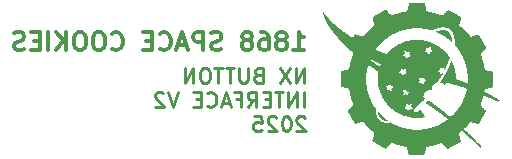
<source format=gbo>
%TF.GenerationSoftware,KiCad,Pcbnew,9.0.4-9.0.4-0~ubuntu24.04.1*%
%TF.CreationDate,2025-10-19T10:06:06-07:00*%
%TF.ProjectId,NX-ButtonInterface,4e582d42-7574-4746-9f6e-496e74657266,2*%
%TF.SameCoordinates,Original*%
%TF.FileFunction,Legend,Bot*%
%TF.FilePolarity,Positive*%
%FSLAX46Y46*%
G04 Gerber Fmt 4.6, Leading zero omitted, Abs format (unit mm)*
G04 Created by KiCad (PCBNEW 9.0.4-9.0.4-0~ubuntu24.04.1) date 2025-10-19 10:06:06*
%MOMM*%
%LPD*%
G01*
G04 APERTURE LIST*
%ADD10C,0.228600*%
%ADD11C,0.304800*%
%ADD12C,0.000000*%
G04 APERTURE END LIST*
D10*
X114101225Y-101147009D02*
X114101225Y-99877009D01*
X114101225Y-99877009D02*
X113375510Y-101147009D01*
X113375510Y-101147009D02*
X113375510Y-99877009D01*
X112891701Y-99877009D02*
X112045034Y-101147009D01*
X112045034Y-99877009D02*
X112891701Y-101147009D01*
X110170272Y-100481771D02*
X109988844Y-100542247D01*
X109988844Y-100542247D02*
X109928367Y-100602723D01*
X109928367Y-100602723D02*
X109867891Y-100723675D01*
X109867891Y-100723675D02*
X109867891Y-100905104D01*
X109867891Y-100905104D02*
X109928367Y-101026056D01*
X109928367Y-101026056D02*
X109988844Y-101086533D01*
X109988844Y-101086533D02*
X110109796Y-101147009D01*
X110109796Y-101147009D02*
X110593606Y-101147009D01*
X110593606Y-101147009D02*
X110593606Y-99877009D01*
X110593606Y-99877009D02*
X110170272Y-99877009D01*
X110170272Y-99877009D02*
X110049320Y-99937485D01*
X110049320Y-99937485D02*
X109988844Y-99997961D01*
X109988844Y-99997961D02*
X109928367Y-100118913D01*
X109928367Y-100118913D02*
X109928367Y-100239866D01*
X109928367Y-100239866D02*
X109988844Y-100360818D01*
X109988844Y-100360818D02*
X110049320Y-100421294D01*
X110049320Y-100421294D02*
X110170272Y-100481771D01*
X110170272Y-100481771D02*
X110593606Y-100481771D01*
X109323606Y-99877009D02*
X109323606Y-100905104D01*
X109323606Y-100905104D02*
X109263129Y-101026056D01*
X109263129Y-101026056D02*
X109202653Y-101086533D01*
X109202653Y-101086533D02*
X109081701Y-101147009D01*
X109081701Y-101147009D02*
X108839796Y-101147009D01*
X108839796Y-101147009D02*
X108718844Y-101086533D01*
X108718844Y-101086533D02*
X108658367Y-101026056D01*
X108658367Y-101026056D02*
X108597891Y-100905104D01*
X108597891Y-100905104D02*
X108597891Y-99877009D01*
X108174558Y-99877009D02*
X107448844Y-99877009D01*
X107811701Y-101147009D02*
X107811701Y-99877009D01*
X107206939Y-99877009D02*
X106481225Y-99877009D01*
X106844082Y-101147009D02*
X106844082Y-99877009D01*
X105815987Y-99877009D02*
X105574082Y-99877009D01*
X105574082Y-99877009D02*
X105453130Y-99937485D01*
X105453130Y-99937485D02*
X105332177Y-100058437D01*
X105332177Y-100058437D02*
X105271701Y-100300342D01*
X105271701Y-100300342D02*
X105271701Y-100723675D01*
X105271701Y-100723675D02*
X105332177Y-100965580D01*
X105332177Y-100965580D02*
X105453130Y-101086533D01*
X105453130Y-101086533D02*
X105574082Y-101147009D01*
X105574082Y-101147009D02*
X105815987Y-101147009D01*
X105815987Y-101147009D02*
X105936939Y-101086533D01*
X105936939Y-101086533D02*
X106057892Y-100965580D01*
X106057892Y-100965580D02*
X106118368Y-100723675D01*
X106118368Y-100723675D02*
X106118368Y-100300342D01*
X106118368Y-100300342D02*
X106057892Y-100058437D01*
X106057892Y-100058437D02*
X105936939Y-99937485D01*
X105936939Y-99937485D02*
X105815987Y-99877009D01*
X104727416Y-101147009D02*
X104727416Y-99877009D01*
X104727416Y-99877009D02*
X104001701Y-101147009D01*
X104001701Y-101147009D02*
X104001701Y-99877009D01*
X114101225Y-103191638D02*
X114101225Y-101921638D01*
X113496463Y-103191638D02*
X113496463Y-101921638D01*
X113496463Y-101921638D02*
X112770748Y-103191638D01*
X112770748Y-103191638D02*
X112770748Y-101921638D01*
X112347415Y-101921638D02*
X111621701Y-101921638D01*
X111984558Y-103191638D02*
X111984558Y-101921638D01*
X111198368Y-102526400D02*
X110775034Y-102526400D01*
X110593606Y-103191638D02*
X111198368Y-103191638D01*
X111198368Y-103191638D02*
X111198368Y-101921638D01*
X111198368Y-101921638D02*
X110593606Y-101921638D01*
X109323605Y-103191638D02*
X109746939Y-102586876D01*
X110049320Y-103191638D02*
X110049320Y-101921638D01*
X110049320Y-101921638D02*
X109565510Y-101921638D01*
X109565510Y-101921638D02*
X109444558Y-101982114D01*
X109444558Y-101982114D02*
X109384081Y-102042590D01*
X109384081Y-102042590D02*
X109323605Y-102163542D01*
X109323605Y-102163542D02*
X109323605Y-102344971D01*
X109323605Y-102344971D02*
X109384081Y-102465923D01*
X109384081Y-102465923D02*
X109444558Y-102526400D01*
X109444558Y-102526400D02*
X109565510Y-102586876D01*
X109565510Y-102586876D02*
X110049320Y-102586876D01*
X108355986Y-102526400D02*
X108779320Y-102526400D01*
X108779320Y-103191638D02*
X108779320Y-101921638D01*
X108779320Y-101921638D02*
X108174558Y-101921638D01*
X107751225Y-102828781D02*
X107146463Y-102828781D01*
X107872177Y-103191638D02*
X107448844Y-101921638D01*
X107448844Y-101921638D02*
X107025510Y-103191638D01*
X105876463Y-103070685D02*
X105936939Y-103131162D01*
X105936939Y-103131162D02*
X106118368Y-103191638D01*
X106118368Y-103191638D02*
X106239320Y-103191638D01*
X106239320Y-103191638D02*
X106420749Y-103131162D01*
X106420749Y-103131162D02*
X106541701Y-103010209D01*
X106541701Y-103010209D02*
X106602178Y-102889257D01*
X106602178Y-102889257D02*
X106662654Y-102647352D01*
X106662654Y-102647352D02*
X106662654Y-102465923D01*
X106662654Y-102465923D02*
X106602178Y-102224019D01*
X106602178Y-102224019D02*
X106541701Y-102103066D01*
X106541701Y-102103066D02*
X106420749Y-101982114D01*
X106420749Y-101982114D02*
X106239320Y-101921638D01*
X106239320Y-101921638D02*
X106118368Y-101921638D01*
X106118368Y-101921638D02*
X105936939Y-101982114D01*
X105936939Y-101982114D02*
X105876463Y-102042590D01*
X105332178Y-102526400D02*
X104908844Y-102526400D01*
X104727416Y-103191638D02*
X105332178Y-103191638D01*
X105332178Y-103191638D02*
X105332178Y-101921638D01*
X105332178Y-101921638D02*
X104727416Y-101921638D01*
X103396939Y-101921638D02*
X102973606Y-103191638D01*
X102973606Y-103191638D02*
X102550272Y-101921638D01*
X102187416Y-102042590D02*
X102126940Y-101982114D01*
X102126940Y-101982114D02*
X102005987Y-101921638D01*
X102005987Y-101921638D02*
X101703606Y-101921638D01*
X101703606Y-101921638D02*
X101582654Y-101982114D01*
X101582654Y-101982114D02*
X101522178Y-102042590D01*
X101522178Y-102042590D02*
X101461701Y-102163542D01*
X101461701Y-102163542D02*
X101461701Y-102284495D01*
X101461701Y-102284495D02*
X101522178Y-102465923D01*
X101522178Y-102465923D02*
X102247892Y-103191638D01*
X102247892Y-103191638D02*
X101461701Y-103191638D01*
X114161701Y-104087219D02*
X114101225Y-104026743D01*
X114101225Y-104026743D02*
X113980272Y-103966267D01*
X113980272Y-103966267D02*
X113677891Y-103966267D01*
X113677891Y-103966267D02*
X113556939Y-104026743D01*
X113556939Y-104026743D02*
X113496463Y-104087219D01*
X113496463Y-104087219D02*
X113435986Y-104208171D01*
X113435986Y-104208171D02*
X113435986Y-104329124D01*
X113435986Y-104329124D02*
X113496463Y-104510552D01*
X113496463Y-104510552D02*
X114222177Y-105236267D01*
X114222177Y-105236267D02*
X113435986Y-105236267D01*
X112649796Y-103966267D02*
X112528843Y-103966267D01*
X112528843Y-103966267D02*
X112407891Y-104026743D01*
X112407891Y-104026743D02*
X112347415Y-104087219D01*
X112347415Y-104087219D02*
X112286939Y-104208171D01*
X112286939Y-104208171D02*
X112226462Y-104450076D01*
X112226462Y-104450076D02*
X112226462Y-104752457D01*
X112226462Y-104752457D02*
X112286939Y-104994362D01*
X112286939Y-104994362D02*
X112347415Y-105115314D01*
X112347415Y-105115314D02*
X112407891Y-105175791D01*
X112407891Y-105175791D02*
X112528843Y-105236267D01*
X112528843Y-105236267D02*
X112649796Y-105236267D01*
X112649796Y-105236267D02*
X112770748Y-105175791D01*
X112770748Y-105175791D02*
X112831224Y-105115314D01*
X112831224Y-105115314D02*
X112891701Y-104994362D01*
X112891701Y-104994362D02*
X112952177Y-104752457D01*
X112952177Y-104752457D02*
X112952177Y-104450076D01*
X112952177Y-104450076D02*
X112891701Y-104208171D01*
X112891701Y-104208171D02*
X112831224Y-104087219D01*
X112831224Y-104087219D02*
X112770748Y-104026743D01*
X112770748Y-104026743D02*
X112649796Y-103966267D01*
X111742653Y-104087219D02*
X111682177Y-104026743D01*
X111682177Y-104026743D02*
X111561224Y-103966267D01*
X111561224Y-103966267D02*
X111258843Y-103966267D01*
X111258843Y-103966267D02*
X111137891Y-104026743D01*
X111137891Y-104026743D02*
X111077415Y-104087219D01*
X111077415Y-104087219D02*
X111016938Y-104208171D01*
X111016938Y-104208171D02*
X111016938Y-104329124D01*
X111016938Y-104329124D02*
X111077415Y-104510552D01*
X111077415Y-104510552D02*
X111803129Y-105236267D01*
X111803129Y-105236267D02*
X111016938Y-105236267D01*
X109867891Y-103966267D02*
X110472653Y-103966267D01*
X110472653Y-103966267D02*
X110533129Y-104571029D01*
X110533129Y-104571029D02*
X110472653Y-104510552D01*
X110472653Y-104510552D02*
X110351700Y-104450076D01*
X110351700Y-104450076D02*
X110049319Y-104450076D01*
X110049319Y-104450076D02*
X109928367Y-104510552D01*
X109928367Y-104510552D02*
X109867891Y-104571029D01*
X109867891Y-104571029D02*
X109807414Y-104691981D01*
X109807414Y-104691981D02*
X109807414Y-104994362D01*
X109807414Y-104994362D02*
X109867891Y-105115314D01*
X109867891Y-105115314D02*
X109928367Y-105175791D01*
X109928367Y-105175791D02*
X110049319Y-105236267D01*
X110049319Y-105236267D02*
X110351700Y-105236267D01*
X110351700Y-105236267D02*
X110472653Y-105175791D01*
X110472653Y-105175791D02*
X110533129Y-105115314D01*
D11*
X113192331Y-98400441D02*
X114063188Y-98400441D01*
X113627759Y-98400441D02*
X113627759Y-96876441D01*
X113627759Y-96876441D02*
X113772902Y-97094155D01*
X113772902Y-97094155D02*
X113918045Y-97239298D01*
X113918045Y-97239298D02*
X114063188Y-97311870D01*
X112321473Y-97529584D02*
X112466616Y-97457012D01*
X112466616Y-97457012D02*
X112539187Y-97384441D01*
X112539187Y-97384441D02*
X112611759Y-97239298D01*
X112611759Y-97239298D02*
X112611759Y-97166727D01*
X112611759Y-97166727D02*
X112539187Y-97021584D01*
X112539187Y-97021584D02*
X112466616Y-96949012D01*
X112466616Y-96949012D02*
X112321473Y-96876441D01*
X112321473Y-96876441D02*
X112031187Y-96876441D01*
X112031187Y-96876441D02*
X111886045Y-96949012D01*
X111886045Y-96949012D02*
X111813473Y-97021584D01*
X111813473Y-97021584D02*
X111740902Y-97166727D01*
X111740902Y-97166727D02*
X111740902Y-97239298D01*
X111740902Y-97239298D02*
X111813473Y-97384441D01*
X111813473Y-97384441D02*
X111886045Y-97457012D01*
X111886045Y-97457012D02*
X112031187Y-97529584D01*
X112031187Y-97529584D02*
X112321473Y-97529584D01*
X112321473Y-97529584D02*
X112466616Y-97602155D01*
X112466616Y-97602155D02*
X112539187Y-97674727D01*
X112539187Y-97674727D02*
X112611759Y-97819870D01*
X112611759Y-97819870D02*
X112611759Y-98110155D01*
X112611759Y-98110155D02*
X112539187Y-98255298D01*
X112539187Y-98255298D02*
X112466616Y-98327870D01*
X112466616Y-98327870D02*
X112321473Y-98400441D01*
X112321473Y-98400441D02*
X112031187Y-98400441D01*
X112031187Y-98400441D02*
X111886045Y-98327870D01*
X111886045Y-98327870D02*
X111813473Y-98255298D01*
X111813473Y-98255298D02*
X111740902Y-98110155D01*
X111740902Y-98110155D02*
X111740902Y-97819870D01*
X111740902Y-97819870D02*
X111813473Y-97674727D01*
X111813473Y-97674727D02*
X111886045Y-97602155D01*
X111886045Y-97602155D02*
X112031187Y-97529584D01*
X110434616Y-96876441D02*
X110724901Y-96876441D01*
X110724901Y-96876441D02*
X110870044Y-96949012D01*
X110870044Y-96949012D02*
X110942616Y-97021584D01*
X110942616Y-97021584D02*
X111087758Y-97239298D01*
X111087758Y-97239298D02*
X111160330Y-97529584D01*
X111160330Y-97529584D02*
X111160330Y-98110155D01*
X111160330Y-98110155D02*
X111087758Y-98255298D01*
X111087758Y-98255298D02*
X111015187Y-98327870D01*
X111015187Y-98327870D02*
X110870044Y-98400441D01*
X110870044Y-98400441D02*
X110579758Y-98400441D01*
X110579758Y-98400441D02*
X110434616Y-98327870D01*
X110434616Y-98327870D02*
X110362044Y-98255298D01*
X110362044Y-98255298D02*
X110289473Y-98110155D01*
X110289473Y-98110155D02*
X110289473Y-97747298D01*
X110289473Y-97747298D02*
X110362044Y-97602155D01*
X110362044Y-97602155D02*
X110434616Y-97529584D01*
X110434616Y-97529584D02*
X110579758Y-97457012D01*
X110579758Y-97457012D02*
X110870044Y-97457012D01*
X110870044Y-97457012D02*
X111015187Y-97529584D01*
X111015187Y-97529584D02*
X111087758Y-97602155D01*
X111087758Y-97602155D02*
X111160330Y-97747298D01*
X109418615Y-97529584D02*
X109563758Y-97457012D01*
X109563758Y-97457012D02*
X109636329Y-97384441D01*
X109636329Y-97384441D02*
X109708901Y-97239298D01*
X109708901Y-97239298D02*
X109708901Y-97166727D01*
X109708901Y-97166727D02*
X109636329Y-97021584D01*
X109636329Y-97021584D02*
X109563758Y-96949012D01*
X109563758Y-96949012D02*
X109418615Y-96876441D01*
X109418615Y-96876441D02*
X109128329Y-96876441D01*
X109128329Y-96876441D02*
X108983187Y-96949012D01*
X108983187Y-96949012D02*
X108910615Y-97021584D01*
X108910615Y-97021584D02*
X108838044Y-97166727D01*
X108838044Y-97166727D02*
X108838044Y-97239298D01*
X108838044Y-97239298D02*
X108910615Y-97384441D01*
X108910615Y-97384441D02*
X108983187Y-97457012D01*
X108983187Y-97457012D02*
X109128329Y-97529584D01*
X109128329Y-97529584D02*
X109418615Y-97529584D01*
X109418615Y-97529584D02*
X109563758Y-97602155D01*
X109563758Y-97602155D02*
X109636329Y-97674727D01*
X109636329Y-97674727D02*
X109708901Y-97819870D01*
X109708901Y-97819870D02*
X109708901Y-98110155D01*
X109708901Y-98110155D02*
X109636329Y-98255298D01*
X109636329Y-98255298D02*
X109563758Y-98327870D01*
X109563758Y-98327870D02*
X109418615Y-98400441D01*
X109418615Y-98400441D02*
X109128329Y-98400441D01*
X109128329Y-98400441D02*
X108983187Y-98327870D01*
X108983187Y-98327870D02*
X108910615Y-98255298D01*
X108910615Y-98255298D02*
X108838044Y-98110155D01*
X108838044Y-98110155D02*
X108838044Y-97819870D01*
X108838044Y-97819870D02*
X108910615Y-97674727D01*
X108910615Y-97674727D02*
X108983187Y-97602155D01*
X108983187Y-97602155D02*
X109128329Y-97529584D01*
X107096329Y-98327870D02*
X106878615Y-98400441D01*
X106878615Y-98400441D02*
X106515757Y-98400441D01*
X106515757Y-98400441D02*
X106370615Y-98327870D01*
X106370615Y-98327870D02*
X106298043Y-98255298D01*
X106298043Y-98255298D02*
X106225472Y-98110155D01*
X106225472Y-98110155D02*
X106225472Y-97965012D01*
X106225472Y-97965012D02*
X106298043Y-97819870D01*
X106298043Y-97819870D02*
X106370615Y-97747298D01*
X106370615Y-97747298D02*
X106515757Y-97674727D01*
X106515757Y-97674727D02*
X106806043Y-97602155D01*
X106806043Y-97602155D02*
X106951186Y-97529584D01*
X106951186Y-97529584D02*
X107023757Y-97457012D01*
X107023757Y-97457012D02*
X107096329Y-97311870D01*
X107096329Y-97311870D02*
X107096329Y-97166727D01*
X107096329Y-97166727D02*
X107023757Y-97021584D01*
X107023757Y-97021584D02*
X106951186Y-96949012D01*
X106951186Y-96949012D02*
X106806043Y-96876441D01*
X106806043Y-96876441D02*
X106443186Y-96876441D01*
X106443186Y-96876441D02*
X106225472Y-96949012D01*
X105572328Y-98400441D02*
X105572328Y-96876441D01*
X105572328Y-96876441D02*
X104991757Y-96876441D01*
X104991757Y-96876441D02*
X104846614Y-96949012D01*
X104846614Y-96949012D02*
X104774043Y-97021584D01*
X104774043Y-97021584D02*
X104701471Y-97166727D01*
X104701471Y-97166727D02*
X104701471Y-97384441D01*
X104701471Y-97384441D02*
X104774043Y-97529584D01*
X104774043Y-97529584D02*
X104846614Y-97602155D01*
X104846614Y-97602155D02*
X104991757Y-97674727D01*
X104991757Y-97674727D02*
X105572328Y-97674727D01*
X104120900Y-97965012D02*
X103395186Y-97965012D01*
X104266043Y-98400441D02*
X103758043Y-96876441D01*
X103758043Y-96876441D02*
X103250043Y-98400441D01*
X101871185Y-98255298D02*
X101943757Y-98327870D01*
X101943757Y-98327870D02*
X102161471Y-98400441D01*
X102161471Y-98400441D02*
X102306614Y-98400441D01*
X102306614Y-98400441D02*
X102524328Y-98327870D01*
X102524328Y-98327870D02*
X102669471Y-98182727D01*
X102669471Y-98182727D02*
X102742042Y-98037584D01*
X102742042Y-98037584D02*
X102814614Y-97747298D01*
X102814614Y-97747298D02*
X102814614Y-97529584D01*
X102814614Y-97529584D02*
X102742042Y-97239298D01*
X102742042Y-97239298D02*
X102669471Y-97094155D01*
X102669471Y-97094155D02*
X102524328Y-96949012D01*
X102524328Y-96949012D02*
X102306614Y-96876441D01*
X102306614Y-96876441D02*
X102161471Y-96876441D01*
X102161471Y-96876441D02*
X101943757Y-96949012D01*
X101943757Y-96949012D02*
X101871185Y-97021584D01*
X101218042Y-97602155D02*
X100710042Y-97602155D01*
X100492328Y-98400441D02*
X101218042Y-98400441D01*
X101218042Y-98400441D02*
X101218042Y-96876441D01*
X101218042Y-96876441D02*
X100492328Y-96876441D01*
X97807185Y-98255298D02*
X97879757Y-98327870D01*
X97879757Y-98327870D02*
X98097471Y-98400441D01*
X98097471Y-98400441D02*
X98242614Y-98400441D01*
X98242614Y-98400441D02*
X98460328Y-98327870D01*
X98460328Y-98327870D02*
X98605471Y-98182727D01*
X98605471Y-98182727D02*
X98678042Y-98037584D01*
X98678042Y-98037584D02*
X98750614Y-97747298D01*
X98750614Y-97747298D02*
X98750614Y-97529584D01*
X98750614Y-97529584D02*
X98678042Y-97239298D01*
X98678042Y-97239298D02*
X98605471Y-97094155D01*
X98605471Y-97094155D02*
X98460328Y-96949012D01*
X98460328Y-96949012D02*
X98242614Y-96876441D01*
X98242614Y-96876441D02*
X98097471Y-96876441D01*
X98097471Y-96876441D02*
X97879757Y-96949012D01*
X97879757Y-96949012D02*
X97807185Y-97021584D01*
X96863757Y-96876441D02*
X96573471Y-96876441D01*
X96573471Y-96876441D02*
X96428328Y-96949012D01*
X96428328Y-96949012D02*
X96283185Y-97094155D01*
X96283185Y-97094155D02*
X96210614Y-97384441D01*
X96210614Y-97384441D02*
X96210614Y-97892441D01*
X96210614Y-97892441D02*
X96283185Y-98182727D01*
X96283185Y-98182727D02*
X96428328Y-98327870D01*
X96428328Y-98327870D02*
X96573471Y-98400441D01*
X96573471Y-98400441D02*
X96863757Y-98400441D01*
X96863757Y-98400441D02*
X97008900Y-98327870D01*
X97008900Y-98327870D02*
X97154042Y-98182727D01*
X97154042Y-98182727D02*
X97226614Y-97892441D01*
X97226614Y-97892441D02*
X97226614Y-97384441D01*
X97226614Y-97384441D02*
X97154042Y-97094155D01*
X97154042Y-97094155D02*
X97008900Y-96949012D01*
X97008900Y-96949012D02*
X96863757Y-96876441D01*
X95267186Y-96876441D02*
X94976900Y-96876441D01*
X94976900Y-96876441D02*
X94831757Y-96949012D01*
X94831757Y-96949012D02*
X94686614Y-97094155D01*
X94686614Y-97094155D02*
X94614043Y-97384441D01*
X94614043Y-97384441D02*
X94614043Y-97892441D01*
X94614043Y-97892441D02*
X94686614Y-98182727D01*
X94686614Y-98182727D02*
X94831757Y-98327870D01*
X94831757Y-98327870D02*
X94976900Y-98400441D01*
X94976900Y-98400441D02*
X95267186Y-98400441D01*
X95267186Y-98400441D02*
X95412329Y-98327870D01*
X95412329Y-98327870D02*
X95557471Y-98182727D01*
X95557471Y-98182727D02*
X95630043Y-97892441D01*
X95630043Y-97892441D02*
X95630043Y-97384441D01*
X95630043Y-97384441D02*
X95557471Y-97094155D01*
X95557471Y-97094155D02*
X95412329Y-96949012D01*
X95412329Y-96949012D02*
X95267186Y-96876441D01*
X93960900Y-98400441D02*
X93960900Y-96876441D01*
X93090043Y-98400441D02*
X93743186Y-97529584D01*
X93090043Y-96876441D02*
X93960900Y-97747298D01*
X92436900Y-98400441D02*
X92436900Y-96876441D01*
X91711186Y-97602155D02*
X91203186Y-97602155D01*
X90985472Y-98400441D02*
X91711186Y-98400441D01*
X91711186Y-98400441D02*
X91711186Y-96876441D01*
X91711186Y-96876441D02*
X90985472Y-96876441D01*
X90404901Y-98327870D02*
X90187187Y-98400441D01*
X90187187Y-98400441D02*
X89824329Y-98400441D01*
X89824329Y-98400441D02*
X89679187Y-98327870D01*
X89679187Y-98327870D02*
X89606615Y-98255298D01*
X89606615Y-98255298D02*
X89534044Y-98110155D01*
X89534044Y-98110155D02*
X89534044Y-97965012D01*
X89534044Y-97965012D02*
X89606615Y-97819870D01*
X89606615Y-97819870D02*
X89679187Y-97747298D01*
X89679187Y-97747298D02*
X89824329Y-97674727D01*
X89824329Y-97674727D02*
X90114615Y-97602155D01*
X90114615Y-97602155D02*
X90259758Y-97529584D01*
X90259758Y-97529584D02*
X90332329Y-97457012D01*
X90332329Y-97457012D02*
X90404901Y-97311870D01*
X90404901Y-97311870D02*
X90404901Y-97166727D01*
X90404901Y-97166727D02*
X90332329Y-97021584D01*
X90332329Y-97021584D02*
X90259758Y-96949012D01*
X90259758Y-96949012D02*
X90114615Y-96876441D01*
X90114615Y-96876441D02*
X89751758Y-96876441D01*
X89751758Y-96876441D02*
X89534044Y-96949012D01*
D12*
%TO.C,LOGO1*%
G36*
X117262083Y-97681750D02*
G01*
X117255830Y-97688000D01*
X117249577Y-97681750D01*
X117255830Y-97675500D01*
X117262083Y-97681750D01*
G37*
G36*
X117449676Y-97869250D02*
G01*
X117443423Y-97875500D01*
X117437170Y-97869250D01*
X117443423Y-97863000D01*
X117449676Y-97869250D01*
G37*
G36*
X126116441Y-106644250D02*
G01*
X126110188Y-106650500D01*
X126103935Y-106644250D01*
X126110188Y-106638000D01*
X126116441Y-106644250D01*
G37*
G36*
X129505609Y-98244250D02*
G01*
X129499356Y-98250500D01*
X129493103Y-98244250D01*
X129499356Y-98238000D01*
X129505609Y-98244250D01*
G37*
G36*
X120397193Y-103624412D02*
G01*
X120418536Y-103651402D01*
X120446461Y-103681122D01*
X120456713Y-103691286D01*
X120478533Y-103714238D01*
X120488710Y-103727049D01*
X120492121Y-103731436D01*
X120510192Y-103751275D01*
X120541022Y-103783808D01*
X120581531Y-103825801D01*
X120628640Y-103874018D01*
X120658425Y-103904147D01*
X120699764Y-103945265D01*
X120731823Y-103976262D01*
X120751885Y-103994531D01*
X120757239Y-103997469D01*
X120759262Y-103996310D01*
X120774268Y-104009472D01*
X120799245Y-104034875D01*
X120821834Y-104057854D01*
X120845635Y-104079600D01*
X120858406Y-104088000D01*
X120861056Y-104088805D01*
X120878163Y-104101386D01*
X120902184Y-104124379D01*
X120910300Y-104132522D01*
X120931684Y-104150356D01*
X120943317Y-104154411D01*
X120951569Y-104156754D01*
X120966047Y-104174282D01*
X120980118Y-104190906D01*
X120998571Y-104200500D01*
X121006880Y-104202649D01*
X121021913Y-104219250D01*
X121027265Y-104227910D01*
X121046926Y-104238000D01*
X121055972Y-104240133D01*
X121071938Y-104256750D01*
X121077290Y-104265410D01*
X121096950Y-104275500D01*
X121105997Y-104277633D01*
X121121963Y-104294250D01*
X121127314Y-104302910D01*
X121146975Y-104313000D01*
X121156022Y-104315133D01*
X121171987Y-104331750D01*
X121177339Y-104340410D01*
X121197000Y-104350500D01*
X121206046Y-104352633D01*
X121222012Y-104369250D01*
X121227678Y-104378170D01*
X121249758Y-104390251D01*
X121251639Y-104390606D01*
X121244482Y-104392838D01*
X121217962Y-104396033D01*
X121176510Y-104399626D01*
X121122508Y-104401748D01*
X121070782Y-104400466D01*
X121032689Y-104396051D01*
X121023377Y-104394081D01*
X120987757Y-104386915D01*
X120963905Y-104382667D01*
X120955275Y-104381031D01*
X120926387Y-104372084D01*
X120913444Y-104367577D01*
X120882615Y-104360468D01*
X120867390Y-104356319D01*
X120841077Y-104341125D01*
X120830717Y-104333599D01*
X120805261Y-104325500D01*
X120795119Y-104323887D01*
X120763309Y-104311724D01*
X120724640Y-104291678D01*
X120688004Y-104268609D01*
X120662291Y-104247375D01*
X120647962Y-104233617D01*
X120634887Y-104225500D01*
X120632532Y-104224695D01*
X120616961Y-104212920D01*
X120593221Y-104191251D01*
X120566634Y-104165047D01*
X120542519Y-104139667D01*
X120526198Y-104120468D01*
X120522991Y-104112808D01*
X120525769Y-104111894D01*
X120519820Y-104103433D01*
X120513655Y-104097625D01*
X120496807Y-104076431D01*
X120477341Y-104048019D01*
X120459600Y-104019243D01*
X120447926Y-103996952D01*
X120446661Y-103988000D01*
X120446140Y-103981043D01*
X120432394Y-103963000D01*
X120419448Y-103945696D01*
X120419481Y-103938000D01*
X120422197Y-103934354D01*
X120413634Y-103919250D01*
X120405886Y-103908280D01*
X120405212Y-103900500D01*
X120406058Y-103900091D01*
X120404932Y-103886574D01*
X120395862Y-103859875D01*
X120394492Y-103856397D01*
X120385585Y-103825030D01*
X120385036Y-103803625D01*
X120386231Y-103796927D01*
X120377986Y-103788000D01*
X120370953Y-103779968D01*
X120370936Y-103756750D01*
X120371645Y-103735903D01*
X120364632Y-103725500D01*
X120358347Y-103722168D01*
X120352968Y-103703625D01*
X120352923Y-103700138D01*
X120350064Y-103670749D01*
X120344095Y-103633603D01*
X120343944Y-103632810D01*
X120341998Y-103619250D01*
X120376116Y-103619250D01*
X120382369Y-103625500D01*
X120388622Y-103619250D01*
X120382369Y-103613000D01*
X120376116Y-103619250D01*
X120341998Y-103619250D01*
X120339580Y-103602406D01*
X120343430Y-103590082D01*
X120357300Y-103589853D01*
X120372843Y-103596934D01*
X120393535Y-103618622D01*
X120393932Y-103619250D01*
X120397193Y-103624412D01*
G37*
G36*
X126584190Y-97318230D02*
G01*
X126586933Y-97325091D01*
X126595288Y-97353031D01*
X126595081Y-97367928D01*
X126593308Y-97373413D01*
X126600827Y-97390822D01*
X126607428Y-97405638D01*
X126608940Y-97434875D01*
X126608414Y-97452642D01*
X126614862Y-97463000D01*
X126618673Y-97465408D01*
X126625695Y-97486461D01*
X126630016Y-97524900D01*
X126630891Y-97575500D01*
X126632040Y-97598464D01*
X126637592Y-97625500D01*
X126638870Y-97628938D01*
X126646355Y-97664230D01*
X126645447Y-97696755D01*
X126636296Y-97716070D01*
X126635613Y-97716491D01*
X126618804Y-97713282D01*
X126597458Y-97694195D01*
X126596682Y-97693252D01*
X126575086Y-97671854D01*
X126558406Y-97663000D01*
X126546655Y-97656901D01*
X126522477Y-97636511D01*
X126492961Y-97606750D01*
X126468163Y-97581259D01*
X126443399Y-97559048D01*
X126429277Y-97550500D01*
X126419273Y-97545272D01*
X126404082Y-97525500D01*
X126392440Y-97510400D01*
X126373285Y-97500500D01*
X126372297Y-97500451D01*
X126352588Y-97490221D01*
X126329953Y-97467564D01*
X126326551Y-97463335D01*
X126310543Y-97446607D01*
X126304033Y-97445561D01*
X126303651Y-97446894D01*
X126293340Y-97442991D01*
X126273355Y-97425372D01*
X126271753Y-97423749D01*
X126234550Y-97388054D01*
X126209111Y-97368777D01*
X126191613Y-97363000D01*
X126184547Y-97360846D01*
X126171016Y-97344321D01*
X126166143Y-97335797D01*
X126154222Y-97331587D01*
X126152391Y-97332129D01*
X126135369Y-97325341D01*
X126111117Y-97306515D01*
X126106682Y-97302499D01*
X126096094Y-97294250D01*
X126103935Y-97294250D01*
X126110188Y-97300500D01*
X126116441Y-97294250D01*
X126110188Y-97288000D01*
X126103935Y-97294250D01*
X126096094Y-97294250D01*
X126082048Y-97283307D01*
X126065772Y-97275500D01*
X126062955Y-97275141D01*
X126053910Y-97263000D01*
X126051652Y-97257128D01*
X126034758Y-97250500D01*
X126025168Y-97248405D01*
X126008436Y-97231821D01*
X126003314Y-97223387D01*
X125990069Y-97220059D01*
X125986310Y-97221609D01*
X125978873Y-97213737D01*
X125976751Y-97207639D01*
X125960114Y-97200500D01*
X125951472Y-97199002D01*
X125941355Y-97187262D01*
X125940373Y-97182741D01*
X125928849Y-97181750D01*
X125924004Y-97183703D01*
X125916342Y-97176237D01*
X125914220Y-97170139D01*
X125897583Y-97163000D01*
X125888953Y-97161589D01*
X125878824Y-97150500D01*
X125876708Y-97144749D01*
X125860065Y-97138000D01*
X125851423Y-97136502D01*
X125841306Y-97124762D01*
X125840324Y-97120241D01*
X125828799Y-97119250D01*
X125823969Y-97121219D01*
X125816293Y-97113975D01*
X125808458Y-97103426D01*
X125785028Y-97093133D01*
X125764361Y-97085149D01*
X125753762Y-97074144D01*
X125753616Y-97072209D01*
X125744383Y-97064480D01*
X125738624Y-97065171D01*
X125710604Y-97060187D01*
X125678726Y-97038000D01*
X125653973Y-97020654D01*
X125633040Y-97013000D01*
X125626178Y-97011909D01*
X125616195Y-97000500D01*
X125615873Y-96997342D01*
X125606815Y-96990476D01*
X125599028Y-96991076D01*
X125574704Y-96985325D01*
X125551501Y-96973707D01*
X125541158Y-96961419D01*
X125540426Y-96957557D01*
X125529516Y-96956216D01*
X125525006Y-96957914D01*
X125510018Y-96950703D01*
X125501898Y-96943838D01*
X125477889Y-96938000D01*
X125464056Y-96935756D01*
X125453615Y-96925500D01*
X125453293Y-96922342D01*
X125444235Y-96915476D01*
X125437028Y-96915862D01*
X125410639Y-96909808D01*
X125382107Y-96897997D01*
X125364820Y-96885484D01*
X125357195Y-96878621D01*
X125333554Y-96869375D01*
X125319873Y-96866743D01*
X125306667Y-96863956D01*
X125299521Y-96866125D01*
X125291508Y-96862784D01*
X125273500Y-96847260D01*
X125255773Y-96835034D01*
X125236875Y-96833639D01*
X125230952Y-96836486D01*
X125230588Y-96832712D01*
X125231844Y-96831424D01*
X125249348Y-96823395D01*
X125255727Y-96821987D01*
X125275402Y-96810406D01*
X125283645Y-96805230D01*
X125291226Y-96808344D01*
X125292576Y-96811711D01*
X125301149Y-96803940D01*
X125310129Y-96795189D01*
X125335349Y-96784829D01*
X125349970Y-96781533D01*
X125375451Y-96771275D01*
X125382968Y-96767872D01*
X125402522Y-96768590D01*
X125406642Y-96770188D01*
X125418406Y-96762323D01*
X125418742Y-96761530D01*
X125434444Y-96752284D01*
X125463692Y-96747830D01*
X125465705Y-96747760D01*
X125495261Y-96743645D01*
X125511203Y-96735881D01*
X125513534Y-96733136D01*
X125529257Y-96732124D01*
X125540919Y-96733724D01*
X125565019Y-96726115D01*
X125577114Y-96720754D01*
X125619715Y-96708913D01*
X125671006Y-96700792D01*
X125719371Y-96698474D01*
X125742988Y-96696201D01*
X125753762Y-96688672D01*
X125753770Y-96688560D01*
X125766038Y-96684417D01*
X125798359Y-96681062D01*
X125845903Y-96678838D01*
X125903836Y-96678084D01*
X125905379Y-96678087D01*
X125963113Y-96679020D01*
X126010334Y-96681315D01*
X126042211Y-96684632D01*
X126053910Y-96688632D01*
X126057234Y-96694019D01*
X126075796Y-96698549D01*
X126082618Y-96698567D01*
X126141700Y-96710378D01*
X126205914Y-96744042D01*
X126220822Y-96753605D01*
X126246228Y-96768203D01*
X126258242Y-96772498D01*
X126261910Y-96773627D01*
X126279148Y-96787051D01*
X126305238Y-96810889D01*
X126334844Y-96839846D01*
X126362628Y-96868631D01*
X126383253Y-96891953D01*
X126391382Y-96904517D01*
X126393798Y-96912458D01*
X126407209Y-96932209D01*
X126410957Y-96936396D01*
X126437281Y-96967049D01*
X126448259Y-96983258D01*
X126445957Y-96988000D01*
X126446059Y-96992666D01*
X126461096Y-97006352D01*
X126474921Y-97018635D01*
X126476345Y-97025102D01*
X126475308Y-97030018D01*
X126482602Y-97051292D01*
X126498230Y-97083611D01*
X126509356Y-97105663D01*
X126523581Y-97138517D01*
X126529144Y-97158611D01*
X126530314Y-97165531D01*
X126542388Y-97175500D01*
X126546594Y-97176251D01*
X126548437Y-97187136D01*
X126546730Y-97191778D01*
X126554156Y-97206750D01*
X126558251Y-97210383D01*
X126559537Y-97226911D01*
X126557885Y-97236465D01*
X126567117Y-97257297D01*
X126574363Y-97267784D01*
X126574279Y-97275500D01*
X126573134Y-97276208D01*
X126574583Y-97290774D01*
X126575799Y-97294250D01*
X126584190Y-97318230D01*
G37*
G36*
X124319580Y-94445911D02*
G01*
X124322218Y-94462336D01*
X124319988Y-94467710D01*
X124326545Y-94475500D01*
X124333193Y-94478809D01*
X124339507Y-94497375D01*
X124339635Y-94501739D01*
X124345515Y-94550935D01*
X124357900Y-94585693D01*
X124361358Y-94593920D01*
X124360827Y-94619848D01*
X124358873Y-94628852D01*
X124365195Y-94638000D01*
X124371284Y-94641296D01*
X124377353Y-94659875D01*
X124378677Y-94680492D01*
X124382365Y-94715484D01*
X124386892Y-94746474D01*
X124390884Y-94763000D01*
X124391461Y-94764113D01*
X124397307Y-94781750D01*
X124397794Y-94783793D01*
X124402612Y-94800500D01*
X124407031Y-94814646D01*
X124415217Y-94850618D01*
X124421232Y-94888000D01*
X124424412Y-94909578D01*
X124428402Y-94925500D01*
X124428979Y-94926613D01*
X124434825Y-94944250D01*
X124435312Y-94946293D01*
X124440130Y-94963000D01*
X124444208Y-94975807D01*
X124452140Y-95009976D01*
X124456836Y-95041125D01*
X124458954Y-95052608D01*
X124466850Y-95063000D01*
X124472847Y-95067490D01*
X124481605Y-95087412D01*
X124482056Y-95089049D01*
X124494195Y-95105539D01*
X124520582Y-95105917D01*
X124542705Y-95104835D01*
X124553172Y-95110961D01*
X124562579Y-95118818D01*
X124587564Y-95123193D01*
X124631891Y-95125811D01*
X124675610Y-95131774D01*
X124697018Y-95140104D01*
X124709243Y-95144156D01*
X124735574Y-95142985D01*
X124755395Y-95142214D01*
X124765776Y-95148933D01*
X124771937Y-95156135D01*
X124793915Y-95160768D01*
X124840258Y-95164596D01*
X124891343Y-95174813D01*
X124929895Y-95188823D01*
X124947325Y-95196032D01*
X124961713Y-95196326D01*
X124962532Y-95195786D01*
X124979289Y-95197033D01*
X125007540Y-95206250D01*
X125008922Y-95206805D01*
X125042655Y-95216726D01*
X125069050Y-95218792D01*
X125080867Y-95218551D01*
X125090936Y-95225829D01*
X125094260Y-95231387D01*
X125112822Y-95236123D01*
X125124366Y-95236496D01*
X125161606Y-95241871D01*
X125198148Y-95251345D01*
X125221862Y-95262036D01*
X125230303Y-95266872D01*
X125256643Y-95273796D01*
X125259815Y-95274045D01*
X125295087Y-95277578D01*
X125311815Y-95281747D01*
X125316047Y-95288000D01*
X125317103Y-95291075D01*
X125331680Y-95297412D01*
X125348556Y-95299867D01*
X125378578Y-95306387D01*
X125402609Y-95312181D01*
X125440842Y-95320653D01*
X125462272Y-95326765D01*
X125478361Y-95335637D01*
X125478647Y-95336009D01*
X125487975Y-95342999D01*
X125507935Y-95349389D01*
X125545560Y-95357463D01*
X125558479Y-95361322D01*
X125586205Y-95376558D01*
X125596038Y-95383230D01*
X125603689Y-95382542D01*
X125605562Y-95379680D01*
X125619321Y-95383775D01*
X125630686Y-95389263D01*
X125659423Y-95397329D01*
X125673976Y-95401728D01*
X125693624Y-95416440D01*
X125698416Y-95422533D01*
X125703546Y-95420844D01*
X125707337Y-95417429D01*
X125722497Y-95425500D01*
X125733602Y-95432703D01*
X125741256Y-95430780D01*
X125743686Y-95427618D01*
X125756264Y-95435500D01*
X125764673Y-95442672D01*
X125781339Y-95450499D01*
X125792013Y-95442409D01*
X125817972Y-95418784D01*
X125856741Y-95381934D01*
X125905913Y-95334178D01*
X125963080Y-95277832D01*
X126025834Y-95215214D01*
X126085792Y-95155710D01*
X126145440Y-95097915D01*
X126198140Y-95048281D01*
X126241264Y-95009242D01*
X126272178Y-94983228D01*
X126288252Y-94972673D01*
X126311121Y-94972294D01*
X126347656Y-94990116D01*
X126350398Y-94992232D01*
X126370859Y-95004937D01*
X126379450Y-95004532D01*
X126382427Y-95002919D01*
X126392725Y-95016387D01*
X126402650Y-95028075D01*
X126417357Y-95031275D01*
X126421653Y-95029596D01*
X126429095Y-95037999D01*
X126430095Y-95042844D01*
X126441601Y-95044249D01*
X126446445Y-95042296D01*
X126454107Y-95049762D01*
X126454493Y-95053450D01*
X126463487Y-95061519D01*
X126474987Y-95060355D01*
X126495632Y-95064764D01*
X126496612Y-95078625D01*
X126493485Y-95085247D01*
X126497937Y-95084895D01*
X126498353Y-95084574D01*
X126514891Y-95086131D01*
X126544663Y-95098555D01*
X126581031Y-95118269D01*
X126617354Y-95141692D01*
X126646993Y-95165246D01*
X126665714Y-95180300D01*
X126681576Y-95187999D01*
X126697977Y-95188000D01*
X126708903Y-95194661D01*
X126728924Y-95212682D01*
X126751655Y-95230057D01*
X126785202Y-95245287D01*
X126806171Y-95253562D01*
X126816786Y-95265092D01*
X126817734Y-95269033D01*
X126829292Y-95269249D01*
X126834180Y-95267348D01*
X126841798Y-95275499D01*
X126842510Y-95280079D01*
X126852410Y-95282919D01*
X126865514Y-95283970D01*
X126887290Y-95297807D01*
X126906679Y-95312234D01*
X126929829Y-95323359D01*
X126943036Y-95328507D01*
X126967844Y-95345234D01*
X126981634Y-95355304D01*
X127002236Y-95362999D01*
X127007064Y-95363589D01*
X127016884Y-95373493D01*
X127016885Y-95373547D01*
X127027069Y-95385422D01*
X127050410Y-95400010D01*
X127076529Y-95411775D01*
X127095048Y-95415181D01*
X127097451Y-95415041D01*
X127104427Y-95425499D01*
X127106544Y-95431250D01*
X127123186Y-95438000D01*
X127131828Y-95439497D01*
X127141946Y-95451237D01*
X127142928Y-95455758D01*
X127154452Y-95456749D01*
X127159296Y-95454796D01*
X127166958Y-95462262D01*
X127167343Y-95465950D01*
X127176338Y-95474019D01*
X127187808Y-95472909D01*
X127208273Y-95476793D01*
X127210538Y-95488309D01*
X127208231Y-95493214D01*
X127212926Y-95498333D01*
X127221245Y-95497677D01*
X127245811Y-95503222D01*
X127269136Y-95514418D01*
X127279513Y-95526342D01*
X127279968Y-95529392D01*
X127292526Y-95538000D01*
X127300457Y-95540156D01*
X127327028Y-95554616D01*
X127363816Y-95579482D01*
X127405016Y-95610986D01*
X127415803Y-95628412D01*
X127420057Y-95654515D01*
X127416531Y-95677878D01*
X127405201Y-95687999D01*
X127401896Y-95689056D01*
X127395157Y-95703625D01*
X127392611Y-95720540D01*
X127385816Y-95750500D01*
X127380358Y-95773748D01*
X127376474Y-95797375D01*
X127375403Y-95803018D01*
X127365365Y-95813000D01*
X127361281Y-95815604D01*
X127362534Y-95831750D01*
X127364056Y-95841464D01*
X127354550Y-95850499D01*
X127347807Y-95853075D01*
X127346413Y-95868849D01*
X127348287Y-95878340D01*
X127341294Y-95894713D01*
X127337771Y-95897745D01*
X127336325Y-95913863D01*
X127338044Y-95917921D01*
X127330994Y-95925499D01*
X127324489Y-95930447D01*
X127323285Y-95950499D01*
X127323401Y-95965416D01*
X127314229Y-95975499D01*
X127309737Y-95976035D01*
X127308196Y-95983334D01*
X127308613Y-95983839D01*
X127308063Y-96000252D01*
X127297453Y-96027084D01*
X127295877Y-96030188D01*
X127286424Y-96053462D01*
X127286977Y-96063000D01*
X127288681Y-96066733D01*
X127279262Y-96082052D01*
X127271572Y-96094360D01*
X127271038Y-96108695D01*
X127272356Y-96119813D01*
X127263499Y-96142768D01*
X127253753Y-96161862D01*
X127246622Y-96181750D01*
X127246338Y-96183622D01*
X127241825Y-96200500D01*
X127240359Y-96203909D01*
X127236181Y-96237471D01*
X127242434Y-96275241D01*
X127257011Y-96303009D01*
X127273193Y-96317682D01*
X127285671Y-96325499D01*
X127286036Y-96325526D01*
X127300887Y-96334359D01*
X127327391Y-96355664D01*
X127359790Y-96384550D01*
X127392327Y-96416124D01*
X127398287Y-96422025D01*
X127422096Y-96442308D01*
X127437596Y-96450499D01*
X127447890Y-96456352D01*
X127470534Y-96476721D01*
X127498773Y-96506649D01*
X127522111Y-96531378D01*
X127547425Y-96554096D01*
X127562917Y-96562899D01*
X127564845Y-96563153D01*
X127583515Y-96574473D01*
X127590877Y-96581750D01*
X127606688Y-96597379D01*
X127637419Y-96629417D01*
X127672017Y-96659879D01*
X127678559Y-96665099D01*
X127696440Y-96681422D01*
X127699135Y-96687999D01*
X127698815Y-96688049D01*
X127704313Y-96696441D01*
X127724672Y-96716435D01*
X127755815Y-96744002D01*
X127789535Y-96774398D01*
X127821564Y-96806550D01*
X127841382Y-96830365D01*
X127847003Y-96838197D01*
X127873234Y-96868262D01*
X127904950Y-96898811D01*
X127917926Y-96910684D01*
X127939904Y-96934185D01*
X127948593Y-96948983D01*
X127953640Y-96958767D01*
X127972942Y-96981597D01*
X128001744Y-97010115D01*
X128024321Y-97032039D01*
X128046368Y-97056542D01*
X128054895Y-97070613D01*
X128054897Y-97070758D01*
X128064209Y-97085740D01*
X128086160Y-97105534D01*
X128108230Y-97126958D01*
X128117426Y-97145561D01*
X128122554Y-97158320D01*
X128142438Y-97175500D01*
X128157601Y-97186764D01*
X128167450Y-97204182D01*
X128169178Y-97212486D01*
X128186511Y-97231574D01*
X128213663Y-97242552D01*
X128239649Y-97239974D01*
X128253357Y-97234982D01*
X128276879Y-97234480D01*
X128283645Y-97235479D01*
X128292512Y-97225699D01*
X128296999Y-97218272D01*
X128317524Y-97219250D01*
X128332745Y-97221738D01*
X128342536Y-97215925D01*
X128343602Y-97211776D01*
X128358169Y-97203587D01*
X128375093Y-97201041D01*
X128405067Y-97194249D01*
X128428671Y-97188908D01*
X128455092Y-97185105D01*
X128463492Y-97183842D01*
X128480338Y-97174424D01*
X128495544Y-97165852D01*
X128524110Y-97158592D01*
X128524622Y-97158509D01*
X128550611Y-97153519D01*
X128561394Y-97149932D01*
X128566106Y-97147650D01*
X128586406Y-97143306D01*
X128591411Y-97142418D01*
X128623135Y-97135337D01*
X128661443Y-97125382D01*
X128671892Y-97122537D01*
X128705744Y-97114163D01*
X128727101Y-97110147D01*
X128732728Y-97109112D01*
X128742733Y-97100500D01*
X128745053Y-97096235D01*
X128765369Y-97090050D01*
X128808391Y-97087058D01*
X128819907Y-97085179D01*
X128830276Y-97076112D01*
X128833654Y-97070881D01*
X128852162Y-97067513D01*
X128855656Y-97068056D01*
X128881285Y-97082479D01*
X128905888Y-97108992D01*
X128920279Y-97138081D01*
X128927776Y-97153920D01*
X128946415Y-97178039D01*
X128959308Y-97196504D01*
X128961309Y-97213455D01*
X128959422Y-97217823D01*
X128965750Y-97225499D01*
X128975575Y-97233342D01*
X128985486Y-97256750D01*
X128993927Y-97277385D01*
X129006339Y-97288000D01*
X129010163Y-97288534D01*
X129013066Y-97298154D01*
X129012446Y-97300362D01*
X129019059Y-97318402D01*
X129037340Y-97343848D01*
X129041853Y-97349231D01*
X129060380Y-97374845D01*
X129067893Y-97391552D01*
X129067916Y-97391951D01*
X129075234Y-97408625D01*
X129093128Y-97439059D01*
X129117918Y-97476967D01*
X129119953Y-97479951D01*
X129144208Y-97516339D01*
X129161408Y-97543609D01*
X129167943Y-97556053D01*
X129169154Y-97559448D01*
X129180200Y-97578742D01*
X129199030Y-97607676D01*
X129207328Y-97620716D01*
X129221033Y-97648381D01*
X129223304Y-97664481D01*
X129221799Y-97668043D01*
X129229414Y-97675500D01*
X129231921Y-97675926D01*
X129247074Y-97689414D01*
X129262031Y-97714300D01*
X129271607Y-97740309D01*
X129270620Y-97757169D01*
X129268289Y-97760894D01*
X129277371Y-97758016D01*
X129283348Y-97755831D01*
X129294045Y-97764423D01*
X129294485Y-97791125D01*
X129294511Y-97793456D01*
X129305510Y-97800500D01*
X129311264Y-97802615D01*
X129318016Y-97819250D01*
X129319515Y-97827887D01*
X129331261Y-97837999D01*
X129335406Y-97838715D01*
X129337399Y-97849492D01*
X129336906Y-97860077D01*
X129349167Y-97879849D01*
X129359995Y-97893111D01*
X129368041Y-97912107D01*
X129368547Y-97915871D01*
X129380547Y-97925500D01*
X129383679Y-97925814D01*
X129390871Y-97934875D01*
X129390855Y-97934945D01*
X129394332Y-97953533D01*
X129406137Y-97979654D01*
X129420732Y-98002934D01*
X129432579Y-98012999D01*
X129437393Y-98015100D01*
X129443078Y-98031750D01*
X129444738Y-98040410D01*
X129457669Y-98050500D01*
X129462704Y-98051160D01*
X129463981Y-98058773D01*
X129462980Y-98062695D01*
X129470389Y-98082344D01*
X129488689Y-98110271D01*
X129495920Y-98120341D01*
X129514798Y-98153619D01*
X129523021Y-98179847D01*
X129522818Y-98182811D01*
X129516595Y-98197229D01*
X129500848Y-98219269D01*
X129474306Y-98250262D01*
X129435702Y-98291536D01*
X129383767Y-98344421D01*
X129317231Y-98410246D01*
X129269385Y-98456750D01*
X129234826Y-98490339D01*
X129135284Y-98586030D01*
X129088628Y-98632001D01*
X129056428Y-98667283D01*
X129041432Y-98689563D01*
X129042489Y-98700257D01*
X129049079Y-98706390D01*
X129050658Y-98723034D01*
X129048647Y-98728170D01*
X129055865Y-98740242D01*
X129064277Y-98748675D01*
X129071110Y-98772560D01*
X129074834Y-98789866D01*
X129084399Y-98800500D01*
X129088994Y-98802824D01*
X129088693Y-98818442D01*
X129086804Y-98827409D01*
X129093247Y-98840317D01*
X129102043Y-98850396D01*
X129110374Y-98875500D01*
X129114625Y-98897198D01*
X129118470Y-98913000D01*
X129119399Y-98928625D01*
X129119524Y-98931280D01*
X129131162Y-98938000D01*
X129135368Y-98938751D01*
X129137211Y-98949636D01*
X129135548Y-98953772D01*
X129142180Y-98968786D01*
X129146807Y-98973754D01*
X129147785Y-98993385D01*
X129146290Y-99001639D01*
X129154788Y-99018849D01*
X129159403Y-99022916D01*
X129161155Y-99038863D01*
X129159346Y-99042795D01*
X129164477Y-99050500D01*
X129172459Y-99059898D01*
X129177829Y-99084874D01*
X129182705Y-99109180D01*
X129191735Y-99122974D01*
X129196975Y-99129721D01*
X129196422Y-99151099D01*
X129195333Y-99165671D01*
X129204741Y-99175500D01*
X129209896Y-99176424D01*
X129212248Y-99187136D01*
X129210537Y-99192196D01*
X129218616Y-99207150D01*
X129223952Y-99212728D01*
X129225465Y-99233014D01*
X129223651Y-99241408D01*
X129230148Y-99250499D01*
X129235972Y-99255429D01*
X129236726Y-99275500D01*
X129235773Y-99290323D01*
X129241613Y-99300500D01*
X129243919Y-99300726D01*
X129249983Y-99306712D01*
X129254282Y-99325433D01*
X129258463Y-99363000D01*
X129261463Y-99377473D01*
X129269565Y-99388000D01*
X129273697Y-99391454D01*
X129274758Y-99409875D01*
X129273981Y-99421926D01*
X129278640Y-99444250D01*
X129281759Y-99450388D01*
X129290240Y-99475500D01*
X129294268Y-99493771D01*
X129304566Y-99545169D01*
X129309161Y-99578625D01*
X129311219Y-99590108D01*
X129318612Y-99600500D01*
X129323152Y-99601938D01*
X129326472Y-99610505D01*
X129328984Y-99632152D01*
X129331770Y-99672820D01*
X129331931Y-99675147D01*
X129336714Y-99704482D01*
X129344176Y-99719958D01*
X129349067Y-99729615D01*
X129348603Y-99753887D01*
X129348262Y-99755936D01*
X129349218Y-99788002D01*
X129357543Y-99825247D01*
X129357692Y-99825701D01*
X129367265Y-99868118D01*
X129370359Y-99909131D01*
X129370304Y-99910860D01*
X129372757Y-99940376D01*
X129380178Y-99956521D01*
X129385768Y-99964904D01*
X129386750Y-99988262D01*
X129386227Y-100002881D01*
X129393771Y-100013000D01*
X129399188Y-100015109D01*
X129405560Y-100031750D01*
X129406647Y-100040315D01*
X129414939Y-100049019D01*
X129430572Y-100049976D01*
X129447935Y-100054787D01*
X129479237Y-100061253D01*
X129508735Y-100065848D01*
X129520225Y-100068703D01*
X129530621Y-100078708D01*
X129531836Y-100082510D01*
X129546254Y-100086511D01*
X129552482Y-100086170D01*
X129582245Y-100089855D01*
X129620413Y-100098620D01*
X129655683Y-100110035D01*
X129658266Y-100111046D01*
X129683710Y-100119278D01*
X129716379Y-100126093D01*
X129765112Y-100133375D01*
X129779193Y-100135723D01*
X129807149Y-100143758D01*
X129818263Y-100152550D01*
X129819369Y-100156658D01*
X129831317Y-100156411D01*
X129838436Y-100154045D01*
X129859456Y-100159656D01*
X129879462Y-100167935D01*
X129911358Y-100173293D01*
X129939007Y-100178485D01*
X129956130Y-100188484D01*
X129963480Y-100194052D01*
X129984969Y-100193336D01*
X129996709Y-100191121D01*
X130005855Y-100199710D01*
X130007092Y-100205142D01*
X130021488Y-100212066D01*
X130042324Y-100210744D01*
X130062250Y-100213768D01*
X130064326Y-100221224D01*
X130062125Y-100228145D01*
X130070223Y-100246462D01*
X130071155Y-100248073D01*
X130074326Y-100263585D01*
X130076728Y-100294748D01*
X130078373Y-100342896D01*
X130079273Y-100409363D01*
X130079439Y-100495484D01*
X130078882Y-100602593D01*
X130077613Y-100732024D01*
X130076599Y-100810892D01*
X130075644Y-100885112D01*
X130075343Y-100906524D01*
X130073612Y-101028071D01*
X130071948Y-101141791D01*
X130070392Y-101245230D01*
X130068982Y-101335937D01*
X130067757Y-101411458D01*
X130066756Y-101469339D01*
X130066016Y-101507129D01*
X130065578Y-101522375D01*
X130058084Y-101532264D01*
X130035036Y-101538000D01*
X130016495Y-101540701D01*
X130005855Y-101549782D01*
X130000856Y-101555849D01*
X129980712Y-101556724D01*
X129979594Y-101556531D01*
X129950117Y-101558302D01*
X129915054Y-101568318D01*
X129911697Y-101569640D01*
X129880338Y-101578540D01*
X129858908Y-101579084D01*
X129852103Y-101578111D01*
X129843275Y-101588313D01*
X129837370Y-101596742D01*
X129813045Y-101595626D01*
X129792211Y-101593792D01*
X129778564Y-101600787D01*
X129777237Y-101602897D01*
X129758912Y-101611080D01*
X129727504Y-101615291D01*
X129719176Y-101615784D01*
X129691757Y-101620645D01*
X129680695Y-101628311D01*
X129677254Y-101633927D01*
X129658809Y-101636864D01*
X129647265Y-101636572D01*
X129616787Y-101642995D01*
X129598879Y-101648872D01*
X129566234Y-101655074D01*
X129544690Y-101658871D01*
X129521841Y-101666948D01*
X129512957Y-101670098D01*
X129487978Y-101667953D01*
X129477274Y-101666037D01*
X129468090Y-101674162D01*
X129468087Y-101674341D01*
X129456909Y-101683994D01*
X129430572Y-101688000D01*
X129430389Y-101688000D01*
X129403553Y-101691691D01*
X129391490Y-101700500D01*
X129386775Y-101725299D01*
X129380498Y-101741125D01*
X129377754Y-101750707D01*
X129374511Y-101775500D01*
X129370651Y-101802749D01*
X129362305Y-101840953D01*
X129358677Y-101861258D01*
X129366033Y-101879451D01*
X129391662Y-101897203D01*
X129396517Y-101900045D01*
X129420633Y-101917077D01*
X129430493Y-101929362D01*
X129431425Y-101932567D01*
X129443078Y-101931750D01*
X129447922Y-101929796D01*
X129455584Y-101937262D01*
X129457707Y-101943360D01*
X129474343Y-101950500D01*
X129482973Y-101951910D01*
X129493103Y-101962999D01*
X129493412Y-101966111D01*
X129502482Y-101973515D01*
X129502958Y-101973426D01*
X129524571Y-101977343D01*
X129551481Y-101989521D01*
X129569392Y-102003544D01*
X129575755Y-102009331D01*
X129598530Y-102017835D01*
X129609918Y-102021222D01*
X129629942Y-102036822D01*
X129634880Y-102043643D01*
X129644575Y-102049733D01*
X129651558Y-102048587D01*
X129673374Y-102054181D01*
X129695557Y-102065528D01*
X129705707Y-102077080D01*
X129706668Y-102081238D01*
X129718213Y-102081750D01*
X129722872Y-102079605D01*
X129730766Y-102084137D01*
X129734064Y-102088882D01*
X129754371Y-102102042D01*
X129787044Y-102117363D01*
X129805943Y-102125710D01*
X129832748Y-102140302D01*
X129843275Y-102150383D01*
X129851142Y-102158909D01*
X129874540Y-102168133D01*
X129895186Y-102176570D01*
X129905806Y-102188975D01*
X129906782Y-102193393D01*
X129918312Y-102194250D01*
X129923200Y-102192348D01*
X129930818Y-102200500D01*
X129931637Y-102205109D01*
X129942556Y-102207224D01*
X129952021Y-102207256D01*
X129967188Y-102222112D01*
X129975190Y-102233568D01*
X129980462Y-102234153D01*
X129989782Y-102233845D01*
X130013016Y-102243492D01*
X130043204Y-102259263D01*
X130073385Y-102277262D01*
X130096601Y-102293593D01*
X130105892Y-102304362D01*
X130106801Y-102307570D01*
X130118410Y-102306750D01*
X130123255Y-102304796D01*
X130130917Y-102312262D01*
X130133039Y-102318360D01*
X130149676Y-102325500D01*
X130158317Y-102326997D01*
X130168435Y-102338737D01*
X130169417Y-102343258D01*
X130180941Y-102344250D01*
X130185786Y-102342296D01*
X130193447Y-102349762D01*
X130195570Y-102355860D01*
X130212207Y-102363000D01*
X130220848Y-102364497D01*
X130230966Y-102376237D01*
X130231948Y-102380758D01*
X130243472Y-102381750D01*
X130248316Y-102379796D01*
X130255978Y-102387262D01*
X130258101Y-102393360D01*
X130274737Y-102400500D01*
X130283379Y-102401997D01*
X130293497Y-102413737D01*
X130294478Y-102418258D01*
X130306003Y-102419250D01*
X130310891Y-102417348D01*
X130318509Y-102425500D01*
X130319534Y-102430374D01*
X130331103Y-102431695D01*
X130338779Y-102430515D01*
X130351173Y-102443385D01*
X130356694Y-102452485D01*
X130369844Y-102455940D01*
X130373905Y-102454388D01*
X130381040Y-102463000D01*
X130381858Y-102467609D01*
X130392777Y-102469724D01*
X130402243Y-102469756D01*
X130417409Y-102484612D01*
X130425398Y-102496138D01*
X130430684Y-102497053D01*
X130435692Y-102494009D01*
X130453802Y-102499548D01*
X130477216Y-102512045D01*
X130497469Y-102526786D01*
X130506101Y-102539058D01*
X130507100Y-102543469D01*
X130518696Y-102544195D01*
X130526371Y-102543015D01*
X130538765Y-102555885D01*
X130544287Y-102564985D01*
X130557436Y-102568440D01*
X130561195Y-102566890D01*
X130568632Y-102574762D01*
X130570755Y-102580860D01*
X130587391Y-102588000D01*
X130596033Y-102589497D01*
X130606150Y-102601237D01*
X130607132Y-102605758D01*
X130618657Y-102606750D01*
X130623501Y-102604796D01*
X130631163Y-102612262D01*
X130631548Y-102615950D01*
X130640542Y-102624019D01*
X130655470Y-102622732D01*
X130682908Y-102628034D01*
X130693693Y-102642894D01*
X130691861Y-102649917D01*
X130670268Y-102665293D01*
X130624910Y-102676327D01*
X130624154Y-102676473D01*
X130605096Y-102685370D01*
X130578012Y-102702725D01*
X130573710Y-102705711D01*
X130552326Y-102717772D01*
X130543620Y-102717601D01*
X130541210Y-102714807D01*
X130528612Y-102723000D01*
X130502958Y-102735809D01*
X130464438Y-102734777D01*
X130424371Y-102717812D01*
X130423692Y-102717369D01*
X130402377Y-102706306D01*
X130393546Y-102707249D01*
X130388188Y-102708695D01*
X130371660Y-102697078D01*
X130356572Y-102684681D01*
X130343521Y-102677269D01*
X130343182Y-102677251D01*
X130327389Y-102672474D01*
X130299750Y-102661801D01*
X130298079Y-102661113D01*
X130270777Y-102650102D01*
X130255978Y-102644537D01*
X130252465Y-102643211D01*
X130231462Y-102634130D01*
X130199700Y-102619780D01*
X130187278Y-102614209D01*
X130153911Y-102600459D01*
X130132168Y-102593245D01*
X130124188Y-102590380D01*
X130104221Y-102573206D01*
X130098740Y-102566371D01*
X130093590Y-102568625D01*
X130091012Y-102572663D01*
X130078391Y-102565500D01*
X130068614Y-102558414D01*
X130040872Y-102550500D01*
X130028730Y-102548706D01*
X130018361Y-102539222D01*
X130009098Y-102529546D01*
X129984906Y-102515823D01*
X129955025Y-102502972D01*
X129928734Y-102495516D01*
X129927038Y-102495122D01*
X129911017Y-102484875D01*
X129903100Y-102480132D01*
X129878709Y-102475500D01*
X129866150Y-102473322D01*
X129855781Y-102462262D01*
X129855030Y-102458059D01*
X129844139Y-102456216D01*
X129839630Y-102457914D01*
X129824642Y-102450703D01*
X129816521Y-102443838D01*
X129792512Y-102438000D01*
X129778672Y-102435621D01*
X129768238Y-102424762D01*
X129767256Y-102420241D01*
X129755732Y-102419249D01*
X129750844Y-102421151D01*
X129743226Y-102413000D01*
X129742430Y-102408396D01*
X129731728Y-102406127D01*
X129721487Y-102406783D01*
X129701852Y-102394861D01*
X129681443Y-102381367D01*
X129648706Y-102370191D01*
X129623034Y-102362277D01*
X129605273Y-102349877D01*
X129601518Y-102344648D01*
X129591754Y-102338668D01*
X129585742Y-102337790D01*
X129562260Y-102329367D01*
X129528181Y-102314736D01*
X129506557Y-102305280D01*
X129474512Y-102292862D01*
X129456270Y-102288000D01*
X129451897Y-102287171D01*
X129443078Y-102273416D01*
X129442423Y-102268384D01*
X129434849Y-102267058D01*
X129428073Y-102269290D01*
X129409837Y-102261360D01*
X129400672Y-102255101D01*
X129393053Y-102255659D01*
X129385653Y-102257092D01*
X129364915Y-102248257D01*
X129344649Y-102238014D01*
X129328438Y-102232192D01*
X129327315Y-102232067D01*
X129311473Y-102223126D01*
X129305974Y-102219972D01*
X129290987Y-102225677D01*
X129279293Y-102243750D01*
X129277595Y-102265755D01*
X129278573Y-102278244D01*
X129270228Y-102288000D01*
X129263181Y-102291310D01*
X129256427Y-102309875D01*
X129254972Y-102338723D01*
X129250151Y-102366858D01*
X129241613Y-102375500D01*
X129236804Y-102380401D01*
X129236726Y-102400500D01*
X129237420Y-102415351D01*
X129230533Y-102425500D01*
X129224644Y-102428798D01*
X129218909Y-102447375D01*
X129216821Y-102482590D01*
X129211276Y-102506145D01*
X129201292Y-102513000D01*
X129197781Y-102513418D01*
X129197015Y-102521224D01*
X129199207Y-102528185D01*
X129191064Y-102546526D01*
X129184718Y-102556724D01*
X129184480Y-102571195D01*
X129185941Y-102582214D01*
X129177484Y-102605268D01*
X129167894Y-102624167D01*
X129159896Y-102644250D01*
X129156701Y-102658043D01*
X129150387Y-102686150D01*
X129143736Y-102706872D01*
X129129365Y-102733025D01*
X129122812Y-102742888D01*
X129124171Y-102750500D01*
X129126886Y-102753552D01*
X129119011Y-102767934D01*
X129111938Y-102778396D01*
X129106993Y-102796059D01*
X129107087Y-102796582D01*
X129103575Y-102815352D01*
X129092651Y-102844250D01*
X129080240Y-102877416D01*
X129073455Y-102906222D01*
X129069865Y-102920544D01*
X129057673Y-102935155D01*
X129052135Y-102939457D01*
X129051175Y-102957557D01*
X129053115Y-102966359D01*
X129046947Y-102975500D01*
X129038737Y-102984186D01*
X129033093Y-103008563D01*
X129033012Y-103009912D01*
X129035264Y-103023093D01*
X129044173Y-103040319D01*
X129061649Y-103063788D01*
X129089605Y-103095695D01*
X129129954Y-103138237D01*
X129184606Y-103193610D01*
X129255476Y-103264011D01*
X129306562Y-103314824D01*
X129362839Y-103371691D01*
X129410772Y-103421114D01*
X129447970Y-103460592D01*
X129461525Y-103475811D01*
X129455584Y-103481750D01*
X129461837Y-103488000D01*
X129467415Y-103482425D01*
X129472041Y-103487620D01*
X129480597Y-103499698D01*
X129480949Y-103503304D01*
X129489976Y-103513008D01*
X129492205Y-103513260D01*
X129500822Y-103525675D01*
X129499769Y-103550776D01*
X129490460Y-103580205D01*
X129474310Y-103605605D01*
X129471475Y-103608714D01*
X129454840Y-103630062D01*
X129450781Y-103641532D01*
X129450893Y-103645022D01*
X129442262Y-103664110D01*
X129424456Y-103692858D01*
X129415674Y-103706079D01*
X129399476Y-103732478D01*
X129393053Y-103746255D01*
X129388198Y-103756091D01*
X129371944Y-103781052D01*
X129348217Y-103814450D01*
X129328456Y-103843043D01*
X129314997Y-103866582D01*
X129313825Y-103875691D01*
X129317037Y-103876756D01*
X129310506Y-103885066D01*
X129308488Y-103886562D01*
X129291597Y-103905354D01*
X129271813Y-103934159D01*
X129253578Y-103965451D01*
X129241333Y-103991699D01*
X129239521Y-104005376D01*
X129241327Y-104008312D01*
X129232558Y-104013000D01*
X129225819Y-104015133D01*
X129217967Y-104031750D01*
X129216469Y-104040387D01*
X129204723Y-104050500D01*
X129200200Y-104051481D01*
X129199208Y-104063000D01*
X129201331Y-104067682D01*
X129196389Y-104075500D01*
X129192700Y-104076610D01*
X129177951Y-104091371D01*
X129162465Y-104115755D01*
X129151746Y-104140089D01*
X129151303Y-104154701D01*
X129152169Y-104160196D01*
X129138539Y-104170265D01*
X129128591Y-104176284D01*
X129124981Y-104189309D01*
X129126630Y-104192862D01*
X129121353Y-104200500D01*
X129112883Y-104205561D01*
X129098107Y-104223590D01*
X129083829Y-104246874D01*
X129074999Y-104267081D01*
X129076566Y-104275880D01*
X129078059Y-104278850D01*
X129064504Y-104289148D01*
X129052811Y-104299067D01*
X129049609Y-104313768D01*
X129051289Y-104318061D01*
X129042881Y-104325500D01*
X129038004Y-104326524D01*
X129036683Y-104338088D01*
X129037863Y-104345760D01*
X129024986Y-104358148D01*
X129015883Y-104363666D01*
X129012426Y-104376809D01*
X129013978Y-104380868D01*
X129005363Y-104388000D01*
X129000516Y-104388999D01*
X128999110Y-104400500D01*
X129001012Y-104405385D01*
X128992856Y-104413000D01*
X128987979Y-104414024D01*
X128986658Y-104425588D01*
X128987838Y-104433260D01*
X128974962Y-104445648D01*
X128965828Y-104451089D01*
X128962119Y-104463853D01*
X128960891Y-104476829D01*
X128946415Y-104497960D01*
X128931436Y-104516734D01*
X128920259Y-104539041D01*
X128916262Y-104549159D01*
X128898567Y-104570485D01*
X128889832Y-104578931D01*
X128886758Y-104590286D01*
X128887150Y-104592554D01*
X128877401Y-104607559D01*
X128855298Y-104629772D01*
X128845876Y-104637750D01*
X128825779Y-104651128D01*
X128817770Y-104650358D01*
X128810302Y-104643619D01*
X128786505Y-104645366D01*
X128765469Y-104647562D01*
X128755240Y-104641438D01*
X128753172Y-104635852D01*
X128736480Y-104627583D01*
X128729397Y-104626796D01*
X128698962Y-104623416D01*
X128690424Y-104621090D01*
X128680203Y-104608833D01*
X128679784Y-104605323D01*
X128671974Y-104604558D01*
X128666360Y-104606960D01*
X128648823Y-104600405D01*
X128631503Y-104591828D01*
X128600775Y-104585287D01*
X128578438Y-104580674D01*
X128567647Y-104572035D01*
X128566959Y-104568909D01*
X128556005Y-104568716D01*
X128550943Y-104570427D01*
X128535981Y-104562351D01*
X128531247Y-104557423D01*
X128511540Y-104554954D01*
X128496064Y-104554977D01*
X128470677Y-104543748D01*
X128453063Y-104534246D01*
X128438807Y-104533443D01*
X128433675Y-104535535D01*
X128415279Y-104530238D01*
X128403398Y-104524461D01*
X128374069Y-104516128D01*
X128359150Y-104512350D01*
X128338153Y-104501119D01*
X128331950Y-104497083D01*
X128309747Y-104496564D01*
X128301570Y-104498284D01*
X128292512Y-104491420D01*
X128291449Y-104487080D01*
X128276879Y-104478315D01*
X128249933Y-104474332D01*
X128208095Y-104458785D01*
X128200378Y-104455619D01*
X128192463Y-104462262D01*
X128190340Y-104468360D01*
X128173703Y-104475500D01*
X128165062Y-104476993D01*
X128154944Y-104488704D01*
X128153519Y-104493466D01*
X128139145Y-104513560D01*
X128114299Y-104539014D01*
X128103578Y-104549236D01*
X128082167Y-104573105D01*
X128073654Y-104588337D01*
X128070749Y-104595142D01*
X128053804Y-104615954D01*
X128026756Y-104642257D01*
X128010378Y-104657422D01*
X127988450Y-104680363D01*
X127979858Y-104693479D01*
X127979856Y-104693561D01*
X127971684Y-104706750D01*
X127971559Y-104706951D01*
X127950242Y-104732517D01*
X127920454Y-104764797D01*
X127872489Y-104814492D01*
X127808296Y-104880269D01*
X127753970Y-104935016D01*
X127711325Y-104976935D01*
X127682174Y-105004226D01*
X127668328Y-105015090D01*
X127663198Y-105018709D01*
X127654362Y-105038000D01*
X127652490Y-105060899D01*
X127659244Y-105090363D01*
X127680969Y-105104450D01*
X127696231Y-105111680D01*
X127697795Y-105126590D01*
X127694470Y-105133717D01*
X127700908Y-105134106D01*
X127714535Y-105138536D01*
X127738890Y-105158002D01*
X127768497Y-105188294D01*
X127797277Y-105218633D01*
X127822742Y-105241554D01*
X127837802Y-105250368D01*
X127848017Y-105256223D01*
X127872529Y-105277233D01*
X127906406Y-105309921D01*
X127945568Y-105350500D01*
X127977755Y-105384244D01*
X128012090Y-105418545D01*
X128037432Y-105441884D01*
X128049857Y-105450500D01*
X128052303Y-105451543D01*
X128069874Y-105465324D01*
X128074256Y-105469250D01*
X128100329Y-105492612D01*
X128140185Y-105530222D01*
X128185961Y-105574971D01*
X128280978Y-105669387D01*
X128343669Y-105731750D01*
X128381366Y-105769250D01*
X128423570Y-105811233D01*
X128549371Y-105936601D01*
X128659028Y-106046145D01*
X128753189Y-106140519D01*
X128832500Y-106220380D01*
X128897610Y-106286380D01*
X128949166Y-106339176D01*
X128987815Y-106379423D01*
X129014206Y-106407774D01*
X129028985Y-106424884D01*
X129032799Y-106431410D01*
X129031526Y-106434193D01*
X129042255Y-106438000D01*
X129050988Y-106442289D01*
X129051764Y-106463000D01*
X129049966Y-106478025D01*
X129055781Y-106488000D01*
X129061285Y-106491327D01*
X129065839Y-106509875D01*
X129068198Y-106542987D01*
X129076074Y-106589865D01*
X129087255Y-106634875D01*
X129089576Y-106645908D01*
X129084246Y-106661728D01*
X129066681Y-106661943D01*
X129041294Y-106647476D01*
X129012498Y-106619250D01*
X129001602Y-106607019D01*
X128976612Y-106584449D01*
X128958679Y-106575500D01*
X128951489Y-106574043D01*
X128949085Y-106563000D01*
X128950944Y-106558079D01*
X128942243Y-106550500D01*
X128929901Y-106543332D01*
X128903608Y-106521385D01*
X128867853Y-106488198D01*
X128826675Y-106447375D01*
X128826234Y-106446924D01*
X128788020Y-106408541D01*
X128758325Y-106379929D01*
X128740092Y-106363833D01*
X128736263Y-106363000D01*
X128736989Y-106365217D01*
X128728152Y-106359748D01*
X128706454Y-106340341D01*
X128675203Y-106309875D01*
X128665210Y-106299969D01*
X128631562Y-106268397D01*
X128605194Y-106246313D01*
X128591118Y-106238000D01*
X128586940Y-106237038D01*
X128586406Y-106225500D01*
X128587583Y-106219059D01*
X128574638Y-106213000D01*
X128565194Y-106210544D01*
X128555141Y-106193512D01*
X128553538Y-106184539D01*
X128543811Y-106181023D01*
X128536451Y-106179943D01*
X128516367Y-106164937D01*
X128491096Y-106138011D01*
X128475105Y-106119695D01*
X128451911Y-106096904D01*
X128437750Y-106088000D01*
X128435705Y-106087433D01*
X128418492Y-106075066D01*
X128390503Y-106049832D01*
X128356692Y-106016125D01*
X128347753Y-106006906D01*
X128315458Y-105975009D01*
X128290669Y-105952667D01*
X128278158Y-105944250D01*
X128276556Y-105943752D01*
X128260651Y-105931707D01*
X128233596Y-105906850D01*
X128200220Y-105873563D01*
X128191273Y-105864432D01*
X128159908Y-105834135D01*
X128136594Y-105814269D01*
X128125837Y-105808759D01*
X128122515Y-105808471D01*
X128107390Y-105795481D01*
X128085939Y-105770070D01*
X128085277Y-105769250D01*
X128367549Y-105769250D01*
X128373802Y-105775500D01*
X128380055Y-105769250D01*
X128373802Y-105763000D01*
X128367549Y-105769250D01*
X128085277Y-105769250D01*
X128076023Y-105757785D01*
X128053443Y-105734671D01*
X128048530Y-105731750D01*
X128330030Y-105731750D01*
X128336283Y-105738000D01*
X128342536Y-105731750D01*
X128336283Y-105725500D01*
X128330030Y-105731750D01*
X128048530Y-105731750D01*
X128038018Y-105725500D01*
X128024515Y-105718171D01*
X127999309Y-105696732D01*
X127968786Y-105666125D01*
X127940921Y-105637356D01*
X127917263Y-105615221D01*
X127905054Y-105606750D01*
X127900715Y-105604909D01*
X127881945Y-105590383D01*
X127855999Y-105566125D01*
X127843658Y-105554322D01*
X127818615Y-105533672D01*
X127803072Y-105525500D01*
X127798962Y-105524542D01*
X127798519Y-105513000D01*
X127800444Y-105508133D01*
X127792582Y-105500500D01*
X127788499Y-105499510D01*
X127768168Y-105486427D01*
X127749158Y-105469250D01*
X128054895Y-105469250D01*
X128061148Y-105475500D01*
X128067401Y-105469250D01*
X128061148Y-105463000D01*
X128054895Y-105469250D01*
X127749158Y-105469250D01*
X127742241Y-105463000D01*
X127733374Y-105454238D01*
X127709532Y-105433706D01*
X127694812Y-105425500D01*
X127690131Y-105423619D01*
X127671635Y-105408009D01*
X127647563Y-105381750D01*
X127636538Y-105369095D01*
X127614061Y-105346818D01*
X127600153Y-105338000D01*
X127592063Y-105334073D01*
X127570092Y-105316364D01*
X127541881Y-105289223D01*
X127507055Y-105256529D01*
X127471371Y-105233989D01*
X127442673Y-105231843D01*
X127418210Y-105249199D01*
X127400884Y-105264983D01*
X127388686Y-105267952D01*
X127380767Y-105269586D01*
X127367630Y-105286929D01*
X127355604Y-105303135D01*
X127338319Y-105313000D01*
X127338286Y-105313000D01*
X127320553Y-105322201D01*
X127299489Y-105344250D01*
X127287318Y-105356750D01*
X127278015Y-105366304D01*
X127259291Y-105375500D01*
X127248289Y-105377849D01*
X127227671Y-105397171D01*
X127214627Y-105429146D01*
X127211727Y-105465450D01*
X127221542Y-105497761D01*
X127228387Y-105518429D01*
X127232233Y-105550666D01*
X127232241Y-105550928D01*
X127236083Y-105577119D01*
X127243758Y-105588000D01*
X127250269Y-105594162D01*
X127254192Y-105616125D01*
X127254195Y-105617769D01*
X127256961Y-105659183D01*
X127263722Y-105697998D01*
X127272756Y-105726756D01*
X127282340Y-105738000D01*
X127288605Y-105743092D01*
X127288396Y-105763000D01*
X127286218Y-105777978D01*
X127290530Y-105788000D01*
X127291039Y-105788066D01*
X127297772Y-105800466D01*
X127302239Y-105827794D01*
X127308250Y-105860322D01*
X127318804Y-105883884D01*
X127324312Y-105893790D01*
X127325076Y-105919090D01*
X127322785Y-105928743D01*
X127327846Y-105938000D01*
X127331586Y-105939051D01*
X127339842Y-105953625D01*
X127342993Y-105977005D01*
X127349543Y-106012507D01*
X127356760Y-106031969D01*
X127360967Y-106047036D01*
X127361684Y-106076069D01*
X127358269Y-106106750D01*
X127358184Y-106107517D01*
X127351609Y-106132247D01*
X127343103Y-106141124D01*
X127338617Y-106140839D01*
X127329538Y-106151237D01*
X127328894Y-106155274D01*
X127318449Y-106157625D01*
X127309023Y-106157274D01*
X127291221Y-106170211D01*
X127270628Y-106188769D01*
X127242156Y-106206320D01*
X127215626Y-106217105D01*
X127199809Y-106216668D01*
X127197151Y-106214798D01*
X127191970Y-106222061D01*
X127184137Y-106232760D01*
X127160705Y-106243133D01*
X127140051Y-106251390D01*
X127129439Y-106263238D01*
X127128842Y-106266818D01*
X127115779Y-106275500D01*
X127115540Y-106275503D01*
X127096598Y-106282935D01*
X127079646Y-106294250D01*
X127070538Y-106300329D01*
X127069034Y-106301494D01*
X127044328Y-106316139D01*
X127027920Y-106318341D01*
X127023928Y-106316827D01*
X127016884Y-106325500D01*
X127015884Y-106330344D01*
X127004378Y-106331750D01*
X126999490Y-106329848D01*
X126991872Y-106338000D01*
X126991115Y-106342592D01*
X126980783Y-106345125D01*
X126971356Y-106344774D01*
X126953555Y-106357711D01*
X126932961Y-106376269D01*
X126904489Y-106393820D01*
X126877960Y-106404605D01*
X126862143Y-106404168D01*
X126859485Y-106402298D01*
X126854304Y-106409561D01*
X126846471Y-106420260D01*
X126823039Y-106430633D01*
X126802385Y-106438890D01*
X126791773Y-106450738D01*
X126790305Y-106455730D01*
X126774928Y-106463000D01*
X126755346Y-106469889D01*
X126729542Y-106487740D01*
X126706193Y-106503233D01*
X126690110Y-106505752D01*
X126686179Y-106504271D01*
X126679218Y-106513000D01*
X126678217Y-106517844D01*
X126666712Y-106519250D01*
X126661824Y-106517348D01*
X126654206Y-106525500D01*
X126653535Y-106530066D01*
X126644046Y-106533199D01*
X126641837Y-106532579D01*
X126623788Y-106539189D01*
X126598329Y-106557461D01*
X126578638Y-106573294D01*
X126551206Y-106588188D01*
X126526017Y-106589480D01*
X126523685Y-106589505D01*
X126516638Y-106600499D01*
X126514833Y-106605958D01*
X126498772Y-106613000D01*
X126484714Y-106616678D01*
X126461253Y-106632642D01*
X126448807Y-106643204D01*
X126441601Y-106644031D01*
X126440434Y-106643000D01*
X126426886Y-106649933D01*
X126403024Y-106668222D01*
X126394380Y-106675093D01*
X126368842Y-106690774D01*
X126352999Y-106693595D01*
X126348829Y-106691985D01*
X126341552Y-106700500D01*
X126340551Y-106705344D01*
X126329046Y-106706750D01*
X126324201Y-106704796D01*
X126316539Y-106712262D01*
X126316118Y-106716054D01*
X126307160Y-106722720D01*
X126306588Y-106722601D01*
X126289705Y-106727826D01*
X126263652Y-106742734D01*
X126261250Y-106744250D01*
X126246009Y-106753871D01*
X126229907Y-106757822D01*
X126212695Y-106748651D01*
X126207833Y-106744250D01*
X126216490Y-106744250D01*
X126222743Y-106750500D01*
X126228996Y-106744250D01*
X126222743Y-106738000D01*
X126216490Y-106744250D01*
X126207833Y-106744250D01*
X126185832Y-106724337D01*
X126171411Y-106710116D01*
X126152593Y-106688551D01*
X126147597Y-106677692D01*
X126146338Y-106673834D01*
X126131903Y-106655770D01*
X126104924Y-106626903D01*
X126069090Y-106591292D01*
X126047049Y-106569731D01*
X126019293Y-106541306D01*
X126003941Y-106523721D01*
X126003886Y-106520136D01*
X126006002Y-106520817D01*
X126000947Y-106512644D01*
X125981529Y-106491907D01*
X125950734Y-106461880D01*
X125942257Y-106453761D01*
X125909991Y-106420849D01*
X125887360Y-106394517D01*
X125878824Y-106379854D01*
X125869940Y-106364299D01*
X125847559Y-106345399D01*
X125825829Y-106326712D01*
X125816293Y-106309156D01*
X125808070Y-106294250D01*
X127054403Y-106294250D01*
X127060656Y-106300500D01*
X127066909Y-106294250D01*
X127060656Y-106288000D01*
X127054403Y-106294250D01*
X125808070Y-106294250D01*
X125807165Y-106292610D01*
X125782321Y-106274057D01*
X125750995Y-106260042D01*
X125722497Y-106255855D01*
X125696502Y-106261457D01*
X125662279Y-106273226D01*
X125634903Y-106283571D01*
X125617614Y-106288000D01*
X125613535Y-106288802D01*
X125591190Y-106297220D01*
X125559096Y-106311850D01*
X125545806Y-106317940D01*
X125516627Y-106328434D01*
X125500585Y-106329863D01*
X125498412Y-106328820D01*
X125491133Y-106335178D01*
X125490073Y-106339298D01*
X125475500Y-106347684D01*
X125456772Y-106350550D01*
X125426226Y-106357115D01*
X125403590Y-106363523D01*
X125403009Y-106363726D01*
X125385977Y-106363820D01*
X125381390Y-106363963D01*
X125366084Y-106375480D01*
X125350239Y-106386257D01*
X125321166Y-106394029D01*
X125294223Y-106397972D01*
X125278529Y-106401119D01*
X125277950Y-106401312D01*
X125260915Y-106401320D01*
X125257644Y-106401180D01*
X125242156Y-106411108D01*
X125241113Y-106412430D01*
X125222211Y-106422561D01*
X125190985Y-106430947D01*
X125160523Y-106436531D01*
X125119457Y-106444678D01*
X125085433Y-106452721D01*
X125047165Y-106463189D01*
X125037868Y-106465710D01*
X125000255Y-106473900D01*
X124972704Y-106477024D01*
X124958033Y-106478423D01*
X124935186Y-106487394D01*
X124933849Y-106488383D01*
X124909720Y-106497996D01*
X124871685Y-106506854D01*
X124829749Y-106513029D01*
X124793915Y-106514597D01*
X124776340Y-106516123D01*
X124765776Y-106523933D01*
X124759537Y-106530117D01*
X124737637Y-106532396D01*
X124718731Y-106532312D01*
X124697521Y-106536445D01*
X124680436Y-106542079D01*
X124643070Y-106549251D01*
X124596943Y-106554751D01*
X124581716Y-106557070D01*
X124559425Y-106564496D01*
X124546622Y-106568488D01*
X124518780Y-106569627D01*
X124501123Y-106570874D01*
X124490641Y-106579672D01*
X124490221Y-106583179D01*
X124482383Y-106583912D01*
X124481849Y-106583462D01*
X124469859Y-106587383D01*
X124454114Y-106604384D01*
X124441280Y-106625669D01*
X124438026Y-106642440D01*
X124438521Y-106647780D01*
X124430762Y-106667440D01*
X124430077Y-106668434D01*
X124422137Y-106691474D01*
X124417418Y-106725009D01*
X124417129Y-106729154D01*
X124412563Y-106759100D01*
X124405825Y-106775009D01*
X124404233Y-106776335D01*
X124396117Y-106789797D01*
X124389436Y-106816780D01*
X124382685Y-106863000D01*
X124381962Y-106868171D01*
X124374994Y-106896815D01*
X124366447Y-106910474D01*
X124361415Y-106917212D01*
X124362112Y-106938599D01*
X124363304Y-106953124D01*
X124355309Y-106963000D01*
X124348351Y-106966334D01*
X124342245Y-106984875D01*
X124341678Y-106995750D01*
X124337970Y-107022120D01*
X124332689Y-107046212D01*
X124328061Y-107056750D01*
X124324852Y-107065103D01*
X124318547Y-107090460D01*
X124311190Y-107124539D01*
X124304600Y-107158842D01*
X124300600Y-107184875D01*
X124299226Y-107190505D01*
X124287720Y-107200500D01*
X124284744Y-107200965D01*
X124283119Y-107211106D01*
X124283156Y-107211167D01*
X124280116Y-107226822D01*
X124263809Y-107249466D01*
X124237941Y-107277218D01*
X123606181Y-107269514D01*
X123500953Y-107268160D01*
X123365168Y-107266125D01*
X123251875Y-107264005D01*
X123159572Y-107261745D01*
X123086755Y-107259292D01*
X123031920Y-107256593D01*
X122993564Y-107253594D01*
X122970184Y-107250242D01*
X122960275Y-107246482D01*
X122959674Y-107245824D01*
X122949354Y-107230933D01*
X122941199Y-107208783D01*
X122933576Y-107173509D01*
X122924853Y-107119250D01*
X122921189Y-107104198D01*
X122911697Y-107087236D01*
X122909833Y-107084986D01*
X122903234Y-107064067D01*
X122898875Y-107030986D01*
X122898200Y-107022917D01*
X122892693Y-106987922D01*
X122885158Y-106965293D01*
X122881188Y-106956884D01*
X122881852Y-106941830D01*
X122882719Y-106940245D01*
X122880985Y-106921783D01*
X122871108Y-106892355D01*
X122869092Y-106887293D01*
X122860261Y-106854603D01*
X122860436Y-106831443D01*
X122862217Y-106822101D01*
X122854501Y-106813000D01*
X122847268Y-106804964D01*
X122847154Y-106781750D01*
X122848202Y-106760924D01*
X122842157Y-106750500D01*
X122838045Y-106749815D01*
X122832435Y-106742264D01*
X122828889Y-106721546D01*
X122826020Y-106681750D01*
X122822391Y-106661235D01*
X122814359Y-106650500D01*
X122809585Y-106647047D01*
X122807772Y-106628625D01*
X122808057Y-106617885D01*
X122801193Y-106592738D01*
X122788148Y-106574157D01*
X122774196Y-106571166D01*
X122765467Y-106573194D01*
X122742307Y-106568312D01*
X122723175Y-106561935D01*
X122689755Y-106555344D01*
X122647847Y-106549918D01*
X122611884Y-106542799D01*
X122595150Y-106535108D01*
X122583375Y-106531551D01*
X122557377Y-106533014D01*
X122537546Y-106533649D01*
X122527175Y-106526521D01*
X122523840Y-106520245D01*
X122505289Y-106514910D01*
X122500981Y-106514850D01*
X122471078Y-106512159D01*
X122433378Y-106506672D01*
X122423847Y-106505066D01*
X122389451Y-106499777D01*
X122367721Y-106497206D01*
X122362070Y-106496235D01*
X122352088Y-106486693D01*
X122348799Y-106481489D01*
X122330203Y-106476142D01*
X122286091Y-106473126D01*
X122259969Y-106467803D01*
X122252039Y-106459583D01*
X122250967Y-106456067D01*
X122238985Y-106457088D01*
X122229962Y-106459228D01*
X122209036Y-106451137D01*
X122199196Y-106444493D01*
X122181445Y-106439611D01*
X122172231Y-106439669D01*
X122143683Y-106434958D01*
X122108345Y-106426247D01*
X122076953Y-106415964D01*
X122044958Y-106406757D01*
X121992536Y-106398151D01*
X121986914Y-106396936D01*
X121976904Y-106388000D01*
X121975850Y-106384909D01*
X121961271Y-106378315D01*
X121931714Y-106373756D01*
X121893604Y-106359475D01*
X121877020Y-106353115D01*
X121846706Y-106347726D01*
X121825096Y-106342892D01*
X121814324Y-106333190D01*
X121814040Y-106330200D01*
X121807051Y-106328602D01*
X121805754Y-106329402D01*
X121787668Y-106328222D01*
X121758614Y-106318681D01*
X121753233Y-106316527D01*
X121725165Y-106308471D01*
X121709610Y-106309328D01*
X121706576Y-106311219D01*
X121701768Y-106302583D01*
X121701212Y-106297733D01*
X121692389Y-106289480D01*
X121676756Y-106288551D01*
X121665569Y-106285690D01*
X121639780Y-106280505D01*
X121618322Y-106273551D01*
X121599327Y-106259559D01*
X121594569Y-106253398D01*
X121589404Y-106254362D01*
X121587544Y-106257980D01*
X121573938Y-106255039D01*
X121573847Y-106254984D01*
X121551115Y-106248599D01*
X121518062Y-106246423D01*
X121506793Y-106247729D01*
X121491377Y-106253379D01*
X121472152Y-106265323D01*
X121446865Y-106285518D01*
X121413265Y-106315922D01*
X121369099Y-106358490D01*
X121312115Y-106415179D01*
X121240061Y-106487946D01*
X121239408Y-106488608D01*
X121165979Y-106562624D01*
X121107820Y-106620144D01*
X121063046Y-106662840D01*
X121029776Y-106692384D01*
X121006126Y-106710451D01*
X120990214Y-106718712D01*
X120980157Y-106718840D01*
X120966422Y-106713833D01*
X120948273Y-106711015D01*
X120945057Y-106710807D01*
X120938893Y-106698416D01*
X120938266Y-106693387D01*
X120930925Y-106691797D01*
X120929938Y-106692479D01*
X120913669Y-106689596D01*
X120888349Y-106675130D01*
X120886167Y-106673596D01*
X120858890Y-106657233D01*
X120840040Y-106650500D01*
X120836057Y-106650045D01*
X120826338Y-106640006D01*
X120826067Y-106638676D01*
X120813742Y-106626886D01*
X120790595Y-106613336D01*
X120767053Y-106603404D01*
X120753547Y-106602469D01*
X120748772Y-106600694D01*
X120737146Y-106584612D01*
X120727576Y-106572971D01*
X120713013Y-106569724D01*
X120708718Y-106571403D01*
X120701276Y-106563000D01*
X120700275Y-106558155D01*
X120688770Y-106556750D01*
X120683882Y-106558651D01*
X120676264Y-106550500D01*
X120675512Y-106545908D01*
X120665227Y-106543341D01*
X120664671Y-106543636D01*
X120647486Y-106540575D01*
X120622610Y-106525329D01*
X120621356Y-106524348D01*
X120597631Y-106507471D01*
X120583650Y-106500500D01*
X120573236Y-106495454D01*
X120547696Y-106479183D01*
X120513713Y-106455577D01*
X120484059Y-106435283D01*
X120460273Y-106421209D01*
X120451153Y-106418970D01*
X120446622Y-106419724D01*
X120431385Y-106407527D01*
X120416831Y-106396934D01*
X120400032Y-106394927D01*
X120392910Y-106395790D01*
X120380970Y-106382614D01*
X120375449Y-106373514D01*
X120362299Y-106370059D01*
X120358239Y-106371611D01*
X120351104Y-106363000D01*
X120350352Y-106358408D01*
X120340067Y-106355841D01*
X120339511Y-106356136D01*
X120322326Y-106353075D01*
X120297450Y-106337829D01*
X120295994Y-106336689D01*
X120272954Y-106319920D01*
X120260316Y-106313000D01*
X120258485Y-106312350D01*
X120240814Y-106302327D01*
X120209251Y-106282708D01*
X120169079Y-106256750D01*
X120157152Y-106249021D01*
X120116660Y-106224301D01*
X120084642Y-106207009D01*
X120067175Y-106200500D01*
X120060870Y-106199452D01*
X120050956Y-106187262D01*
X120049974Y-106182741D01*
X120038450Y-106181750D01*
X120033562Y-106183651D01*
X120025944Y-106175500D01*
X120025232Y-106170920D01*
X120015331Y-106168080D01*
X120002228Y-106167029D01*
X119980451Y-106153192D01*
X119961041Y-106138818D01*
X119937912Y-106127938D01*
X119927399Y-106123861D01*
X119906591Y-106106750D01*
X119913388Y-106106750D01*
X119919641Y-106113000D01*
X119925894Y-106106750D01*
X119919641Y-106100500D01*
X119913388Y-106106750D01*
X119906591Y-106106750D01*
X119905756Y-106106063D01*
X119896730Y-106096900D01*
X119877618Y-106088000D01*
X119868156Y-106077667D01*
X119863702Y-106053572D01*
X119865009Y-106026639D01*
X119872743Y-106007791D01*
X119874213Y-106006204D01*
X119883686Y-105986958D01*
X119883896Y-105985554D01*
X119888239Y-105972375D01*
X119891602Y-105959270D01*
X119895533Y-105931924D01*
X119902121Y-105904538D01*
X119912163Y-105890491D01*
X119916937Y-105886962D01*
X119918086Y-105869706D01*
X119916588Y-105861926D01*
X119924496Y-105845114D01*
X119929404Y-105839973D01*
X119930749Y-105820114D01*
X119929254Y-105811860D01*
X119937752Y-105794650D01*
X119942367Y-105790583D01*
X119944120Y-105774636D01*
X119942379Y-105770606D01*
X119948998Y-105763000D01*
X119954943Y-105757917D01*
X119954530Y-105738000D01*
X119953268Y-105722648D01*
X119964039Y-105713000D01*
X119970185Y-105712230D01*
X119972249Y-105705165D01*
X119971778Y-105704578D01*
X119972472Y-105688010D01*
X119983182Y-105661048D01*
X119984077Y-105659286D01*
X119994411Y-105631091D01*
X119994451Y-105612632D01*
X119992567Y-105608153D01*
X119999416Y-105600500D01*
X120006079Y-105597193D01*
X120012496Y-105578625D01*
X120014033Y-105548813D01*
X120018936Y-105521367D01*
X120027635Y-105513000D01*
X120031719Y-105510395D01*
X120030466Y-105494250D01*
X120028384Y-105484695D01*
X120034556Y-105475500D01*
X120042558Y-105469811D01*
X120048352Y-105447321D01*
X120048178Y-105415900D01*
X120042310Y-105384408D01*
X120031024Y-105361705D01*
X120025229Y-105356750D01*
X127267007Y-105356750D01*
X127273260Y-105363000D01*
X127279513Y-105356750D01*
X127273260Y-105350500D01*
X127267007Y-105356750D01*
X120025229Y-105356750D01*
X120015064Y-105348059D01*
X120000597Y-105344456D01*
X119998322Y-105344896D01*
X119982737Y-105335558D01*
X119961624Y-105313025D01*
X119956791Y-105307152D01*
X119933893Y-105284744D01*
X119916621Y-105275613D01*
X119903680Y-105270174D01*
X119885474Y-105250500D01*
X119872314Y-105235087D01*
X119853364Y-105225500D01*
X119846829Y-105224180D01*
X119844604Y-105213000D01*
X119846517Y-105208122D01*
X119838492Y-105200500D01*
X119836101Y-105200123D01*
X119817060Y-105188641D01*
X119792777Y-105166125D01*
X119787607Y-105160671D01*
X119765488Y-105140083D01*
X119751899Y-105131750D01*
X119747240Y-105128866D01*
X119727163Y-105111442D01*
X119694496Y-105080878D01*
X119652293Y-105040228D01*
X119603611Y-104992546D01*
X119551506Y-104940884D01*
X119499032Y-104888296D01*
X119449247Y-104837834D01*
X119405206Y-104792552D01*
X119369965Y-104755504D01*
X119346579Y-104729741D01*
X119338105Y-104718318D01*
X119333983Y-104710466D01*
X119315818Y-104689139D01*
X119288081Y-104661579D01*
X119268422Y-104642201D01*
X119246559Y-104617090D01*
X119238056Y-104601917D01*
X119232853Y-104591197D01*
X119213044Y-104575500D01*
X119197881Y-104564227D01*
X119188031Y-104546777D01*
X119178961Y-104529155D01*
X119157001Y-104508142D01*
X119155937Y-104507335D01*
X119136635Y-104488359D01*
X119132193Y-104474789D01*
X119132715Y-104473873D01*
X119129538Y-104460067D01*
X119109707Y-104449524D01*
X119081050Y-104443849D01*
X119051397Y-104444650D01*
X119028578Y-104453533D01*
X119020635Y-104458915D01*
X119012945Y-104459021D01*
X119012942Y-104458920D01*
X119003145Y-104459098D01*
X118980124Y-104469002D01*
X118952927Y-104478861D01*
X118930099Y-104479423D01*
X118921795Y-104478151D01*
X118912896Y-104488120D01*
X118908567Y-104496161D01*
X118888483Y-104497034D01*
X118873618Y-104495209D01*
X118860344Y-104500699D01*
X118854029Y-104505761D01*
X118828908Y-104514730D01*
X118792590Y-104522979D01*
X118753442Y-104528342D01*
X118747815Y-104529380D01*
X118737810Y-104538000D01*
X118735485Y-104542271D01*
X118715259Y-104548438D01*
X118672399Y-104551459D01*
X118660920Y-104553205D01*
X118643859Y-104563249D01*
X118638461Y-104567656D01*
X118618601Y-104567366D01*
X118609392Y-104565430D01*
X118600242Y-104572079D01*
X118599174Y-104576412D01*
X118584609Y-104584912D01*
X118567706Y-104587419D01*
X118537711Y-104594094D01*
X118512485Y-104600278D01*
X118461647Y-104608953D01*
X118427480Y-104607266D01*
X118405615Y-104595254D01*
X118395377Y-104582595D01*
X118396124Y-104575308D01*
X118399260Y-104574267D01*
X118392815Y-104565933D01*
X118392145Y-104565451D01*
X118376814Y-104548260D01*
X118354673Y-104517207D01*
X118329999Y-104479130D01*
X118307065Y-104440866D01*
X118290147Y-104409251D01*
X118283519Y-104391125D01*
X118282778Y-104385422D01*
X118273252Y-104375500D01*
X118271970Y-104375044D01*
X118260481Y-104361608D01*
X118243851Y-104335678D01*
X118226839Y-104305573D01*
X118214203Y-104279615D01*
X118210702Y-104266125D01*
X118204744Y-104256703D01*
X118187083Y-104237544D01*
X118171274Y-104216846D01*
X118168252Y-104201353D01*
X118168579Y-104194322D01*
X118154412Y-104182765D01*
X118144486Y-104177219D01*
X118141629Y-104167220D01*
X118142534Y-104165009D01*
X118136302Y-104147949D01*
X118118323Y-104122706D01*
X118112655Y-104115665D01*
X118096817Y-104090846D01*
X118093587Y-104075751D01*
X118093998Y-104069420D01*
X118080372Y-104058148D01*
X118071360Y-104052389D01*
X118068676Y-104038088D01*
X118070515Y-104032878D01*
X118061131Y-104025500D01*
X118055540Y-104024771D01*
X118053946Y-104017360D01*
X118055472Y-104010671D01*
X118044211Y-103995485D01*
X118035221Y-103986778D01*
X118022520Y-103964041D01*
X118015054Y-103947564D01*
X117996364Y-103922960D01*
X117993686Y-103919250D01*
X117999947Y-103919250D01*
X118006200Y-103925500D01*
X118012453Y-103919250D01*
X118006200Y-103913000D01*
X117999947Y-103919250D01*
X117993686Y-103919250D01*
X117983259Y-103904805D01*
X117980659Y-103888853D01*
X117981258Y-103882196D01*
X117967817Y-103870648D01*
X117958805Y-103864889D01*
X117956120Y-103850588D01*
X117958050Y-103845626D01*
X117949922Y-103838000D01*
X117945311Y-103837181D01*
X117943194Y-103826268D01*
X117944367Y-103818901D01*
X117932436Y-103804393D01*
X117924094Y-103798120D01*
X117910287Y-103776541D01*
X117902631Y-103760086D01*
X117883808Y-103735460D01*
X117881218Y-103731750D01*
X117887391Y-103731750D01*
X117893644Y-103738000D01*
X117899897Y-103731750D01*
X117893644Y-103725500D01*
X117887391Y-103731750D01*
X117881218Y-103731750D01*
X117870915Y-103716995D01*
X117868914Y-103700044D01*
X117870723Y-103695593D01*
X117863117Y-103688000D01*
X117857016Y-103685878D01*
X117849873Y-103669250D01*
X117848374Y-103660612D01*
X117836628Y-103650500D01*
X117832586Y-103649847D01*
X117830304Y-103639309D01*
X117831045Y-103632404D01*
X117817743Y-103620648D01*
X117808731Y-103614889D01*
X117806047Y-103600588D01*
X117807976Y-103595626D01*
X117799848Y-103588000D01*
X117795250Y-103587233D01*
X117792785Y-103576809D01*
X117794058Y-103570944D01*
X117782752Y-103559117D01*
X117771543Y-103550295D01*
X117758851Y-103526055D01*
X117758399Y-103515939D01*
X117765784Y-103497083D01*
X117784684Y-103470391D01*
X117817366Y-103432800D01*
X117866098Y-103381247D01*
X117874625Y-103372450D01*
X117917098Y-103329627D01*
X117953021Y-103294987D01*
X117962428Y-103294987D01*
X117962550Y-103296735D01*
X117969789Y-103299487D01*
X117982382Y-103286068D01*
X117985424Y-103279083D01*
X117976867Y-103280556D01*
X117971311Y-103284415D01*
X117962428Y-103294987D01*
X117953021Y-103294987D01*
X117953152Y-103294861D01*
X117979204Y-103271527D01*
X117991671Y-103263000D01*
X117996592Y-103260784D01*
X118017197Y-103244394D01*
X118048947Y-103215206D01*
X118088022Y-103176998D01*
X118130603Y-103133548D01*
X118172870Y-103088635D01*
X118211004Y-103046037D01*
X118237851Y-103012057D01*
X118252414Y-102983071D01*
X118253325Y-102957767D01*
X118246389Y-102936197D01*
X118236253Y-102925500D01*
X118233519Y-102924138D01*
X118224720Y-102906574D01*
X118217309Y-102875222D01*
X118215366Y-102864478D01*
X118207005Y-102833789D01*
X118198198Y-102818109D01*
X118195259Y-102815576D01*
X118194326Y-102799636D01*
X118196008Y-102795533D01*
X118188277Y-102788000D01*
X118179564Y-102780237D01*
X118175033Y-102756750D01*
X118171790Y-102736193D01*
X118161978Y-102725500D01*
X118157092Y-102724271D01*
X118151141Y-102709875D01*
X118151364Y-102707999D01*
X118149734Y-102681005D01*
X118142514Y-102649699D01*
X118132555Y-102623793D01*
X118122707Y-102613000D01*
X118119293Y-102612391D01*
X118117951Y-102601800D01*
X118118059Y-102601618D01*
X118117479Y-102583432D01*
X118106823Y-102555822D01*
X118106557Y-102555308D01*
X118096140Y-102527605D01*
X118095985Y-102509373D01*
X118097706Y-102504472D01*
X118089907Y-102489493D01*
X118078959Y-102473247D01*
X118070574Y-102444015D01*
X118070491Y-102443503D01*
X118065498Y-102417528D01*
X118061910Y-102406750D01*
X118060542Y-102404331D01*
X118056196Y-102385464D01*
X118051390Y-102355941D01*
X118047814Y-102325500D01*
X118046147Y-102317176D01*
X118034791Y-102299279D01*
X118034608Y-102299153D01*
X118026347Y-102282178D01*
X118022273Y-102252404D01*
X118022206Y-102250425D01*
X118018701Y-102223926D01*
X118012257Y-102213000D01*
X118007123Y-102206790D01*
X118005288Y-102184875D01*
X118002106Y-102153806D01*
X117991570Y-102117712D01*
X117990277Y-102114394D01*
X117982521Y-102086639D01*
X117983465Y-102071139D01*
X117985518Y-102065375D01*
X117978289Y-102047677D01*
X117971687Y-102032861D01*
X117970175Y-102003625D01*
X117970742Y-101985860D01*
X117964434Y-101975500D01*
X117958395Y-101973471D01*
X117953949Y-101962923D01*
X117951192Y-101938344D01*
X117949088Y-101894250D01*
X117948791Y-101888571D01*
X117944612Y-101861508D01*
X117937885Y-101850500D01*
X117932369Y-101841293D01*
X117932059Y-101816724D01*
X117932571Y-101791358D01*
X117928018Y-101770414D01*
X117921489Y-101751115D01*
X117916114Y-101719955D01*
X117913919Y-101709044D01*
X117899770Y-101678557D01*
X117878237Y-101651229D01*
X117855232Y-101633593D01*
X117836669Y-101632181D01*
X117829771Y-101634523D01*
X117808680Y-101629228D01*
X117788168Y-101620691D01*
X117756077Y-101614372D01*
X117727828Y-101608306D01*
X117711305Y-101598796D01*
X117705038Y-101593992D01*
X117684431Y-101594678D01*
X117673517Y-101596640D01*
X117656554Y-101588852D01*
X117655682Y-101587699D01*
X117636589Y-101579046D01*
X117605265Y-101575500D01*
X117600152Y-101575409D01*
X117573211Y-101571236D01*
X117562231Y-101562755D01*
X117554196Y-101555704D01*
X117530966Y-101555677D01*
X117510096Y-101556192D01*
X117499700Y-101548630D01*
X117498182Y-101543731D01*
X117484068Y-101541584D01*
X117483815Y-101541672D01*
X117461727Y-101541098D01*
X117430917Y-101532141D01*
X117430193Y-101531852D01*
X117399834Y-101522843D01*
X117378911Y-101521925D01*
X117373513Y-101522801D01*
X117356288Y-101513659D01*
X117354396Y-101511569D01*
X117333618Y-101503689D01*
X117300871Y-101500500D01*
X117285280Y-101499938D01*
X117262953Y-101495059D01*
X117246174Y-101482714D01*
X117234100Y-101459982D01*
X117225887Y-101423941D01*
X117220688Y-101371670D01*
X117217661Y-101300246D01*
X117215960Y-101206750D01*
X117215862Y-101198998D01*
X117214826Y-101124114D01*
X117213414Y-101030633D01*
X117211718Y-100924241D01*
X117210597Y-100856750D01*
X119361161Y-100856750D01*
X119361300Y-100925069D01*
X119362048Y-101023884D01*
X119363580Y-101103634D01*
X119366059Y-101168058D01*
X119369648Y-101220893D01*
X119374512Y-101265878D01*
X119380812Y-101306750D01*
X119383350Y-101325678D01*
X119386848Y-101368748D01*
X119388792Y-101416125D01*
X119390418Y-101447308D01*
X119394746Y-101476664D01*
X119400546Y-101488000D01*
X119406646Y-101497546D01*
X119407087Y-101522375D01*
X119406493Y-101548403D01*
X119410963Y-101569250D01*
X119414155Y-101575343D01*
X119422496Y-101600500D01*
X119424969Y-101613804D01*
X119431268Y-101652850D01*
X119437450Y-101695818D01*
X119441434Y-101728625D01*
X119443882Y-101740108D01*
X119452563Y-101750500D01*
X119457397Y-101753792D01*
X119462107Y-101772375D01*
X119462540Y-101780764D01*
X119466071Y-101811819D01*
X119471413Y-101843481D01*
X119476536Y-101863000D01*
X119477030Y-101864125D01*
X119482388Y-101881750D01*
X119482875Y-101883793D01*
X119487693Y-101900500D01*
X119492008Y-101914609D01*
X119499201Y-101947278D01*
X119503123Y-101975500D01*
X119504516Y-101984187D01*
X119516427Y-102009875D01*
X119521219Y-102017975D01*
X119517849Y-102025691D01*
X119514500Y-102027099D01*
X119522510Y-102035766D01*
X119533855Y-102052693D01*
X119540411Y-102082450D01*
X119545104Y-102111473D01*
X119554509Y-102134875D01*
X119559309Y-102142696D01*
X119558206Y-102150500D01*
X119558014Y-102158792D01*
X119569225Y-102179622D01*
X119580100Y-102201792D01*
X119580237Y-102216820D01*
X119578483Y-102224920D01*
X119587977Y-102243947D01*
X119595260Y-102255387D01*
X119592886Y-102263191D01*
X119589606Y-102264763D01*
X119598234Y-102273691D01*
X119607959Y-102284567D01*
X119616528Y-102310999D01*
X119620079Y-102327399D01*
X119629746Y-102338000D01*
X119634328Y-102340284D01*
X119634081Y-102355836D01*
X119633196Y-102367605D01*
X119645112Y-102388502D01*
X119653753Y-102398408D01*
X119656136Y-102414416D01*
X119654630Y-102418655D01*
X119663865Y-102425500D01*
X119670213Y-102427906D01*
X119671559Y-102443442D01*
X119669780Y-102452462D01*
X119677030Y-102465502D01*
X119684977Y-102473795D01*
X119691494Y-102497560D01*
X119695088Y-102514865D01*
X119704183Y-102525500D01*
X119707270Y-102526139D01*
X119707697Y-102536932D01*
X119706105Y-102540942D01*
X119713768Y-102552742D01*
X119722179Y-102561175D01*
X119729013Y-102585060D01*
X119732447Y-102602365D01*
X119740963Y-102613000D01*
X119741925Y-102613045D01*
X119748823Y-102622375D01*
X119752541Y-102643914D01*
X119766305Y-102673305D01*
X119784500Y-102698267D01*
X119792700Y-102709840D01*
X119800833Y-102738892D01*
X119802903Y-102752562D01*
X119812496Y-102763000D01*
X119817463Y-102765246D01*
X119829677Y-102782704D01*
X119839158Y-102807753D01*
X119840829Y-102828625D01*
X119840687Y-102831371D01*
X119851596Y-102838000D01*
X119856119Y-102838981D01*
X119857111Y-102850500D01*
X119854979Y-102855173D01*
X119859782Y-102863000D01*
X119868400Y-102869351D01*
X119884181Y-102891310D01*
X119900737Y-102920564D01*
X119913154Y-102948236D01*
X119916515Y-102965448D01*
X119916190Y-102968465D01*
X119926632Y-102975500D01*
X119931156Y-102976481D01*
X119932147Y-102988000D01*
X119930193Y-102992842D01*
X119937662Y-103000500D01*
X119943763Y-103002621D01*
X119950907Y-103019250D01*
X119952405Y-103027887D01*
X119964151Y-103038000D01*
X119968703Y-103039006D01*
X119969611Y-103050588D01*
X119968431Y-103058260D01*
X119981308Y-103070648D01*
X119990565Y-103075771D01*
X119995333Y-103086941D01*
X119995362Y-103091448D01*
X120005738Y-103111270D01*
X120026641Y-103138756D01*
X120036656Y-103151061D01*
X120055813Y-103178998D01*
X120063433Y-103197375D01*
X120064327Y-103203127D01*
X120075968Y-103213000D01*
X120081274Y-103214655D01*
X120088474Y-103230412D01*
X120090916Y-103239748D01*
X120108026Y-103255324D01*
X120117092Y-103261136D01*
X120119740Y-103275500D01*
X120119179Y-103279083D01*
X120118531Y-103283220D01*
X120131381Y-103295648D01*
X120140485Y-103301166D01*
X120143942Y-103314309D01*
X120142342Y-103317951D01*
X120148944Y-103325500D01*
X120156394Y-103331667D01*
X120160967Y-103353625D01*
X120161080Y-103358800D01*
X120162787Y-103389826D01*
X120166108Y-103435525D01*
X120170485Y-103488000D01*
X120171646Y-103501512D01*
X120175662Y-103555846D01*
X120178234Y-103603300D01*
X120178848Y-103634875D01*
X120178797Y-103637978D01*
X120181267Y-103664579D01*
X120187772Y-103675500D01*
X120187996Y-103675509D01*
X120193576Y-103686796D01*
X120193380Y-103713000D01*
X120193286Y-103713833D01*
X120193191Y-103731750D01*
X120193149Y-103739758D01*
X120198594Y-103750500D01*
X120205383Y-103756728D01*
X120210853Y-103781706D01*
X120214179Y-103828625D01*
X120216257Y-103840128D01*
X120225713Y-103850500D01*
X120230902Y-103853972D01*
X120232960Y-103872375D01*
X120232706Y-103884494D01*
X120240004Y-103901042D01*
X120246312Y-103908742D01*
X120249844Y-103919250D01*
X120254227Y-103932292D01*
X120257524Y-103946906D01*
X120267787Y-103972375D01*
X120271209Y-103979858D01*
X120267425Y-103988191D01*
X120264554Y-103989743D01*
X120273567Y-103998691D01*
X120283292Y-104009567D01*
X120291861Y-104035999D01*
X120295287Y-104052398D01*
X120304478Y-104063000D01*
X120307345Y-104063501D01*
X120308365Y-104073829D01*
X120310327Y-104086960D01*
X120326386Y-104107016D01*
X120342585Y-104125432D01*
X120351104Y-104144656D01*
X120354158Y-104155461D01*
X120370165Y-104175750D01*
X120380340Y-104185726D01*
X120384691Y-104196096D01*
X120388185Y-104203338D01*
X120405409Y-104224273D01*
X120432733Y-104254201D01*
X120465702Y-104288581D01*
X120499862Y-104322873D01*
X120530758Y-104352537D01*
X120553936Y-104373031D01*
X120564941Y-104379816D01*
X120577556Y-104384333D01*
X120598810Y-104400932D01*
X120620322Y-104417685D01*
X120638222Y-104425500D01*
X120641808Y-104426012D01*
X120651251Y-104438737D01*
X120651952Y-104442855D01*
X120662689Y-104444909D01*
X120666417Y-104443311D01*
X120678322Y-104449686D01*
X120690244Y-104459330D01*
X120716702Y-104467649D01*
X120742888Y-104474059D01*
X120766727Y-104483658D01*
X120775634Y-104488644D01*
X120794327Y-104495445D01*
X120823404Y-104501409D01*
X120870109Y-104508261D01*
X120878783Y-104509498D01*
X120914768Y-104515778D01*
X120938893Y-104521717D01*
X120957503Y-104525168D01*
X120995861Y-104528172D01*
X121046123Y-104530013D01*
X121102142Y-104530691D01*
X121157768Y-104530205D01*
X121206854Y-104528555D01*
X121243251Y-104525739D01*
X121260812Y-104521757D01*
X121282050Y-104515258D01*
X121313963Y-104515649D01*
X121315015Y-104515800D01*
X121340887Y-104517080D01*
X121351596Y-104512860D01*
X121351966Y-104511768D01*
X121366413Y-104506085D01*
X121395368Y-104502906D01*
X121401216Y-104502801D01*
X121428179Y-104506043D01*
X121439139Y-104514118D01*
X121440112Y-104518474D01*
X121451645Y-104519250D01*
X121456476Y-104517280D01*
X121464151Y-104524524D01*
X121471987Y-104535073D01*
X121495417Y-104545366D01*
X121516075Y-104553531D01*
X121526682Y-104565092D01*
X121527254Y-104568508D01*
X121537706Y-104570165D01*
X121542521Y-104569496D01*
X121564513Y-104577002D01*
X121594539Y-104594428D01*
X121607007Y-104602599D01*
X121635392Y-104618984D01*
X121652299Y-104625500D01*
X121655140Y-104625859D01*
X121664250Y-104638000D01*
X121664542Y-104641049D01*
X121673629Y-104649148D01*
X121680962Y-104649039D01*
X121705637Y-104654931D01*
X121728942Y-104665874D01*
X121739287Y-104676957D01*
X121739445Y-104678933D01*
X121748666Y-104685523D01*
X121756454Y-104684923D01*
X121780777Y-104690674D01*
X121803981Y-104702292D01*
X121814324Y-104714580D01*
X121815055Y-104718442D01*
X121825966Y-104719783D01*
X121830475Y-104718085D01*
X121845463Y-104725296D01*
X121853584Y-104732161D01*
X121877593Y-104738000D01*
X121891425Y-104740243D01*
X121901867Y-104750500D01*
X121902177Y-104753617D01*
X121911246Y-104760949D01*
X121927524Y-104761376D01*
X121954659Y-104768593D01*
X121978910Y-104779516D01*
X121989410Y-104790092D01*
X121990130Y-104793751D01*
X122001052Y-104794783D01*
X122005561Y-104793085D01*
X122020549Y-104800296D01*
X122028670Y-104807161D01*
X122052679Y-104813000D01*
X122066519Y-104815378D01*
X122076953Y-104826237D01*
X122077469Y-104830213D01*
X122086456Y-104833604D01*
X122088749Y-104832884D01*
X122109155Y-104836030D01*
X122139608Y-104847213D01*
X122145112Y-104849632D01*
X122178951Y-104863111D01*
X122203436Y-104870757D01*
X122227221Y-104877650D01*
X122259714Y-104889739D01*
X122260462Y-104890048D01*
X122284332Y-104899830D01*
X122301051Y-104905599D01*
X122321163Y-104910395D01*
X122355215Y-104917255D01*
X122363966Y-104919201D01*
X122391158Y-104928452D01*
X122402113Y-104937789D01*
X122405443Y-104943626D01*
X122423999Y-104948549D01*
X122444195Y-104950109D01*
X122477150Y-104956579D01*
X122500435Y-104962147D01*
X122524048Y-104966087D01*
X122529691Y-104967130D01*
X122539681Y-104976806D01*
X122542998Y-104981843D01*
X122561566Y-104986123D01*
X122586553Y-104988272D01*
X122620971Y-104994607D01*
X122651276Y-105000871D01*
X122674122Y-105004040D01*
X122679780Y-105004893D01*
X122689755Y-105013855D01*
X122699241Y-105019306D01*
X122727481Y-105025992D01*
X122767918Y-105031915D01*
X122805181Y-105037153D01*
X122840517Y-105044437D01*
X122859164Y-105051307D01*
X122869590Y-105056739D01*
X122896682Y-105061469D01*
X122900334Y-105061459D01*
X122939910Y-105063884D01*
X122992521Y-105069811D01*
X123048006Y-105077942D01*
X123096205Y-105086977D01*
X123103484Y-105088530D01*
X123144488Y-105095919D01*
X123177495Y-105099953D01*
X123179021Y-105100048D01*
X123221679Y-105101871D01*
X123281815Y-105103362D01*
X123355888Y-105104526D01*
X123440357Y-105105366D01*
X123531681Y-105105887D01*
X123626321Y-105106091D01*
X123720734Y-105105982D01*
X123811380Y-105105565D01*
X123894720Y-105104843D01*
X123967211Y-105103820D01*
X124025314Y-105102500D01*
X124065487Y-105100887D01*
X124084191Y-105098984D01*
X124117356Y-105093120D01*
X124150423Y-105094468D01*
X124170906Y-105096652D01*
X124194195Y-105091869D01*
X124200706Y-105088383D01*
X124228012Y-105079734D01*
X124254077Y-105075993D01*
X124307171Y-105068654D01*
X124357358Y-105062008D01*
X124393718Y-105057519D01*
X124417972Y-105054190D01*
X124431237Y-105051106D01*
X124432882Y-105050254D01*
X124452463Y-105045034D01*
X124486405Y-105038169D01*
X124526337Y-105031153D01*
X124563889Y-105025480D01*
X124590690Y-105022644D01*
X124599094Y-105021411D01*
X124615702Y-105012495D01*
X124630182Y-105005458D01*
X124661522Y-104997308D01*
X124701186Y-104990061D01*
X124740764Y-104985530D01*
X124749130Y-104984050D01*
X124766411Y-104973776D01*
X124781914Y-104965317D01*
X124810748Y-104959237D01*
X124840430Y-104953909D01*
X124863265Y-104945831D01*
X124870097Y-104942750D01*
X124889770Y-104943590D01*
X124893494Y-104945188D01*
X124905402Y-104938845D01*
X124917126Y-104929721D01*
X124943516Y-104922573D01*
X124968148Y-104917568D01*
X124985384Y-104910167D01*
X124990549Y-104907399D01*
X125010869Y-104908948D01*
X125019344Y-104910660D01*
X125028405Y-104903399D01*
X125034649Y-104896407D01*
X125057087Y-104886467D01*
X125086154Y-104878850D01*
X125111484Y-104876868D01*
X125114579Y-104876368D01*
X125127599Y-104864383D01*
X125139745Y-104854726D01*
X125166516Y-104845494D01*
X125187662Y-104841319D01*
X125203492Y-104837448D01*
X125219124Y-104836519D01*
X125221457Y-104836494D01*
X125228504Y-104825499D01*
X125232860Y-104818376D01*
X125252778Y-104813000D01*
X125267150Y-104810971D01*
X125284908Y-104800296D01*
X125288343Y-104796351D01*
X125304405Y-104794783D01*
X125308425Y-104796532D01*
X125316047Y-104790092D01*
X125317852Y-104785922D01*
X125334721Y-104775011D01*
X125359589Y-104767130D01*
X125380391Y-104766671D01*
X125393174Y-104761893D01*
X125414783Y-104745437D01*
X125433363Y-104731481D01*
X125441109Y-104731343D01*
X125443895Y-104734377D01*
X125457892Y-104727139D01*
X125467866Y-104721091D01*
X125482904Y-104721441D01*
X125485879Y-104723480D01*
X125491133Y-104715925D01*
X125492995Y-104709817D01*
X125497219Y-104706750D01*
X127954846Y-104706750D01*
X127961099Y-104713000D01*
X127967352Y-104706750D01*
X127961099Y-104700500D01*
X127954846Y-104706750D01*
X125497219Y-104706750D01*
X125512371Y-104695748D01*
X125547411Y-104686598D01*
X125564375Y-104678894D01*
X125589526Y-104661619D01*
X125613596Y-104647214D01*
X125630171Y-104645158D01*
X125633864Y-104646672D01*
X125641207Y-104638737D01*
X125642683Y-104633333D01*
X125658053Y-104625500D01*
X125677635Y-104618610D01*
X125703439Y-104600759D01*
X125726787Y-104585266D01*
X125742871Y-104582747D01*
X125746801Y-104584228D01*
X125753762Y-104575500D01*
X125754763Y-104570655D01*
X125766269Y-104569250D01*
X125771113Y-104571203D01*
X125778775Y-104563737D01*
X125780897Y-104557639D01*
X125797534Y-104550500D01*
X125806175Y-104549002D01*
X125816293Y-104537262D01*
X125817275Y-104532741D01*
X125828799Y-104531750D01*
X125833687Y-104533651D01*
X125841306Y-104525500D01*
X125842072Y-104520904D01*
X125852501Y-104518440D01*
X125859410Y-104519181D01*
X125871172Y-104505885D01*
X125876934Y-104496878D01*
X125891242Y-104494195D01*
X125896163Y-104496176D01*
X125903836Y-104488737D01*
X125905959Y-104482639D01*
X125922596Y-104475500D01*
X125931237Y-104474002D01*
X125941355Y-104462262D01*
X125942008Y-104458221D01*
X125952550Y-104455940D01*
X125959145Y-104456871D01*
X125970917Y-104444178D01*
X125976355Y-104435609D01*
X125997240Y-104425500D01*
X126006235Y-104424025D01*
X126016392Y-104413000D01*
X126018508Y-104407249D01*
X126035151Y-104400500D01*
X126043792Y-104399002D01*
X126053910Y-104387262D01*
X126054563Y-104383221D01*
X126065106Y-104380940D01*
X126071700Y-104381871D01*
X126083473Y-104369178D01*
X126088780Y-104360586D01*
X126108457Y-104350500D01*
X126117504Y-104348366D01*
X126133470Y-104331750D01*
X126138953Y-104323112D01*
X126159820Y-104313000D01*
X126168849Y-104311266D01*
X126178972Y-104298416D01*
X126179630Y-104293384D01*
X126187230Y-104292087D01*
X126197000Y-104291295D01*
X126213098Y-104275211D01*
X126226601Y-104260123D01*
X126239232Y-104255228D01*
X126246653Y-104255146D01*
X126263881Y-104242937D01*
X126271145Y-104232496D01*
X126267008Y-104225500D01*
X126263390Y-104225099D01*
X126257135Y-104216125D01*
X126257463Y-104214836D01*
X126249935Y-104204446D01*
X126237302Y-104196287D01*
X126217203Y-104176321D01*
X126198665Y-104159128D01*
X126180631Y-104150500D01*
X126176189Y-104149866D01*
X126166466Y-104138000D01*
X126165986Y-104134654D01*
X126153362Y-104125500D01*
X126152298Y-104125412D01*
X126134540Y-104115527D01*
X126111283Y-104094250D01*
X126108720Y-104091521D01*
X126087231Y-104071289D01*
X126073765Y-104063000D01*
X126072381Y-104062715D01*
X126056973Y-104051788D01*
X126034554Y-104029924D01*
X126029275Y-104024350D01*
X126011190Y-104007542D01*
X126003886Y-104004802D01*
X125997745Y-104004835D01*
X125979445Y-103992619D01*
X125955130Y-103972045D01*
X125931084Y-103948015D01*
X125916839Y-103936184D01*
X125901517Y-103933182D01*
X125895034Y-103933645D01*
X125883651Y-103920042D01*
X125877813Y-103910622D01*
X125858334Y-103900500D01*
X125849287Y-103898366D01*
X125833322Y-103881750D01*
X125841306Y-103881750D01*
X125847559Y-103888000D01*
X125853812Y-103881750D01*
X125847559Y-103875500D01*
X125841306Y-103881750D01*
X125833322Y-103881750D01*
X125828098Y-103873065D01*
X125809610Y-103863000D01*
X125808631Y-103862947D01*
X125789532Y-103852697D01*
X125767176Y-103830064D01*
X125763859Y-103825929D01*
X125747793Y-103808762D01*
X125741256Y-103806976D01*
X125735259Y-103807037D01*
X125719371Y-103792394D01*
X125714214Y-103787094D01*
X125685543Y-103763277D01*
X125650587Y-103739462D01*
X125638144Y-103731412D01*
X125613489Y-103711626D01*
X125603689Y-103697397D01*
X125603160Y-103693122D01*
X125595579Y-103691939D01*
X125583389Y-103690025D01*
X125564313Y-103673360D01*
X125548012Y-103656981D01*
X125541158Y-103654933D01*
X125539804Y-103655890D01*
X125526117Y-103648062D01*
X125502450Y-103628721D01*
X125493609Y-103621118D01*
X125467782Y-103601934D01*
X125451418Y-103594250D01*
X125441214Y-103590141D01*
X125423231Y-103572569D01*
X125411807Y-103561012D01*
X125399227Y-103559027D01*
X125396057Y-103561039D01*
X125391084Y-103552583D01*
X125388807Y-103545708D01*
X125371932Y-103538000D01*
X125362295Y-103535878D01*
X125345582Y-103519250D01*
X125340269Y-103510582D01*
X125320962Y-103500500D01*
X125313566Y-103499284D01*
X125303541Y-103487732D01*
X125293570Y-103474367D01*
X125269149Y-103459799D01*
X125241962Y-103443957D01*
X125218269Y-103422358D01*
X125205822Y-103410071D01*
X125190985Y-103406750D01*
X125179707Y-103405008D01*
X125162581Y-103388288D01*
X125148983Y-103373835D01*
X125136713Y-103371412D01*
X125133490Y-103373470D01*
X125128455Y-103365083D01*
X125126538Y-103358578D01*
X125110317Y-103350500D01*
X125098081Y-103346790D01*
X125079432Y-103328625D01*
X125071565Y-103317414D01*
X125066304Y-103317017D01*
X125062439Y-103319860D01*
X125047599Y-103310767D01*
X125018180Y-103284969D01*
X124997410Y-103269177D01*
X124990887Y-103268757D01*
X124984450Y-103267492D01*
X124966771Y-103253625D01*
X124957785Y-103245522D01*
X124925913Y-103218230D01*
X124908521Y-103206753D01*
X124903152Y-103209382D01*
X124902087Y-103212322D01*
X124893773Y-103205369D01*
X124892549Y-103203754D01*
X124873526Y-103188199D01*
X124843940Y-103170673D01*
X124838220Y-103167615D01*
X124813380Y-103150599D01*
X124803295Y-103136941D01*
X124802321Y-103132559D01*
X124790789Y-103131750D01*
X124785944Y-103133703D01*
X124778282Y-103126237D01*
X124776018Y-103120012D01*
X124759131Y-103113000D01*
X124749541Y-103110905D01*
X124732808Y-103094321D01*
X124727686Y-103085887D01*
X124714441Y-103082559D01*
X124710710Y-103084107D01*
X124703245Y-103076301D01*
X124699443Y-103069811D01*
X124678668Y-103053963D01*
X124645844Y-103036159D01*
X124625826Y-103025921D01*
X124596371Y-103007118D01*
X124582003Y-102992417D01*
X124577847Y-102985556D01*
X124564367Y-102982559D01*
X124560788Y-102984194D01*
X124553172Y-102978552D01*
X124552390Y-102976127D01*
X124537415Y-102962666D01*
X124509400Y-102946767D01*
X124501308Y-102942678D01*
X124475877Y-102925967D01*
X124465629Y-102912464D01*
X124464641Y-102907855D01*
X124453122Y-102906750D01*
X124990887Y-102906750D01*
X124997140Y-102913000D01*
X125003393Y-102906750D01*
X124997140Y-102900500D01*
X124990887Y-102906750D01*
X124453122Y-102906750D01*
X124448278Y-102908703D01*
X124440616Y-102901237D01*
X124438494Y-102895139D01*
X124421857Y-102888000D01*
X124413227Y-102886589D01*
X124403098Y-102875500D01*
X124403607Y-102872073D01*
X124416342Y-102863000D01*
X124420551Y-102862246D01*
X124422386Y-102851355D01*
X124423785Y-102839524D01*
X124440327Y-102822109D01*
X124454788Y-102808517D01*
X124457212Y-102796253D01*
X124455153Y-102793033D01*
X124463544Y-102788000D01*
X124469131Y-102786775D01*
X124478135Y-102772028D01*
X124482831Y-102757738D01*
X124500020Y-102735407D01*
X124520514Y-102715027D01*
X124542840Y-102686436D01*
X124543207Y-102681750D01*
X124653221Y-102681750D01*
X124659474Y-102688000D01*
X124665727Y-102681750D01*
X124659474Y-102675500D01*
X124653221Y-102681750D01*
X124543207Y-102681750D01*
X124544082Y-102670581D01*
X124542293Y-102667664D01*
X124551087Y-102663000D01*
X124557826Y-102660866D01*
X124565678Y-102644250D01*
X124567005Y-102635635D01*
X124577469Y-102625500D01*
X124588822Y-102628216D01*
X124615169Y-102640883D01*
X124644529Y-102659030D01*
X124668388Y-102677209D01*
X124671891Y-102681750D01*
X124678233Y-102689972D01*
X124678980Y-102693713D01*
X124689971Y-102694724D01*
X124699436Y-102694756D01*
X124714603Y-102709612D01*
X124722611Y-102721037D01*
X124727877Y-102721482D01*
X124731742Y-102718639D01*
X124746583Y-102727732D01*
X124754847Y-102735134D01*
X124783085Y-102758894D01*
X124799256Y-102768453D01*
X124807921Y-102766709D01*
X124813173Y-102766067D01*
X124823070Y-102779889D01*
X124829092Y-102789832D01*
X124842124Y-102793440D01*
X124845882Y-102791890D01*
X124853319Y-102799762D01*
X124855584Y-102805987D01*
X124872471Y-102813000D01*
X124882061Y-102815094D01*
X124898794Y-102831678D01*
X124903930Y-102840107D01*
X124917249Y-102843385D01*
X124924206Y-102842617D01*
X124936008Y-102855885D01*
X124941265Y-102865087D01*
X124953106Y-102869412D01*
X124954937Y-102868870D01*
X124971959Y-102875658D01*
X124996211Y-102894484D01*
X125000613Y-102898468D01*
X125011296Y-102906750D01*
X125025397Y-102917682D01*
X125041948Y-102925500D01*
X125048493Y-102927667D01*
X125061374Y-102944178D01*
X125066294Y-102952685D01*
X125078469Y-102956725D01*
X125082270Y-102956360D01*
X125101242Y-102965862D01*
X125127183Y-102986812D01*
X125137892Y-102996480D01*
X125158155Y-103012369D01*
X125166389Y-103014890D01*
X125166392Y-103014844D01*
X125173496Y-103017283D01*
X125189849Y-103034343D01*
X125208234Y-103051421D01*
X125220698Y-103054135D01*
X125223716Y-103052259D01*
X125228504Y-103060916D01*
X125230781Y-103067791D01*
X125247656Y-103075500D01*
X125257292Y-103077621D01*
X125274006Y-103094250D01*
X125279358Y-103102910D01*
X125299018Y-103113000D01*
X125308065Y-103115133D01*
X125324031Y-103131750D01*
X125329070Y-103140472D01*
X125345863Y-103150500D01*
X125350841Y-103151685D01*
X125372872Y-103164646D01*
X125400803Y-103187295D01*
X125412644Y-103197705D01*
X125433202Y-103213240D01*
X125441525Y-103215420D01*
X125441699Y-103214704D01*
X125450368Y-103219268D01*
X125467947Y-103238000D01*
X125470175Y-103240638D01*
X125488215Y-103258921D01*
X125497607Y-103263000D01*
X125500643Y-103262856D01*
X125517447Y-103273111D01*
X125543095Y-103294162D01*
X125555112Y-103304546D01*
X125580447Y-103323932D01*
X125595317Y-103331662D01*
X125603399Y-103334912D01*
X125620329Y-103351274D01*
X125630323Y-103361903D01*
X125656840Y-103379007D01*
X125668596Y-103385448D01*
X125678726Y-103400107D01*
X125680987Y-103406166D01*
X125697877Y-103413000D01*
X125707514Y-103415121D01*
X125724228Y-103431750D01*
X125729452Y-103440434D01*
X125747940Y-103450500D01*
X125747950Y-103450500D01*
X125766737Y-103459561D01*
X125788713Y-103481326D01*
X125790021Y-103482963D01*
X125808646Y-103501263D01*
X125820592Y-103504537D01*
X125826056Y-103503741D01*
X125836096Y-103517460D01*
X125842381Y-103527864D01*
X125860495Y-103538000D01*
X125860702Y-103538002D01*
X125879551Y-103547308D01*
X125901602Y-103569250D01*
X125902205Y-103570011D01*
X125922814Y-103591570D01*
X125938276Y-103600500D01*
X125953426Y-103609360D01*
X125973274Y-103631001D01*
X125973756Y-103631638D01*
X125992681Y-103650860D01*
X126006380Y-103655209D01*
X126012768Y-103654801D01*
X126024071Y-103668457D01*
X126029767Y-103677902D01*
X126048087Y-103688000D01*
X126048295Y-103688002D01*
X126067143Y-103697308D01*
X126089194Y-103719250D01*
X126089740Y-103719940D01*
X126110634Y-103741547D01*
X126126714Y-103750500D01*
X126130671Y-103751631D01*
X126149443Y-103765842D01*
X126173083Y-103791125D01*
X126182923Y-103802673D01*
X126196491Y-103816149D01*
X126197993Y-103813000D01*
X126196875Y-103809532D01*
X126203321Y-103811358D01*
X126221134Y-103828625D01*
X126226153Y-103833940D01*
X126248558Y-103854583D01*
X126262788Y-103862887D01*
X126266527Y-103864219D01*
X126284345Y-103878534D01*
X126287418Y-103881750D01*
X126308213Y-103903512D01*
X126319117Y-103915603D01*
X126333104Y-103928696D01*
X126334559Y-103925500D01*
X126335064Y-103922161D01*
X126347850Y-103932006D01*
X126371024Y-103955196D01*
X126389596Y-103973984D01*
X126409051Y-103990688D01*
X126416604Y-103992696D01*
X126417218Y-103991219D01*
X126427654Y-103997089D01*
X126446908Y-104016950D01*
X126451725Y-104022434D01*
X126472559Y-104043494D01*
X126485048Y-104051884D01*
X126487532Y-104050928D01*
X126503521Y-104037574D01*
X126526313Y-104013559D01*
X126533673Y-104005417D01*
X126555599Y-103984063D01*
X126568893Y-103975500D01*
X126570566Y-103974897D01*
X126585189Y-103963179D01*
X126613910Y-103936065D01*
X126657312Y-103892970D01*
X126715979Y-103833310D01*
X126790495Y-103756497D01*
X126881442Y-103661947D01*
X126893177Y-103649592D01*
X126921879Y-103618137D01*
X126940099Y-103596225D01*
X126944313Y-103588000D01*
X126943738Y-103586364D01*
X126954073Y-103573218D01*
X126976578Y-103551204D01*
X126986919Y-103541321D01*
X127008352Y-103517094D01*
X127016884Y-103501204D01*
X127017359Y-103497605D01*
X127029390Y-103488000D01*
X127034914Y-103486133D01*
X127041896Y-103469958D01*
X127048898Y-103453117D01*
X127069691Y-103432458D01*
X127085640Y-103418731D01*
X127085324Y-103412584D01*
X127085075Y-103412570D01*
X127084952Y-103405361D01*
X127100769Y-103389135D01*
X127118453Y-103371395D01*
X127122704Y-103360434D01*
X127122258Y-103359585D01*
X127128890Y-103346448D01*
X127148248Y-103325453D01*
X127150374Y-103323418D01*
X127170989Y-103298727D01*
X127179464Y-103279178D01*
X127181580Y-103270550D01*
X127198151Y-103255047D01*
X127206590Y-103249928D01*
X127209920Y-103236690D01*
X127208284Y-103233112D01*
X127213928Y-103225500D01*
X127216355Y-103224719D01*
X127229822Y-103209751D01*
X127245729Y-103181750D01*
X127249820Y-103173662D01*
X127266540Y-103148243D01*
X127280049Y-103138000D01*
X127284661Y-103137013D01*
X127285766Y-103125500D01*
X127283790Y-103120676D01*
X127290960Y-103113000D01*
X127295016Y-103111324D01*
X127309432Y-103095813D01*
X127325445Y-103071625D01*
X127337282Y-103048133D01*
X127339171Y-103034712D01*
X127338985Y-103034302D01*
X127345767Y-103022369D01*
X127363930Y-103000974D01*
X127365663Y-102999103D01*
X127384670Y-102976839D01*
X127393026Y-102963767D01*
X127395943Y-102946388D01*
X127408720Y-102909158D01*
X127434283Y-102870179D01*
X127441951Y-102859560D01*
X127456242Y-102834493D01*
X127458227Y-102820792D01*
X127456387Y-102817600D01*
X127465759Y-102813000D01*
X127471383Y-102812108D01*
X127474618Y-102802537D01*
X127476098Y-102786710D01*
X127489226Y-102761996D01*
X127504141Y-102736852D01*
X127513036Y-102713311D01*
X127515454Y-102705000D01*
X127529033Y-102690284D01*
X127533060Y-102688145D01*
X127535229Y-102674432D01*
X127533620Y-102670268D01*
X127542143Y-102663000D01*
X127546738Y-102662244D01*
X127549271Y-102651916D01*
X127548449Y-102643444D01*
X127560296Y-102626002D01*
X127568747Y-102615367D01*
X127571327Y-102593336D01*
X127569863Y-102584485D01*
X127579061Y-102575500D01*
X127584114Y-102574652D01*
X127586790Y-102564416D01*
X127586140Y-102555575D01*
X127598420Y-102538000D01*
X127607673Y-102527660D01*
X127610585Y-102512447D01*
X127609191Y-102508340D01*
X127617179Y-102494250D01*
X127621304Y-102490740D01*
X127623433Y-102475500D01*
X127621921Y-102471313D01*
X127629482Y-102456876D01*
X127636350Y-102448759D01*
X127642192Y-102424762D01*
X127644819Y-102410914D01*
X127656782Y-102400500D01*
X127661813Y-102399880D01*
X127663475Y-102392606D01*
X127661861Y-102381371D01*
X127670327Y-102358231D01*
X127679690Y-102339738D01*
X127685520Y-102323416D01*
X127685781Y-102321638D01*
X127695343Y-102305708D01*
X127701060Y-102293911D01*
X127704723Y-102267166D01*
X127707763Y-102248624D01*
X127717967Y-102238000D01*
X127722172Y-102237248D01*
X127724016Y-102226363D01*
X127722392Y-102222626D01*
X127727968Y-102207841D01*
X127735436Y-102194393D01*
X127739114Y-102166873D01*
X127742845Y-102142628D01*
X127753262Y-102128078D01*
X127757969Y-102125537D01*
X127760340Y-102111932D01*
X127758293Y-102105774D01*
X127763037Y-102084875D01*
X127772146Y-102065733D01*
X127782577Y-102016125D01*
X127783822Y-102010482D01*
X127795088Y-102000500D01*
X127798862Y-101999413D01*
X127798180Y-101987452D01*
X127795843Y-101980102D01*
X127801990Y-101959327D01*
X127810114Y-101944412D01*
X127815637Y-101917191D01*
X127818220Y-101872375D01*
X127820203Y-101860858D01*
X127829843Y-101850500D01*
X127835436Y-101845577D01*
X127836037Y-101825500D01*
X127835235Y-101810659D01*
X127841685Y-101800500D01*
X127848441Y-101794357D01*
X127853282Y-101772375D01*
X127855899Y-101730367D01*
X127861150Y-101698298D01*
X127868876Y-101688000D01*
X127872921Y-101684501D01*
X127873406Y-101666125D01*
X127871249Y-101654214D01*
X127868259Y-101634137D01*
X127867292Y-101631209D01*
X127855661Y-101631216D01*
X127851151Y-101632914D01*
X127836163Y-101625703D01*
X127824317Y-101617687D01*
X127797781Y-101613000D01*
X127777935Y-101610073D01*
X127767253Y-101600892D01*
X127764598Y-101595719D01*
X127748494Y-101595979D01*
X127738832Y-101597695D01*
X127729735Y-101589337D01*
X127729732Y-101589158D01*
X127718553Y-101579505D01*
X127692216Y-101575500D01*
X127691739Y-101575498D01*
X127665562Y-101571555D01*
X127654698Y-101562262D01*
X127653946Y-101558059D01*
X127643056Y-101556216D01*
X127638547Y-101557914D01*
X127623559Y-101550703D01*
X127607852Y-101541918D01*
X127578923Y-101538000D01*
X127553002Y-101534955D01*
X127542143Y-101527583D01*
X127541080Y-101523745D01*
X127526510Y-101516087D01*
X127521689Y-101515671D01*
X127475645Y-101506332D01*
X127433525Y-101490563D01*
X127418489Y-101485076D01*
X127395195Y-101484480D01*
X127388543Y-101485719D01*
X127379563Y-101478104D01*
X127371052Y-101470063D01*
X127346875Y-101466125D01*
X127323368Y-101462595D01*
X127305230Y-101451639D01*
X127297356Y-101445217D01*
X127275387Y-101445163D01*
X127263725Y-101447362D01*
X127254501Y-101439337D01*
X127254498Y-101439158D01*
X127243319Y-101429505D01*
X127216983Y-101425500D01*
X127216504Y-101425498D01*
X127190328Y-101421524D01*
X127179464Y-101412157D01*
X127174592Y-101405554D01*
X127154452Y-101406750D01*
X127139063Y-101409051D01*
X127129439Y-101400300D01*
X127127890Y-101394630D01*
X127113807Y-101391519D01*
X127101481Y-101392664D01*
X127075477Y-101385436D01*
X127073929Y-101384649D01*
X127048518Y-101374312D01*
X127013240Y-101365054D01*
X126960606Y-101354883D01*
X126933003Y-101347081D01*
X126919153Y-101337574D01*
X126915749Y-101333561D01*
X126898533Y-101333304D01*
X126890716Y-101334750D01*
X126873590Y-101326352D01*
X126858099Y-101317208D01*
X126829292Y-101313000D01*
X126802437Y-101309524D01*
X126785394Y-101300296D01*
X126781959Y-101296351D01*
X126765897Y-101294783D01*
X126759647Y-101296879D01*
X126738622Y-101292179D01*
X126722387Y-101285243D01*
X126691958Y-101278126D01*
X126670479Y-101272628D01*
X126653440Y-101261761D01*
X126646333Y-101256589D01*
X126625067Y-101257663D01*
X126613463Y-101259898D01*
X126604181Y-101252614D01*
X126600869Y-101245635D01*
X126582295Y-101238941D01*
X126548408Y-101237008D01*
X126523869Y-101231662D01*
X126516638Y-101222079D01*
X126513125Y-101216922D01*
X126495752Y-101218336D01*
X126483571Y-101220664D01*
X126467122Y-101213822D01*
X126466874Y-101213448D01*
X126449384Y-101203926D01*
X126419224Y-101198240D01*
X126416630Y-101198021D01*
X126390017Y-101192738D01*
X126379070Y-101184793D01*
X126377860Y-101180990D01*
X126363437Y-101176923D01*
X126355387Y-101177322D01*
X126329046Y-101172265D01*
X126317226Y-101168075D01*
X126279797Y-101157527D01*
X126243885Y-101150302D01*
X126220560Y-101148795D01*
X126215754Y-101148908D01*
X126197936Y-101138331D01*
X126196328Y-101136064D01*
X126174148Y-101126082D01*
X126141861Y-101131246D01*
X126107347Y-101150500D01*
X126104272Y-101152949D01*
X126086632Y-101168954D01*
X126083976Y-101175500D01*
X126084157Y-101175506D01*
X126082441Y-101183597D01*
X126067336Y-101202393D01*
X126051687Y-101224245D01*
X126048828Y-101239893D01*
X126050245Y-101243702D01*
X126041404Y-101250500D01*
X126036798Y-101251295D01*
X126034528Y-101261992D01*
X126034710Y-101273202D01*
X126021866Y-101293242D01*
X126011638Y-101306040D01*
X126012372Y-101313878D01*
X126013201Y-101316687D01*
X125997632Y-101324712D01*
X125984151Y-101327553D01*
X125961950Y-101319665D01*
X125932697Y-101293946D01*
X125920104Y-101281784D01*
X125897765Y-101264048D01*
X125885799Y-101260195D01*
X125883149Y-101261744D01*
X125878824Y-101252583D01*
X125876547Y-101245708D01*
X125859672Y-101238000D01*
X125850082Y-101235905D01*
X125833349Y-101219321D01*
X125828461Y-101210803D01*
X125816453Y-101206651D01*
X125815598Y-101207040D01*
X125798860Y-101202809D01*
X125773992Y-101186922D01*
X125770214Y-101184013D01*
X125749644Y-101170811D01*
X125741256Y-101170280D01*
X125735394Y-101171038D01*
X125718356Y-101158660D01*
X125701583Y-101146981D01*
X125687922Y-101145474D01*
X125682578Y-101147781D01*
X125663925Y-101142728D01*
X125656561Y-101138708D01*
X125630681Y-101129914D01*
X125624395Y-101128611D01*
X125607369Y-101120845D01*
X125608175Y-101108989D01*
X125619551Y-101084938D01*
X125636835Y-101057461D01*
X125654739Y-101034876D01*
X125667977Y-101025500D01*
X125672062Y-101024543D01*
X125672472Y-101013000D01*
X125670518Y-101008157D01*
X125677987Y-101000500D01*
X125684088Y-100998378D01*
X125691232Y-100981750D01*
X125692730Y-100973112D01*
X125704476Y-100963000D01*
X125708720Y-100962224D01*
X125710466Y-100951268D01*
X125710498Y-100941807D01*
X125725361Y-100926648D01*
X125736864Y-100918657D01*
X125737643Y-100913380D01*
X125737397Y-100913361D01*
X125738169Y-100904978D01*
X125752843Y-100886106D01*
X125768492Y-100864254D01*
X125771351Y-100848606D01*
X125769929Y-100845087D01*
X125778037Y-100838000D01*
X125783458Y-100836512D01*
X125791281Y-100821125D01*
X125792975Y-100813598D01*
X125805540Y-100787733D01*
X125826335Y-100755500D01*
X125846151Y-100726285D01*
X125875672Y-100679399D01*
X125903761Y-100631750D01*
X125904131Y-100631096D01*
X125926728Y-100593034D01*
X125945469Y-100564833D01*
X125956328Y-100552557D01*
X125959039Y-100550790D01*
X125959454Y-100536932D01*
X125957835Y-100533001D01*
X125965629Y-100525500D01*
X125969372Y-100524952D01*
X125978873Y-100512107D01*
X125982311Y-100500987D01*
X125997747Y-100479849D01*
X126007584Y-100466332D01*
X126009515Y-100449492D01*
X126007878Y-100445511D01*
X126015654Y-100438000D01*
X126021755Y-100435878D01*
X126028898Y-100419250D01*
X126030309Y-100410624D01*
X126041404Y-100400500D01*
X126044517Y-100400191D01*
X126051925Y-100391125D01*
X126055690Y-100369253D01*
X126071191Y-100337914D01*
X126093491Y-100307981D01*
X126106459Y-100289572D01*
X126109017Y-100273606D01*
X126107600Y-100269797D01*
X126116441Y-100263000D01*
X126121287Y-100262000D01*
X126122694Y-100250500D01*
X126120792Y-100245614D01*
X126128947Y-100238000D01*
X126133551Y-100237209D01*
X126135855Y-100226558D01*
X126135094Y-100223158D01*
X126142405Y-100203379D01*
X126161234Y-100176565D01*
X126167303Y-100169152D01*
X126187264Y-100141424D01*
X126196947Y-100122382D01*
X126203601Y-100099328D01*
X126217688Y-100067984D01*
X126232042Y-100049248D01*
X126236476Y-100045037D01*
X126245794Y-100023849D01*
X126246608Y-100020383D01*
X126257842Y-99996152D01*
X126277079Y-99965725D01*
X126283437Y-99956474D01*
X126296185Y-99934348D01*
X126297100Y-99925500D01*
X126294773Y-99922450D01*
X126302974Y-99908025D01*
X126312589Y-99892111D01*
X126323141Y-99861191D01*
X126329497Y-99841847D01*
X126341428Y-99827624D01*
X126348366Y-99821347D01*
X126354058Y-99799458D01*
X126356393Y-99785914D01*
X126367302Y-99775500D01*
X126371826Y-99774518D01*
X126372817Y-99763000D01*
X126370768Y-99758244D01*
X126376873Y-99750500D01*
X126383988Y-99744811D01*
X126394438Y-99725843D01*
X126401598Y-99704661D01*
X126400603Y-99693046D01*
X126402478Y-99688024D01*
X126414993Y-99671171D01*
X126423562Y-99658278D01*
X126422435Y-99650500D01*
X126422041Y-99643502D01*
X126435348Y-99625500D01*
X126448293Y-99608196D01*
X126448261Y-99600500D01*
X126445545Y-99596854D01*
X126454107Y-99581750D01*
X126461485Y-99570690D01*
X126460360Y-99562999D01*
X126457882Y-99559366D01*
X126466613Y-99544249D01*
X126473920Y-99533173D01*
X126472459Y-99525500D01*
X126472066Y-99518502D01*
X126485372Y-99500500D01*
X126498674Y-99483239D01*
X126499649Y-99475500D01*
X126498212Y-99474059D01*
X126500761Y-99457583D01*
X126511365Y-99428625D01*
X126515006Y-99419978D01*
X126528175Y-99386145D01*
X126535588Y-99363000D01*
X126537595Y-99354389D01*
X126542174Y-99338000D01*
X126543131Y-99322375D01*
X126543115Y-99320228D01*
X126553764Y-99313000D01*
X126558939Y-99310345D01*
X126558679Y-99294250D01*
X126556741Y-99284654D01*
X126563793Y-99275500D01*
X126578795Y-99282096D01*
X126597889Y-99303058D01*
X126608675Y-99328003D01*
X126611119Y-99337531D01*
X126622940Y-99363000D01*
X126628553Y-99373356D01*
X126637390Y-99399248D01*
X126639276Y-99406083D01*
X126654206Y-99425500D01*
X126659445Y-99429789D01*
X126671021Y-99451751D01*
X126672459Y-99458460D01*
X126683434Y-99484875D01*
X126686992Y-99492290D01*
X126684271Y-99500500D01*
X126684413Y-99507473D01*
X126697977Y-99525500D01*
X126710923Y-99542803D01*
X126710890Y-99550500D01*
X126708174Y-99554145D01*
X126716736Y-99569250D01*
X126724329Y-99580258D01*
X126724232Y-99588000D01*
X126724041Y-99596292D01*
X126735251Y-99617122D01*
X126746043Y-99639371D01*
X126745961Y-99654622D01*
X126743914Y-99658235D01*
X126753508Y-99663000D01*
X126760846Y-99665650D01*
X126762238Y-99681750D01*
X126760574Y-99691421D01*
X126769238Y-99700500D01*
X126773980Y-99701110D01*
X126775207Y-99708724D01*
X126772973Y-99715497D01*
X126780907Y-99733724D01*
X126787014Y-99742934D01*
X126785520Y-99750500D01*
X126782937Y-99753888D01*
X126791319Y-99768702D01*
X126798217Y-99780672D01*
X126798365Y-99799952D01*
X126796080Y-99805150D01*
X126801457Y-99813000D01*
X126805569Y-99814064D01*
X126813697Y-99828625D01*
X126816175Y-99845504D01*
X126822766Y-99875500D01*
X126828486Y-99898281D01*
X126833501Y-99919250D01*
X126835088Y-99924646D01*
X126845833Y-99947082D01*
X126848048Y-99951326D01*
X126857160Y-99980500D01*
X126865364Y-100022094D01*
X126870585Y-100066125D01*
X126872578Y-100077608D01*
X126879912Y-100088000D01*
X126881554Y-100088296D01*
X126887398Y-100098100D01*
X126891071Y-100124774D01*
X126893212Y-100172375D01*
X126893321Y-100175391D01*
X126897308Y-100202051D01*
X126904656Y-100213000D01*
X126904906Y-100213011D01*
X126910620Y-100224318D01*
X126910265Y-100250500D01*
X126910154Y-100251396D01*
X126909857Y-100277278D01*
X126915403Y-100288000D01*
X126921994Y-100297349D01*
X126927601Y-100327062D01*
X126930794Y-100372294D01*
X126931016Y-100428055D01*
X126930975Y-100434999D01*
X126934134Y-100465435D01*
X126941389Y-100481466D01*
X126942240Y-100482264D01*
X126946774Y-100500370D01*
X126948667Y-100535658D01*
X126947506Y-100581382D01*
X126947134Y-100588380D01*
X126946464Y-100633032D01*
X126948818Y-100666287D01*
X126953774Y-100681391D01*
X126957727Y-100687791D01*
X126962680Y-100713779D01*
X126964002Y-100751155D01*
X126964030Y-100771395D01*
X126970319Y-100812458D01*
X126987841Y-100836066D01*
X127019298Y-100846896D01*
X127037494Y-100852330D01*
X127056795Y-100866440D01*
X127061628Y-100872444D01*
X127066717Y-100869874D01*
X127069295Y-100865836D01*
X127081916Y-100872999D01*
X127100693Y-100882934D01*
X127131941Y-100888000D01*
X127156155Y-100891697D01*
X127166958Y-100901237D01*
X127167709Y-100905440D01*
X127178600Y-100907283D01*
X127183109Y-100905585D01*
X127198097Y-100912796D01*
X127209944Y-100920812D01*
X127236480Y-100925500D01*
X127256325Y-100928426D01*
X127267007Y-100937607D01*
X127269663Y-100942780D01*
X127285766Y-100942520D01*
X127295429Y-100940804D01*
X127304526Y-100949162D01*
X127310708Y-100957808D01*
X127332664Y-100963077D01*
X127360079Y-100967627D01*
X127394353Y-100980648D01*
X127425839Y-100994207D01*
X127466263Y-101006565D01*
X127467683Y-101006885D01*
X127493821Y-101016362D01*
X127504624Y-101027230D01*
X127505124Y-101030619D01*
X127515288Y-101032888D01*
X127526863Y-101032465D01*
X127549156Y-101043259D01*
X127566517Y-101052251D01*
X127588517Y-101054022D01*
X127595810Y-101052724D01*
X127604673Y-101061662D01*
X127605150Y-101065904D01*
X127614053Y-101073481D01*
X127614530Y-101073405D01*
X127632427Y-101077107D01*
X127660951Y-101087892D01*
X127693947Y-101100627D01*
X127722939Y-101108976D01*
X127737510Y-101113839D01*
X127757139Y-101128940D01*
X127761973Y-101134944D01*
X127767062Y-101132375D01*
X127769639Y-101128336D01*
X127782261Y-101135500D01*
X127792038Y-101142585D01*
X127819779Y-101150500D01*
X127831930Y-101152428D01*
X127842290Y-101162607D01*
X127844946Y-101167780D01*
X127861049Y-101167520D01*
X127870604Y-101165424D01*
X127879809Y-101171502D01*
X127881788Y-101176321D01*
X127898176Y-101183469D01*
X127920530Y-101183654D01*
X127935861Y-101175864D01*
X127936725Y-101172326D01*
X127938574Y-101147783D01*
X127940083Y-101103759D01*
X127941250Y-101044156D01*
X127942073Y-100972876D01*
X127942552Y-100893821D01*
X127942684Y-100810892D01*
X127942469Y-100727993D01*
X127941904Y-100649025D01*
X127940990Y-100577889D01*
X127939723Y-100518488D01*
X127938102Y-100474724D01*
X127936127Y-100450500D01*
X127933943Y-100434495D01*
X127929903Y-100388897D01*
X127927753Y-100340845D01*
X127926577Y-100315498D01*
X127922546Y-100283844D01*
X127916923Y-100269000D01*
X127916393Y-100268606D01*
X127910939Y-100251994D01*
X127910449Y-100222405D01*
X127909411Y-100186107D01*
X127901875Y-100150500D01*
X127893861Y-100118339D01*
X127889987Y-100078625D01*
X127889947Y-100075586D01*
X127886814Y-100048941D01*
X127880266Y-100038000D01*
X127874777Y-100031774D01*
X127872909Y-100009875D01*
X127872913Y-99990931D01*
X127868426Y-99969250D01*
X127862335Y-99954350D01*
X127856453Y-99929721D01*
X127849131Y-99888000D01*
X127845198Y-99866835D01*
X127841589Y-99853625D01*
X127839644Y-99847350D01*
X127836037Y-99825500D01*
X127833802Y-99810684D01*
X127830391Y-99797375D01*
X127829634Y-99796146D01*
X127823924Y-99777850D01*
X127818057Y-99749978D01*
X127814840Y-99725500D01*
X127813624Y-99717445D01*
X127801990Y-99691672D01*
X127797489Y-99683717D01*
X127797520Y-99664615D01*
X127799252Y-99660281D01*
X127791788Y-99648257D01*
X127782925Y-99638072D01*
X127776991Y-99612814D01*
X127774075Y-99590694D01*
X127766765Y-99569250D01*
X127759353Y-99553651D01*
X127749424Y-99523275D01*
X127741937Y-99492177D01*
X127740190Y-99472375D01*
X127740215Y-99469667D01*
X127728997Y-99463000D01*
X127724821Y-99462267D01*
X127722903Y-99451436D01*
X127724766Y-99437294D01*
X127718405Y-99410811D01*
X127705211Y-99375901D01*
X127694853Y-99343185D01*
X127692477Y-99326897D01*
X127692078Y-99324306D01*
X127680152Y-99313272D01*
X127671535Y-99303144D01*
X127663916Y-99277500D01*
X127660643Y-99261102D01*
X127652037Y-99250500D01*
X127646732Y-99246930D01*
X127642192Y-99228000D01*
X127640400Y-99215580D01*
X127627184Y-99190500D01*
X127620688Y-99182341D01*
X127622463Y-99175499D01*
X127625510Y-99171837D01*
X127617179Y-99156749D01*
X127609873Y-99145673D01*
X127611333Y-99138000D01*
X127611209Y-99130283D01*
X127597232Y-99111687D01*
X127581340Y-99091435D01*
X127575036Y-99077312D01*
X127573535Y-99065501D01*
X127565657Y-99040311D01*
X127558683Y-99019951D01*
X127554649Y-99002467D01*
X127548467Y-98987424D01*
X127533050Y-98962741D01*
X127517589Y-98937054D01*
X127508983Y-98915113D01*
X127503558Y-98900695D01*
X127486783Y-98876514D01*
X127476150Y-98860719D01*
X127475416Y-98846360D01*
X127477508Y-98843328D01*
X127470033Y-98838000D01*
X127460331Y-98833054D01*
X127448231Y-98812637D01*
X127440665Y-98795518D01*
X127421993Y-98761768D01*
X127397889Y-98723094D01*
X127379184Y-98692425D01*
X127365017Y-98663582D01*
X127362067Y-98648457D01*
X127363450Y-98644710D01*
X127354550Y-98638000D01*
X127349673Y-98636975D01*
X127348352Y-98625411D01*
X127349532Y-98617739D01*
X127336655Y-98605351D01*
X127327467Y-98600053D01*
X127323285Y-98588000D01*
X127323336Y-98581447D01*
X127308917Y-98570265D01*
X127298942Y-98564799D01*
X127295729Y-98555125D01*
X127293938Y-98542703D01*
X127278760Y-98521812D01*
X127262428Y-98499992D01*
X127254501Y-98479392D01*
X127253420Y-98472925D01*
X127241257Y-98463000D01*
X127237214Y-98462347D01*
X127236002Y-98456750D01*
X129255486Y-98456750D01*
X129261739Y-98463000D01*
X129267992Y-98456750D01*
X129261739Y-98450500D01*
X129255486Y-98456750D01*
X127236002Y-98456750D01*
X127234932Y-98451809D01*
X127235673Y-98444904D01*
X127222371Y-98433148D01*
X127213360Y-98427389D01*
X127210675Y-98413088D01*
X127212675Y-98408184D01*
X127205469Y-98400500D01*
X127200746Y-98398449D01*
X127184987Y-98380643D01*
X127166958Y-98350500D01*
X127159212Y-98336313D01*
X127141756Y-98310663D01*
X127129185Y-98300500D01*
X127123990Y-98298847D01*
X127116933Y-98283087D01*
X127114093Y-98273192D01*
X127096384Y-98257793D01*
X127086431Y-98252160D01*
X127083798Y-98241951D01*
X127082904Y-98232481D01*
X127066829Y-98216537D01*
X127051105Y-98202618D01*
X127041896Y-98186168D01*
X127038082Y-98175344D01*
X127023231Y-98154380D01*
X126995030Y-98121485D01*
X126951227Y-98073870D01*
X126938143Y-98058140D01*
X126935623Y-98050500D01*
X126934814Y-98047587D01*
X126921382Y-98032211D01*
X126896879Y-98008050D01*
X126851852Y-97965601D01*
X126853610Y-97786175D01*
X126853771Y-97765629D01*
X126853748Y-97699108D01*
X126852944Y-97640382D01*
X126851470Y-97595185D01*
X126849436Y-97569250D01*
X126847538Y-97556191D01*
X126842267Y-97514514D01*
X126836192Y-97461674D01*
X126830367Y-97407013D01*
X126825845Y-97359875D01*
X126823751Y-97348390D01*
X126816662Y-97338000D01*
X126815467Y-97337421D01*
X126810082Y-97322104D01*
X126806324Y-97292472D01*
X126806058Y-97288951D01*
X126800390Y-97252295D01*
X126791702Y-97225366D01*
X126786589Y-97211892D01*
X126788045Y-97195893D01*
X126789877Y-97193440D01*
X126783436Y-97188000D01*
X126777514Y-97185932D01*
X126768845Y-97169250D01*
X126768058Y-97162170D01*
X126764677Y-97131750D01*
X126762432Y-97123219D01*
X126750832Y-97113000D01*
X126745844Y-97110354D01*
X126746271Y-97094250D01*
X126748132Y-97084632D01*
X126740618Y-97075500D01*
X126736572Y-97074758D01*
X126734961Y-97063863D01*
X126736669Y-97059221D01*
X126729242Y-97044250D01*
X126725137Y-97040665D01*
X126723523Y-97024636D01*
X126725205Y-97020533D01*
X126717474Y-97013000D01*
X126710220Y-97009230D01*
X126704230Y-96990083D01*
X126703012Y-96977206D01*
X126695531Y-96958471D01*
X126691959Y-96953681D01*
X126684142Y-96931458D01*
X126678987Y-96918242D01*
X126662134Y-96888991D01*
X126638146Y-96853695D01*
X126620068Y-96827513D01*
X126598219Y-96791634D01*
X126586162Y-96766125D01*
X126577997Y-96748426D01*
X126565427Y-96738000D01*
X126557679Y-96734550D01*
X126545314Y-96716125D01*
X126541001Y-96707950D01*
X126524601Y-96686259D01*
X126502145Y-96661337D01*
X126479158Y-96638788D01*
X126461165Y-96624212D01*
X126453691Y-96623214D01*
X126453687Y-96623275D01*
X126446572Y-96621091D01*
X126430231Y-96604156D01*
X126411846Y-96587078D01*
X126399382Y-96584364D01*
X126396364Y-96586240D01*
X126393881Y-96581750D01*
X127567155Y-96581750D01*
X127573408Y-96588000D01*
X127579661Y-96581750D01*
X127573408Y-96575500D01*
X127567155Y-96581750D01*
X126393881Y-96581750D01*
X126391576Y-96577583D01*
X126389442Y-96570847D01*
X126372817Y-96563000D01*
X126364176Y-96561502D01*
X126354058Y-96549762D01*
X126353306Y-96545559D01*
X126342416Y-96543716D01*
X126337906Y-96545414D01*
X126322919Y-96538203D01*
X126314798Y-96531338D01*
X126290789Y-96525500D01*
X126276949Y-96523121D01*
X126266515Y-96512262D01*
X126265533Y-96507741D01*
X126254009Y-96506749D01*
X126247453Y-96509061D01*
X126225870Y-96504714D01*
X126222533Y-96502734D01*
X126194584Y-96492236D01*
X126150833Y-96485151D01*
X126139337Y-96482748D01*
X126128947Y-96475317D01*
X126127707Y-96473051D01*
X126108114Y-96467169D01*
X126064475Y-96462957D01*
X125996484Y-96460395D01*
X125903836Y-96459462D01*
X125828193Y-96460007D01*
X125755440Y-96462138D01*
X125700517Y-96465723D01*
X125665813Y-96470597D01*
X125653713Y-96476598D01*
X125650881Y-96478981D01*
X125630302Y-96483396D01*
X125596348Y-96486115D01*
X125581333Y-96487061D01*
X125542000Y-96492778D01*
X125514799Y-96501220D01*
X125498213Y-96507549D01*
X125479437Y-96507250D01*
X125475996Y-96505728D01*
X125464062Y-96511614D01*
X125453858Y-96518595D01*
X125424862Y-96527564D01*
X125384746Y-96535446D01*
X125341059Y-96540469D01*
X125332715Y-96542002D01*
X125314913Y-96553031D01*
X125299755Y-96562094D01*
X125271141Y-96569029D01*
X125244860Y-96573034D01*
X125231630Y-96576201D01*
X125219124Y-96581267D01*
X125213226Y-96583107D01*
X125190985Y-96591005D01*
X125152671Y-96604105D01*
X125123600Y-96610340D01*
X125119759Y-96611156D01*
X125104298Y-96624116D01*
X125092152Y-96633773D01*
X125065381Y-96643005D01*
X125044720Y-96647256D01*
X125031532Y-96651133D01*
X125019026Y-96656234D01*
X125018630Y-96656349D01*
X125000769Y-96663204D01*
X124972128Y-96675440D01*
X124970315Y-96676235D01*
X124942134Y-96686797D01*
X124925230Y-96690018D01*
X124922842Y-96689917D01*
X124915850Y-96700499D01*
X124913939Y-96705645D01*
X124897930Y-96712290D01*
X124875786Y-96710797D01*
X124859910Y-96701045D01*
X124854994Y-96696509D01*
X124835425Y-96695648D01*
X124827180Y-96697162D01*
X124810075Y-96688852D01*
X124794118Y-96679626D01*
X124765038Y-96675500D01*
X124739112Y-96672072D01*
X124728258Y-96663776D01*
X124724906Y-96657689D01*
X124706372Y-96652889D01*
X124698449Y-96652566D01*
X124667038Y-96647714D01*
X124628209Y-96638796D01*
X124621338Y-96636981D01*
X124586721Y-96628324D01*
X124554154Y-96621509D01*
X124514688Y-96614826D01*
X124459375Y-96606568D01*
X124411398Y-96599211D01*
X124372586Y-96592141D01*
X124356200Y-96587366D01*
X124352204Y-96585878D01*
X124340344Y-96583842D01*
X124316465Y-96580834D01*
X124276281Y-96576318D01*
X124215505Y-96569757D01*
X124187961Y-96566379D01*
X124150465Y-96560299D01*
X124127962Y-96554690D01*
X124119324Y-96552223D01*
X124084218Y-96547376D01*
X124030116Y-96543387D01*
X123960685Y-96540251D01*
X123879591Y-96537968D01*
X123790500Y-96536534D01*
X123697078Y-96535947D01*
X123602992Y-96536204D01*
X123511907Y-96537302D01*
X123427491Y-96539239D01*
X123353408Y-96542012D01*
X123293326Y-96545620D01*
X123250909Y-96550058D01*
X123229826Y-96555325D01*
X123229772Y-96555358D01*
X123207012Y-96561286D01*
X123174055Y-96562199D01*
X123140339Y-96562484D01*
X123114964Y-96566982D01*
X123097016Y-96571463D01*
X123064939Y-96574166D01*
X123018650Y-96576471D01*
X122947739Y-96585339D01*
X122864841Y-96600073D01*
X122837572Y-96605450D01*
X122794837Y-96613556D01*
X122764791Y-96618855D01*
X122759567Y-96619757D01*
X122723913Y-96627455D01*
X122683501Y-96637827D01*
X122673584Y-96640563D01*
X122638311Y-96649772D01*
X122614718Y-96655160D01*
X122606054Y-96657080D01*
X122577199Y-96666647D01*
X122576052Y-96667134D01*
X122540801Y-96677907D01*
X122497333Y-96686550D01*
X122461517Y-96689876D01*
X122449952Y-96691402D01*
X122439631Y-96700710D01*
X122438515Y-96703053D01*
X122422221Y-96711843D01*
X122394347Y-96720336D01*
X122365018Y-96725868D01*
X122344359Y-96725776D01*
X122341300Y-96725679D01*
X122328240Y-96736117D01*
X122312187Y-96746701D01*
X122283070Y-96754907D01*
X122255838Y-96759928D01*
X122242660Y-96763534D01*
X122230153Y-96768130D01*
X122217429Y-96773129D01*
X122192635Y-96785757D01*
X122173666Y-96794126D01*
X122164496Y-96793159D01*
X122161754Y-96790944D01*
X122147713Y-96798860D01*
X122137738Y-96804908D01*
X122122700Y-96804558D01*
X122119491Y-96802511D01*
X122114471Y-96810916D01*
X122107972Y-96820123D01*
X122085707Y-96825499D01*
X122065892Y-96828390D01*
X122041936Y-96840499D01*
X122033678Y-96846766D01*
X122026737Y-96843624D01*
X122025089Y-96839862D01*
X122016105Y-96848206D01*
X122010268Y-96855194D01*
X121988158Y-96867307D01*
X121981446Y-96868744D01*
X121955018Y-96879714D01*
X121947528Y-96883140D01*
X121939194Y-96879362D01*
X121937591Y-96876520D01*
X121928562Y-96885706D01*
X121922620Y-96892657D01*
X121919540Y-96894250D01*
X121898750Y-96905003D01*
X121888615Y-96907602D01*
X121862483Y-96921393D01*
X121854622Y-96926793D01*
X121825919Y-96940659D01*
X121794924Y-96950815D01*
X121773679Y-96952976D01*
X121771644Y-96952717D01*
X121764299Y-96962157D01*
X121762052Y-96967122D01*
X121744584Y-96979329D01*
X121719524Y-96988806D01*
X121698642Y-96990476D01*
X121696209Y-96990263D01*
X121689262Y-97000499D01*
X121688814Y-97003754D01*
X121676316Y-97013000D01*
X121657677Y-97019239D01*
X121630666Y-97034417D01*
X121602740Y-97050030D01*
X121579207Y-97058586D01*
X121570900Y-97060691D01*
X121552946Y-97072573D01*
X121551167Y-97074616D01*
X121532390Y-97088812D01*
X121500291Y-97109376D01*
X121461732Y-97132319D01*
X121423578Y-97153647D01*
X121392692Y-97169371D01*
X121375938Y-97175500D01*
X121373128Y-97175858D01*
X121364102Y-97188000D01*
X121361986Y-97193750D01*
X121345343Y-97200500D01*
X121336701Y-97201997D01*
X121326584Y-97213737D01*
X121325931Y-97217778D01*
X121315388Y-97220059D01*
X121308793Y-97219128D01*
X121297021Y-97231821D01*
X121291584Y-97240390D01*
X121270699Y-97250500D01*
X121261692Y-97252065D01*
X121251547Y-97263737D01*
X121250540Y-97268287D01*
X121238952Y-97269195D01*
X121231277Y-97268015D01*
X121218883Y-97280885D01*
X121213582Y-97290070D01*
X121201522Y-97294250D01*
X121195618Y-97293714D01*
X121184466Y-97306821D01*
X121179158Y-97315413D01*
X121159481Y-97325500D01*
X121150434Y-97327633D01*
X121134469Y-97344250D01*
X121129549Y-97352998D01*
X121113844Y-97362999D01*
X121108570Y-97363691D01*
X121080386Y-97379700D01*
X121041536Y-97416125D01*
X121025569Y-97429676D01*
X121006235Y-97438000D01*
X120998593Y-97440166D01*
X120984395Y-97456749D01*
X120979623Y-97465533D01*
X120965260Y-97475500D01*
X120960049Y-97476425D01*
X120950650Y-97481618D01*
X120935277Y-97493716D01*
X120910905Y-97515312D01*
X120874507Y-97549001D01*
X120823058Y-97597375D01*
X120796060Y-97621841D01*
X120770719Y-97642543D01*
X120757363Y-97650500D01*
X120753637Y-97652579D01*
X120734938Y-97668623D01*
X120704312Y-97697539D01*
X120665281Y-97735752D01*
X120621372Y-97779688D01*
X120576108Y-97825775D01*
X120533015Y-97870437D01*
X120495616Y-97910101D01*
X120467437Y-97941192D01*
X120452001Y-97960138D01*
X120437018Y-97975845D01*
X120421930Y-97979149D01*
X120417268Y-97977249D01*
X120418303Y-97985437D01*
X120419222Y-97988245D01*
X120411483Y-98005826D01*
X120388970Y-98027219D01*
X120383217Y-98031650D01*
X120360365Y-98053726D01*
X120351104Y-98070693D01*
X120351103Y-98070746D01*
X120342009Y-98088802D01*
X120320262Y-98110433D01*
X120318643Y-98111724D01*
X120300142Y-98130171D01*
X120296468Y-98141724D01*
X120294573Y-98150445D01*
X120277285Y-98165140D01*
X120260623Y-98179005D01*
X120251054Y-98196635D01*
X120247279Y-98207298D01*
X120229169Y-98224498D01*
X120218133Y-98232395D01*
X120218576Y-98237619D01*
X120219225Y-98237692D01*
X120217704Y-98245765D01*
X120201030Y-98262999D01*
X120199432Y-98264397D01*
X120182966Y-98281113D01*
X120181250Y-98287999D01*
X120182684Y-98292236D01*
X120171189Y-98307111D01*
X120162830Y-98319793D01*
X120159056Y-98340548D01*
X120164275Y-98355675D01*
X120177328Y-98355940D01*
X120181389Y-98354388D01*
X120188524Y-98363000D01*
X120189524Y-98367844D01*
X120201030Y-98369250D01*
X120205918Y-98367348D01*
X120213536Y-98375499D01*
X120214536Y-98380344D01*
X120226042Y-98381749D01*
X120230887Y-98379796D01*
X120238548Y-98387262D01*
X120238966Y-98391042D01*
X120247928Y-98397877D01*
X120250217Y-98397725D01*
X120270594Y-98402979D01*
X120301079Y-98415288D01*
X120342939Y-98433781D01*
X120379505Y-98448646D01*
X120401128Y-98455861D01*
X120405091Y-98457267D01*
X120423014Y-98467054D01*
X120430470Y-98470698D01*
X120438647Y-98468050D01*
X120445624Y-98468192D01*
X120463659Y-98481750D01*
X120480971Y-98494689D01*
X120488671Y-98494656D01*
X120492319Y-98491941D01*
X120507431Y-98500499D01*
X120518536Y-98507703D01*
X120526190Y-98505780D01*
X120528620Y-98502618D01*
X120541197Y-98510499D01*
X120550974Y-98517585D01*
X120578716Y-98525500D01*
X120590880Y-98527613D01*
X120601227Y-98538737D01*
X120601978Y-98542940D01*
X120612869Y-98544783D01*
X120617513Y-98543077D01*
X120632492Y-98550500D01*
X120636078Y-98554603D01*
X120652116Y-98556216D01*
X120656370Y-98554559D01*
X120663758Y-98563000D01*
X120664567Y-98567606D01*
X120675400Y-98569783D01*
X120679147Y-98568166D01*
X120694021Y-98573879D01*
X120695080Y-98575197D01*
X120713791Y-98584997D01*
X120744909Y-98593399D01*
X120750951Y-98594652D01*
X120777880Y-98603906D01*
X120788819Y-98614304D01*
X120789557Y-98618277D01*
X120800461Y-98619783D01*
X120804970Y-98618085D01*
X120819958Y-98625296D01*
X120828079Y-98632161D01*
X120852088Y-98638000D01*
X120865943Y-98640626D01*
X120876362Y-98652583D01*
X120877017Y-98657615D01*
X120884591Y-98658941D01*
X120891367Y-98656709D01*
X120909603Y-98664639D01*
X120918814Y-98670756D01*
X120926387Y-98669342D01*
X120934616Y-98668311D01*
X120955341Y-98679087D01*
X120995508Y-98699865D01*
X121038837Y-98712163D01*
X121076804Y-98713875D01*
X121103741Y-98704799D01*
X121113979Y-98684732D01*
X121114471Y-98682570D01*
X121126694Y-98664492D01*
X121151991Y-98636004D01*
X121185889Y-98602235D01*
X121197549Y-98591106D01*
X121224781Y-98563951D01*
X121239607Y-98547225D01*
X121239041Y-98544192D01*
X121236973Y-98543872D01*
X121246069Y-98531159D01*
X121268429Y-98506041D01*
X121301249Y-98471780D01*
X121320860Y-98452139D01*
X121353456Y-98421005D01*
X121376976Y-98400576D01*
X121387316Y-98394535D01*
X121395823Y-98390426D01*
X121416875Y-98372195D01*
X121445163Y-98343815D01*
X121470444Y-98318420D01*
X121495417Y-98296451D01*
X121509536Y-98288000D01*
X121520725Y-98282589D01*
X121538706Y-98263669D01*
X121552012Y-98249295D01*
X121564904Y-98244684D01*
X121565217Y-98244850D01*
X121578227Y-98239051D01*
X121596859Y-98219014D01*
X121596903Y-98218957D01*
X121617167Y-98197091D01*
X121633192Y-98187999D01*
X121645209Y-98182627D01*
X121663767Y-98163669D01*
X121677466Y-98149536D01*
X121691629Y-98145711D01*
X121698060Y-98146178D01*
X121709420Y-98132614D01*
X121714721Y-98123429D01*
X121726781Y-98119250D01*
X121732978Y-98119582D01*
X121744141Y-98105885D01*
X121749678Y-98096792D01*
X121762900Y-98093385D01*
X121769542Y-98094343D01*
X121781355Y-98081678D01*
X121786793Y-98073109D01*
X121807678Y-98063000D01*
X121816685Y-98061434D01*
X121826830Y-98049762D01*
X121827483Y-98045721D01*
X121838026Y-98043440D01*
X121844934Y-98044181D01*
X121856696Y-98030885D01*
X121862458Y-98021878D01*
X121876766Y-98019195D01*
X121881651Y-98021218D01*
X121889361Y-98014349D01*
X121891775Y-98010313D01*
X121910279Y-97995215D01*
X121941829Y-97974198D01*
X121980178Y-97950969D01*
X122019083Y-97929231D01*
X122052297Y-97912691D01*
X122073576Y-97905053D01*
X122086471Y-97899871D01*
X122108977Y-97882777D01*
X122123797Y-97871954D01*
X122140492Y-97869872D01*
X122145185Y-97871429D01*
X122151990Y-97861654D01*
X122152744Y-97856067D01*
X122160355Y-97854693D01*
X122171392Y-97855100D01*
X122191620Y-97842339D01*
X122206873Y-97830816D01*
X122214521Y-97830519D01*
X122219634Y-97831973D01*
X122238797Y-97824883D01*
X122264696Y-97811323D01*
X122289283Y-97795623D01*
X122304510Y-97782112D01*
X122308258Y-97778347D01*
X122322255Y-97779014D01*
X122333738Y-97779863D01*
X122354200Y-97767339D01*
X122369481Y-97756012D01*
X122377101Y-97756343D01*
X122380748Y-97759058D01*
X122395860Y-97750499D01*
X122407020Y-97743411D01*
X122414811Y-97745844D01*
X122416161Y-97749211D01*
X122424733Y-97741440D01*
X122437696Y-97730571D01*
X122465187Y-97720494D01*
X122485847Y-97716243D01*
X122499036Y-97712366D01*
X122511542Y-97707869D01*
X122524266Y-97702870D01*
X122549060Y-97690242D01*
X122568029Y-97681873D01*
X122577199Y-97682840D01*
X122580939Y-97684614D01*
X122596261Y-97675249D01*
X122608575Y-97667562D01*
X122622916Y-97667027D01*
X122633638Y-97667817D01*
X122655315Y-97657251D01*
X122674324Y-97647771D01*
X122696178Y-97646045D01*
X122703348Y-97647370D01*
X122720619Y-97638648D01*
X122724564Y-97633996D01*
X122739342Y-97631479D01*
X122739359Y-97631490D01*
X122756692Y-97630787D01*
X122783805Y-97620172D01*
X122812494Y-97609715D01*
X122835131Y-97609076D01*
X122843322Y-97610672D01*
X122852335Y-97602943D01*
X122855851Y-97596609D01*
X122874220Y-97593737D01*
X122886278Y-97594514D01*
X122908612Y-97589857D01*
X122914687Y-97586823D01*
X122939878Y-97578993D01*
X122962812Y-97574631D01*
X122996155Y-97568125D01*
X123028928Y-97563142D01*
X123068066Y-97560064D01*
X123091641Y-97557242D01*
X123102458Y-97550731D01*
X123113383Y-97544567D01*
X123142774Y-97539471D01*
X123183953Y-97536359D01*
X123230239Y-97536000D01*
X123254724Y-97533860D01*
X123270808Y-97526281D01*
X123281715Y-97521930D01*
X123311558Y-97519075D01*
X123352437Y-97519483D01*
X123386676Y-97520151D01*
X123418826Y-97518093D01*
X123433609Y-97513422D01*
X123433736Y-97513237D01*
X123438934Y-97510758D01*
X123451747Y-97508938D01*
X123474350Y-97507785D01*
X123508915Y-97507308D01*
X123557616Y-97507515D01*
X123622627Y-97508413D01*
X123706119Y-97510011D01*
X123810267Y-97512319D01*
X123937243Y-97515343D01*
X123974312Y-97517320D01*
X124004017Y-97521272D01*
X124015407Y-97526180D01*
X124018759Y-97529190D01*
X124040166Y-97533857D01*
X124074811Y-97536149D01*
X124082137Y-97536291D01*
X124131323Y-97538638D01*
X124163106Y-97543760D01*
X124184240Y-97552677D01*
X124201303Y-97556832D01*
X124231138Y-97556551D01*
X124254852Y-97556481D01*
X124265530Y-97562017D01*
X124265532Y-97562112D01*
X124276678Y-97569247D01*
X124303048Y-97573416D01*
X124331157Y-97575161D01*
X124360961Y-97578341D01*
X124374737Y-97582975D01*
X124378085Y-97590327D01*
X124386090Y-97595981D01*
X124409351Y-97595322D01*
X124430190Y-97594335D01*
X124440616Y-97600550D01*
X124443916Y-97606378D01*
X124462502Y-97612058D01*
X124496389Y-97613991D01*
X124520928Y-97619337D01*
X124528159Y-97628920D01*
X124530652Y-97633860D01*
X124546518Y-97633633D01*
X124556058Y-97631836D01*
X124572795Y-97639398D01*
X124577342Y-97644024D01*
X124596772Y-97646045D01*
X124613898Y-97646653D01*
X124639859Y-97658807D01*
X124661887Y-97669442D01*
X124685066Y-97670757D01*
X124694211Y-97669188D01*
X124703245Y-97677975D01*
X124703823Y-97682709D01*
X124711143Y-97684273D01*
X124722384Y-97682659D01*
X124745535Y-97691121D01*
X124764036Y-97700479D01*
X124780367Y-97706307D01*
X124782146Y-97706567D01*
X124798084Y-97716125D01*
X124809887Y-97721838D01*
X124836644Y-97725500D01*
X124855195Y-97728538D01*
X124865825Y-97738737D01*
X124866577Y-97742940D01*
X124877467Y-97744783D01*
X124882112Y-97743077D01*
X124897091Y-97750500D01*
X124900555Y-97754634D01*
X124915297Y-97757091D01*
X124923303Y-97756561D01*
X124940360Y-97768644D01*
X124951000Y-97777091D01*
X124973042Y-97779669D01*
X124981898Y-97778207D01*
X124990887Y-97787400D01*
X124991792Y-97792460D01*
X125002529Y-97794783D01*
X125007856Y-97793084D01*
X125022815Y-97801571D01*
X125025014Y-97804309D01*
X125045503Y-97819269D01*
X125076830Y-97835390D01*
X125106762Y-97848452D01*
X125126614Y-97856782D01*
X125142068Y-97862443D01*
X125162847Y-97869264D01*
X125180592Y-97877690D01*
X125190985Y-97890195D01*
X125191931Y-97894093D01*
X125203492Y-97894249D01*
X125208336Y-97892296D01*
X125215998Y-97899762D01*
X125216411Y-97903531D01*
X125225377Y-97910523D01*
X125233371Y-97909975D01*
X125257559Y-97915734D01*
X125280704Y-97927049D01*
X125291035Y-97938842D01*
X125292498Y-97943581D01*
X125307880Y-97950499D01*
X125325519Y-97956146D01*
X125350710Y-97973024D01*
X125354238Y-97975972D01*
X125385120Y-97997917D01*
X125421407Y-98019617D01*
X125431209Y-98025146D01*
X125456135Y-98042175D01*
X125466121Y-98054080D01*
X125467057Y-98057424D01*
X125478715Y-98056695D01*
X125486391Y-98055515D01*
X125498785Y-98068385D01*
X125504306Y-98077485D01*
X125517456Y-98080940D01*
X125521215Y-98079390D01*
X125528652Y-98087262D01*
X125530916Y-98093487D01*
X125547803Y-98100500D01*
X125557440Y-98102621D01*
X125574154Y-98119250D01*
X125579505Y-98127910D01*
X125599166Y-98138000D01*
X125608213Y-98140133D01*
X125624178Y-98156749D01*
X125629219Y-98165472D01*
X125646019Y-98175499D01*
X125659498Y-98180216D01*
X125681183Y-98197375D01*
X125703223Y-98220009D01*
X125731473Y-98246950D01*
X125755327Y-98267727D01*
X125770339Y-98278517D01*
X125772063Y-98275500D01*
X125770952Y-98271494D01*
X125780824Y-98277545D01*
X125802285Y-98297375D01*
X125814813Y-98309269D01*
X125839948Y-98329855D01*
X125855512Y-98338000D01*
X125859621Y-98338957D01*
X125860065Y-98350500D01*
X125858150Y-98355375D01*
X125866150Y-98363000D01*
X125878385Y-98369316D01*
X125904457Y-98390098D01*
X125938924Y-98421079D01*
X125977265Y-98457797D01*
X125980337Y-98460894D01*
X126014957Y-98495794D01*
X126047479Y-98530608D01*
X126070308Y-98557781D01*
X126078922Y-98572852D01*
X126080266Y-98579495D01*
X126091429Y-98581750D01*
X126096132Y-98579646D01*
X126103935Y-98584889D01*
X126105813Y-98590066D01*
X126120357Y-98610387D01*
X126144580Y-98637306D01*
X126156846Y-98650300D01*
X126177189Y-98674565D01*
X126185225Y-98688547D01*
X126185422Y-98689740D01*
X126196588Y-98704661D01*
X126219617Y-98725275D01*
X126222659Y-98727736D01*
X126244898Y-98750929D01*
X126254009Y-98770157D01*
X126255495Y-98777979D01*
X126268599Y-98788000D01*
X126273633Y-98788644D01*
X126275056Y-98796130D01*
X126274357Y-98797179D01*
X126279300Y-98811677D01*
X126297984Y-98833033D01*
X126300413Y-98835314D01*
X126320719Y-98857282D01*
X126329061Y-98871778D01*
X126331639Y-98879579D01*
X126340738Y-98893428D01*
X126343094Y-98897013D01*
X126366065Y-98926368D01*
X126403085Y-98971043D01*
X126407676Y-98978308D01*
X126407499Y-98992918D01*
X126405703Y-98995649D01*
X126413786Y-99000500D01*
X126421278Y-99006667D01*
X126421483Y-99028625D01*
X126416684Y-99050842D01*
X126408931Y-99087733D01*
X126401914Y-99109299D01*
X126389745Y-99126631D01*
X126385600Y-99129534D01*
X126378809Y-99139397D01*
X126378725Y-99145303D01*
X126373624Y-99166125D01*
X126362327Y-99202308D01*
X126356318Y-99225500D01*
X126355790Y-99227536D01*
X126348768Y-99246663D01*
X126336463Y-99277037D01*
X126332863Y-99286178D01*
X126324737Y-99314766D01*
X126325373Y-99330162D01*
X126327269Y-99333091D01*
X126319016Y-99338000D01*
X126312731Y-99340705D01*
X126312017Y-99356750D01*
X126313541Y-99366584D01*
X126303287Y-99375500D01*
X126297234Y-99376264D01*
X126295256Y-99383393D01*
X126296870Y-99394628D01*
X126288404Y-99417768D01*
X126278766Y-99436340D01*
X126271648Y-99453625D01*
X126267121Y-99466125D01*
X126264857Y-99472350D01*
X126259986Y-99494023D01*
X126255223Y-99508661D01*
X126242886Y-99522955D01*
X126237787Y-99527100D01*
X126237290Y-99545057D01*
X126239222Y-99553862D01*
X126235385Y-99559493D01*
X126232996Y-99563000D01*
X126225782Y-99568587D01*
X126219778Y-99590000D01*
X126215629Y-99607419D01*
X126201484Y-99627308D01*
X126194515Y-99632556D01*
X126194357Y-99637808D01*
X126195501Y-99641994D01*
X126188360Y-99662193D01*
X126172514Y-99693453D01*
X126162281Y-99712660D01*
X126145988Y-99747712D01*
X126138008Y-99771578D01*
X126135159Y-99783766D01*
X126122684Y-99813000D01*
X126117078Y-99823352D01*
X126108244Y-99849248D01*
X126105699Y-99857356D01*
X126089134Y-99877182D01*
X126082295Y-99882660D01*
X126084550Y-99887808D01*
X126088591Y-99890384D01*
X126081424Y-99903000D01*
X126074810Y-99911770D01*
X126066416Y-99938969D01*
X126063708Y-99952073D01*
X126047795Y-99975385D01*
X126038407Y-99985830D01*
X126035404Y-100000908D01*
X126035043Y-100011267D01*
X126021866Y-100030742D01*
X126011158Y-100043284D01*
X126010139Y-100050499D01*
X126011071Y-100054531D01*
X125999419Y-100069249D01*
X125976557Y-100085752D01*
X125959856Y-100082304D01*
X125953861Y-100056750D01*
X125956771Y-100036201D01*
X125965590Y-100025500D01*
X125971860Y-100022197D01*
X125977932Y-100003625D01*
X125979053Y-99979196D01*
X125983573Y-99947912D01*
X125991532Y-99938000D01*
X125998047Y-99928967D01*
X125998027Y-99906211D01*
X125992170Y-99880067D01*
X125981786Y-99860911D01*
X125981223Y-99860357D01*
X125963606Y-99852380D01*
X125937946Y-99861478D01*
X125914959Y-99871961D01*
X125884542Y-99881519D01*
X125870168Y-99884542D01*
X125856938Y-99888606D01*
X125844432Y-99893767D01*
X125836179Y-99896616D01*
X125813007Y-99906103D01*
X125798840Y-99909130D01*
X125770440Y-99898773D01*
X125756869Y-99889222D01*
X125742461Y-99884344D01*
X125734894Y-99883022D01*
X125712665Y-99871237D01*
X125685872Y-99852929D01*
X125663316Y-99834320D01*
X125653799Y-99821637D01*
X125652864Y-99818432D01*
X125641207Y-99819249D01*
X125636363Y-99821203D01*
X125628701Y-99813737D01*
X125624006Y-99806039D01*
X125603689Y-99800500D01*
X125599908Y-99800598D01*
X125588482Y-99804353D01*
X125582085Y-99817406D01*
X125579291Y-99844988D01*
X125578676Y-99892329D01*
X125576694Y-99940596D01*
X125565574Y-100003655D01*
X125545329Y-100047195D01*
X125516712Y-100069070D01*
X125503405Y-100075711D01*
X125486428Y-100094725D01*
X125481821Y-100103031D01*
X125466513Y-100113000D01*
X125449891Y-100120623D01*
X125426851Y-100139750D01*
X125400087Y-100166501D01*
X125429977Y-100189472D01*
X125457432Y-100204991D01*
X125488007Y-100212722D01*
X125505535Y-100215548D01*
X125516145Y-100225107D01*
X125518801Y-100230280D01*
X125534905Y-100230020D01*
X125544567Y-100228304D01*
X125553664Y-100236662D01*
X125557679Y-100244377D01*
X125577145Y-100250500D01*
X125591502Y-100253204D01*
X125616195Y-100269250D01*
X125623573Y-100280309D01*
X125622448Y-100288000D01*
X125619865Y-100291388D01*
X125628246Y-100306202D01*
X125635299Y-100317977D01*
X125636168Y-100336036D01*
X125635329Y-100345182D01*
X125647460Y-100362999D01*
X125656619Y-100373486D01*
X125659090Y-100389416D01*
X125657766Y-100393143D01*
X125657584Y-100393655D01*
X125666819Y-100400500D01*
X125673199Y-100402969D01*
X125674449Y-100418610D01*
X125675036Y-100431766D01*
X125694996Y-100445444D01*
X125712918Y-100450520D01*
X125730507Y-100450808D01*
X125735003Y-100439051D01*
X125742840Y-100424324D01*
X125762915Y-100403407D01*
X125763013Y-100403322D01*
X125780268Y-100383900D01*
X125782716Y-100371105D01*
X125780717Y-100367952D01*
X125789197Y-100363000D01*
X125795136Y-100361541D01*
X125803787Y-100346256D01*
X125803789Y-100346071D01*
X125813783Y-100330281D01*
X125836271Y-100315080D01*
X125860899Y-100305854D01*
X125877314Y-100307993D01*
X125879116Y-100312162D01*
X125869366Y-100322028D01*
X125863405Y-100325465D01*
X125860725Y-100339067D01*
X125862334Y-100343231D01*
X125853812Y-100350499D01*
X125849235Y-100351193D01*
X125846267Y-100360911D01*
X125846866Y-100365355D01*
X125839356Y-100386819D01*
X125821993Y-100416498D01*
X125814265Y-100428290D01*
X125797829Y-100457103D01*
X125791281Y-100474836D01*
X125790898Y-100478348D01*
X125780744Y-100488000D01*
X125777495Y-100489383D01*
X125763411Y-100505762D01*
X125746352Y-100534684D01*
X125741556Y-100543820D01*
X125722422Y-100576518D01*
X125706883Y-100598058D01*
X125695825Y-100614473D01*
X125683642Y-100645124D01*
X125676502Y-100664955D01*
X125667166Y-100675500D01*
X125658764Y-100682494D01*
X125642916Y-100704741D01*
X125625485Y-100734108D01*
X125611431Y-100762133D01*
X125605714Y-100780352D01*
X125605555Y-100782515D01*
X125595257Y-100799102D01*
X125591903Y-100802456D01*
X125577454Y-100823537D01*
X125559797Y-100854997D01*
X125553279Y-100866910D01*
X125534347Y-100895187D01*
X125519344Y-100909432D01*
X125513452Y-100913072D01*
X125510702Y-100926809D01*
X125512253Y-100930566D01*
X125504377Y-100938000D01*
X125498276Y-100940121D01*
X125491679Y-100955480D01*
X125491133Y-100956750D01*
X125489881Y-100965355D01*
X125479983Y-100975500D01*
X125471403Y-100981742D01*
X125461647Y-101003625D01*
X125455313Y-101020762D01*
X125433556Y-101056342D01*
X125404358Y-101090211D01*
X125384557Y-101106750D01*
X125374035Y-101115539D01*
X125348903Y-101125500D01*
X125330149Y-101128243D01*
X125306042Y-101140499D01*
X125297784Y-101146766D01*
X125290843Y-101143624D01*
X125289571Y-101139752D01*
X125281197Y-101146612D01*
X125264250Y-101158784D01*
X125234583Y-101168209D01*
X125207283Y-101176627D01*
X125193163Y-101187722D01*
X125189905Y-101192902D01*
X125171184Y-101200500D01*
X125163482Y-101201959D01*
X125153467Y-101215083D01*
X125152932Y-101220099D01*
X125146400Y-101222603D01*
X125140770Y-101221444D01*
X125122004Y-101231809D01*
X125090255Y-101258751D01*
X125043937Y-101303523D01*
X125015238Y-101332732D01*
X124981137Y-101370230D01*
X124964135Y-101394103D01*
X124962977Y-101405936D01*
X124964517Y-101408792D01*
X124954715Y-101413000D01*
X124949080Y-101414007D01*
X124946492Y-101424492D01*
X124947624Y-101433569D01*
X124936846Y-101452728D01*
X124928719Y-101464056D01*
X124925267Y-101484986D01*
X124926428Y-101491402D01*
X124919572Y-101500500D01*
X124917759Y-101500545D01*
X124912766Y-101502679D01*
X124910065Y-101509250D01*
X124909188Y-101511383D01*
X124906264Y-101531253D01*
X124903235Y-101566882D01*
X124899343Y-101622864D01*
X124895921Y-101660501D01*
X124890949Y-101693712D01*
X124885946Y-101709556D01*
X124865188Y-101721637D01*
X124829924Y-101733669D01*
X124793061Y-101741501D01*
X124766687Y-101741859D01*
X124752666Y-101740786D01*
X124735184Y-101749411D01*
X124719136Y-101758796D01*
X124690001Y-101763000D01*
X124664065Y-101767049D01*
X124653221Y-101776837D01*
X124649788Y-101783247D01*
X124632335Y-101782663D01*
X124620147Y-101780347D01*
X124603653Y-101787260D01*
X124595510Y-101794696D01*
X124571388Y-101803670D01*
X124556767Y-101806966D01*
X124531286Y-101817224D01*
X124523798Y-101820644D01*
X124515462Y-101816862D01*
X124513989Y-101813951D01*
X124505163Y-101822667D01*
X124494105Y-101832935D01*
X124467619Y-101843866D01*
X124449377Y-101849962D01*
X124420747Y-101868574D01*
X124407052Y-101880028D01*
X124389771Y-101888000D01*
X124385960Y-101889253D01*
X124368289Y-101901762D01*
X124343225Y-101923555D01*
X124334633Y-101931750D01*
X124316025Y-101949499D01*
X124301066Y-101965006D01*
X124291945Y-101974461D01*
X124276242Y-101993305D01*
X124274174Y-102000897D01*
X124275295Y-102005257D01*
X124261571Y-102018509D01*
X124247749Y-102030696D01*
X124239685Y-102043111D01*
X124239476Y-102053625D01*
X124238141Y-102058670D01*
X124233489Y-102084457D01*
X124229093Y-102116457D01*
X124226933Y-102140878D01*
X124225182Y-102152365D01*
X124214710Y-102169741D01*
X124213442Y-102171094D01*
X124208134Y-102190684D01*
X124204407Y-102227246D01*
X124202999Y-102274171D01*
X124203130Y-102303313D01*
X124204884Y-102342657D01*
X124210335Y-102367930D01*
X124221530Y-102386262D01*
X124240518Y-102404780D01*
X124249672Y-102412635D01*
X124270095Y-102427373D01*
X124278434Y-102428721D01*
X124283369Y-102428599D01*
X124297193Y-102443514D01*
X124309407Y-102457224D01*
X124315555Y-102458246D01*
X124319819Y-102456528D01*
X124334699Y-102467849D01*
X124339464Y-102474929D01*
X124339123Y-102485396D01*
X124330832Y-102500905D01*
X124312601Y-102523942D01*
X124282440Y-102556989D01*
X124238360Y-102602531D01*
X124178372Y-102663053D01*
X124167579Y-102673866D01*
X124115304Y-102725750D01*
X124070070Y-102769852D01*
X124034506Y-102803665D01*
X124011240Y-102824683D01*
X124002901Y-102830398D01*
X123996138Y-102832046D01*
X123979745Y-102848360D01*
X123961926Y-102865161D01*
X123950443Y-102868901D01*
X123948736Y-102868421D01*
X123935306Y-102877771D01*
X123915450Y-102900378D01*
X123910545Y-102906576D01*
X123889596Y-102928951D01*
X123875372Y-102938000D01*
X123874379Y-102938099D01*
X123857847Y-102948027D01*
X123835163Y-102969250D01*
X123833003Y-102971539D01*
X123809623Y-102992068D01*
X123792429Y-103000500D01*
X123781288Y-103005685D01*
X123765284Y-103025500D01*
X123754433Y-103040720D01*
X123738919Y-103050500D01*
X123738289Y-103050563D01*
X123722766Y-103060431D01*
X123696364Y-103083853D01*
X123664425Y-103116125D01*
X123659808Y-103121022D01*
X123630951Y-103150201D01*
X123610564Y-103168371D01*
X123602807Y-103171773D01*
X123599820Y-103171045D01*
X123583924Y-103181839D01*
X123558932Y-103204286D01*
X123544602Y-103218891D01*
X123523472Y-103243922D01*
X123515161Y-103259324D01*
X123514141Y-103262985D01*
X123500232Y-103281453D01*
X123475231Y-103304937D01*
X123467930Y-103311177D01*
X123464944Y-103313729D01*
X123447210Y-103331096D01*
X123444453Y-103338000D01*
X123444671Y-103338008D01*
X123443422Y-103346119D01*
X123428537Y-103364893D01*
X123412728Y-103386509D01*
X123409495Y-103401529D01*
X123410784Y-103405458D01*
X123402605Y-103419250D01*
X123398500Y-103422834D01*
X123396886Y-103438863D01*
X123398712Y-103442770D01*
X123393964Y-103450500D01*
X123384642Y-103459543D01*
X123382338Y-103484446D01*
X123386890Y-103517337D01*
X123397154Y-103550288D01*
X123411985Y-103575372D01*
X123413883Y-103577494D01*
X123432478Y-103601279D01*
X123440124Y-103616734D01*
X123441032Y-103619994D01*
X123452630Y-103619250D01*
X123457361Y-103617173D01*
X123465136Y-103622850D01*
X123471901Y-103627687D01*
X123496751Y-103631534D01*
X123532443Y-103632710D01*
X123571062Y-103631304D01*
X123604693Y-103627401D01*
X123625422Y-103621089D01*
X123633913Y-103616947D01*
X123648796Y-103617403D01*
X123656470Y-103617918D01*
X123673985Y-103606039D01*
X123686830Y-103596720D01*
X123703761Y-103594872D01*
X123707953Y-103596495D01*
X123715259Y-103588000D01*
X123716260Y-103583155D01*
X123727765Y-103581750D01*
X123732610Y-103583703D01*
X123740272Y-103576237D01*
X123740717Y-103572630D01*
X123752006Y-103563000D01*
X123756693Y-103561607D01*
X123777393Y-103548311D01*
X123804818Y-103525500D01*
X123816514Y-103515085D01*
X123840352Y-103495692D01*
X123853195Y-103488000D01*
X123864699Y-103480642D01*
X123889141Y-103460384D01*
X123920928Y-103431750D01*
X123951804Y-103404113D01*
X123977331Y-103383413D01*
X123990484Y-103375500D01*
X123992258Y-103376286D01*
X123999812Y-103392275D01*
X124006169Y-103422375D01*
X124009417Y-103444718D01*
X124016194Y-103482311D01*
X124023060Y-103503466D01*
X124031666Y-103514124D01*
X124037899Y-103523557D01*
X124043707Y-103548499D01*
X124047133Y-103564898D01*
X124056325Y-103575500D01*
X124058901Y-103575863D01*
X124060629Y-103585654D01*
X124060008Y-103587862D01*
X124066621Y-103605902D01*
X124084903Y-103631348D01*
X124089010Y-103636282D01*
X124107813Y-103663848D01*
X124115456Y-103684086D01*
X124117597Y-103692860D01*
X124134215Y-103708479D01*
X124142887Y-103713790D01*
X124152975Y-103733087D01*
X124154203Y-103740482D01*
X124165873Y-103750500D01*
X124174075Y-103753941D01*
X124186894Y-103772375D01*
X124187109Y-103772936D01*
X124202405Y-103796498D01*
X124227146Y-103822359D01*
X124231542Y-103826290D01*
X124247905Y-103843491D01*
X124249368Y-103850484D01*
X124248663Y-103851251D01*
X124256621Y-103863819D01*
X124277817Y-103888606D01*
X124308772Y-103921458D01*
X124316914Y-103929896D01*
X124348028Y-103964302D01*
X124369853Y-103991926D01*
X124378085Y-104007427D01*
X124377832Y-104010565D01*
X124367981Y-104029408D01*
X124350886Y-104042597D01*
X124336290Y-104042058D01*
X124333704Y-104040109D01*
X124328061Y-104046333D01*
X124325853Y-104053928D01*
X124315265Y-104058815D01*
X124290752Y-104061720D01*
X124246771Y-104063833D01*
X124241086Y-104064142D01*
X124214012Y-104068806D01*
X124202999Y-104076505D01*
X124202849Y-104077434D01*
X124189873Y-104083034D01*
X124162354Y-104082701D01*
X124161084Y-104082556D01*
X124129431Y-104082175D01*
X124109203Y-104087492D01*
X124103153Y-104091133D01*
X124077938Y-104097758D01*
X124071899Y-104098085D01*
X124042997Y-104100164D01*
X123998955Y-104103648D01*
X123946623Y-104108003D01*
X123938219Y-104108691D01*
X123853511Y-104113537D01*
X123753270Y-104116378D01*
X123645588Y-104117216D01*
X123538559Y-104116055D01*
X123440277Y-104112899D01*
X123358834Y-104107751D01*
X123336821Y-104105833D01*
X123285582Y-104101407D01*
X123244625Y-104097921D01*
X123221266Y-104096001D01*
X123206042Y-104093741D01*
X123183748Y-104086032D01*
X123183359Y-104085796D01*
X123162452Y-104081715D01*
X123130597Y-104082746D01*
X123127132Y-104083116D01*
X123100761Y-104082962D01*
X123089952Y-104077339D01*
X123080546Y-104069997D01*
X123055560Y-104065815D01*
X123040411Y-104064792D01*
X123008275Y-104060584D01*
X122982013Y-104055007D01*
X122971143Y-104049861D01*
X122970333Y-104048935D01*
X122958325Y-104045449D01*
X122929019Y-104040071D01*
X122878670Y-104032083D01*
X122876931Y-104031807D01*
X122843082Y-104023212D01*
X122819813Y-104011958D01*
X122810038Y-104006196D01*
X122791216Y-104005877D01*
X122786883Y-104007668D01*
X122771662Y-104001499D01*
X122765311Y-103995614D01*
X122742659Y-103988959D01*
X122718856Y-103987854D01*
X122687278Y-103983361D01*
X122677248Y-103975500D01*
X122676193Y-103972420D01*
X122661616Y-103966013D01*
X122647717Y-103964573D01*
X122611004Y-103957484D01*
X122581091Y-103947722D01*
X122567012Y-103937967D01*
X122563008Y-103933562D01*
X122545126Y-103933789D01*
X122536251Y-103935516D01*
X122527175Y-103927936D01*
X122525862Y-103924819D01*
X122508415Y-103914842D01*
X122477150Y-103906750D01*
X122465792Y-103904479D01*
X122438175Y-103895112D01*
X122427125Y-103884817D01*
X122426625Y-103880608D01*
X122419228Y-103879226D01*
X122407987Y-103880840D01*
X122384836Y-103872378D01*
X122366334Y-103863020D01*
X122350004Y-103857192D01*
X122348225Y-103856932D01*
X122332287Y-103847375D01*
X122325017Y-103842847D01*
X122301022Y-103838000D01*
X122289256Y-103836149D01*
X122274740Y-103824819D01*
X122270245Y-103818251D01*
X122249947Y-103808646D01*
X122237279Y-103805075D01*
X122210805Y-103790105D01*
X122194320Y-103779966D01*
X122162687Y-103768901D01*
X122143330Y-103762532D01*
X122129077Y-103750545D01*
X122127173Y-103746925D01*
X122113403Y-103744909D01*
X122109471Y-103746528D01*
X122101965Y-103738737D01*
X122101580Y-103735049D01*
X122092586Y-103726980D01*
X122072185Y-103727304D01*
X122036673Y-103709875D01*
X122025273Y-103700126D01*
X122000155Y-103682103D01*
X121963291Y-103659372D01*
X121909429Y-103628576D01*
X121885343Y-103614449D01*
X121849066Y-103590895D01*
X121825013Y-103572375D01*
X121809400Y-103559523D01*
X121801818Y-103557642D01*
X121798263Y-103558653D01*
X121783492Y-103548267D01*
X121751412Y-103520263D01*
X121732552Y-103506460D01*
X121726781Y-103507150D01*
X121723211Y-103508446D01*
X121708455Y-103498267D01*
X121681625Y-103474700D01*
X121657504Y-103456083D01*
X121644326Y-103450500D01*
X121643291Y-103450329D01*
X121628324Y-103440004D01*
X121606280Y-103418605D01*
X121601912Y-103413985D01*
X121583979Y-103397389D01*
X121576707Y-103394927D01*
X121574990Y-103395542D01*
X121561569Y-103385314D01*
X121539188Y-103363000D01*
X121527917Y-103351371D01*
X121509103Y-103334577D01*
X121501670Y-103332176D01*
X121499041Y-103332762D01*
X121483855Y-103321818D01*
X121459653Y-103299123D01*
X121454502Y-103293979D01*
X122621387Y-103293979D01*
X122627621Y-103319728D01*
X122638929Y-103329586D01*
X122657240Y-103333790D01*
X122657561Y-103333679D01*
X122678360Y-103334743D01*
X122708514Y-103343858D01*
X122709138Y-103344108D01*
X122739768Y-103353075D01*
X122761244Y-103353833D01*
X122778929Y-103355921D01*
X122805544Y-103370337D01*
X122829078Y-103390733D01*
X122839435Y-103409875D01*
X122840532Y-103415615D01*
X122853377Y-103425500D01*
X122858553Y-103426904D01*
X122861804Y-103440854D01*
X122860715Y-103447055D01*
X122867757Y-103468979D01*
X122869345Y-103470913D01*
X122884152Y-103492219D01*
X122902917Y-103522375D01*
X122906824Y-103528575D01*
X122927944Y-103553073D01*
X122946685Y-103563000D01*
X122955768Y-103561173D01*
X122958637Y-103550500D01*
X122956683Y-103545657D01*
X122964152Y-103538000D01*
X122970041Y-103536096D01*
X122977396Y-103519871D01*
X122981108Y-103507641D01*
X122999282Y-103489001D01*
X123010597Y-103481157D01*
X123011467Y-103475880D01*
X123007743Y-103470297D01*
X123014008Y-103451682D01*
X123028556Y-103426926D01*
X123046971Y-103403294D01*
X123064838Y-103388054D01*
X123073911Y-103384254D01*
X123107893Y-103375778D01*
X123149125Y-103370280D01*
X123165042Y-103368712D01*
X123209177Y-103361484D01*
X123243152Y-103352155D01*
X123249689Y-103349288D01*
X123272390Y-103331012D01*
X123275997Y-103311177D01*
X123258785Y-103295979D01*
X123250064Y-103290915D01*
X123240025Y-103273882D01*
X123238946Y-103269460D01*
X123225166Y-103248988D01*
X123200599Y-103223797D01*
X123198314Y-103221745D01*
X123174488Y-103196011D01*
X123163938Y-103168977D01*
X123161885Y-103128932D01*
X123164031Y-103077295D01*
X123170306Y-103038619D01*
X123181301Y-103017528D01*
X123186147Y-103008468D01*
X123189716Y-102984713D01*
X123187833Y-102960748D01*
X123180621Y-102948904D01*
X123157406Y-102945619D01*
X123126291Y-102944805D01*
X123114964Y-102950851D01*
X123107055Y-102958532D01*
X123084210Y-102968543D01*
X123057138Y-102976130D01*
X123036800Y-102977550D01*
X123033853Y-102977610D01*
X123027421Y-102989337D01*
X123025031Y-102995297D01*
X123009469Y-102996289D01*
X123000281Y-102994824D01*
X122986545Y-103004316D01*
X122977398Y-103007380D01*
X122952695Y-103002315D01*
X122920217Y-102990704D01*
X122887585Y-102975724D01*
X122862417Y-102960551D01*
X122852335Y-102948363D01*
X122852250Y-102946990D01*
X122842955Y-102939984D01*
X122834615Y-102939568D01*
X122811690Y-102932397D01*
X122797981Y-102928626D01*
X122769927Y-102930449D01*
X122760558Y-102937589D01*
X122754807Y-102954691D01*
X122752986Y-102986474D01*
X122754357Y-103038036D01*
X122754875Y-103052278D01*
X122755095Y-103095968D01*
X122753109Y-103126508D01*
X122749222Y-103138000D01*
X122745779Y-103139081D01*
X122739779Y-103153625D01*
X122738102Y-103159232D01*
X122722517Y-103179789D01*
X122695879Y-103204259D01*
X122677523Y-103219549D01*
X122638170Y-103260333D01*
X122621387Y-103293979D01*
X121454502Y-103293979D01*
X121443455Y-103282946D01*
X121407935Y-103247890D01*
X121364432Y-103205273D01*
X121318958Y-103160997D01*
X121285157Y-103127795D01*
X121251557Y-103093799D01*
X121228711Y-103069478D01*
X121220281Y-103058632D01*
X121217245Y-103053597D01*
X121200281Y-103035438D01*
X121173383Y-103010317D01*
X121157182Y-102995147D01*
X121135131Y-102971080D01*
X121126485Y-102956274D01*
X121126484Y-102956147D01*
X121117196Y-102940544D01*
X121095220Y-102920465D01*
X121095061Y-102920346D01*
X121073086Y-102899645D01*
X121063954Y-102882758D01*
X121058612Y-102870034D01*
X121039612Y-102850982D01*
X121025270Y-102837620D01*
X121020781Y-102824532D01*
X121021027Y-102819136D01*
X121007605Y-102808452D01*
X120999009Y-102803147D01*
X120988918Y-102783479D01*
X120986783Y-102774437D01*
X120970158Y-102758479D01*
X120961517Y-102752999D01*
X120951399Y-102732142D01*
X120949945Y-102723153D01*
X120939061Y-102713000D01*
X120936659Y-102712344D01*
X120923183Y-102697506D01*
X120908434Y-102669250D01*
X120905108Y-102661781D01*
X120889601Y-102635939D01*
X120876262Y-102625500D01*
X120871460Y-102624502D01*
X120870109Y-102613000D01*
X120872080Y-102608172D01*
X120864848Y-102600500D01*
X120859274Y-102597698D01*
X120843245Y-102578596D01*
X120824912Y-102547375D01*
X120816101Y-102530539D01*
X120799697Y-102502048D01*
X120789353Y-102488000D01*
X120788450Y-102487277D01*
X120776018Y-102468772D01*
X120765122Y-102442323D01*
X120761821Y-102422375D01*
X120761914Y-102419992D01*
X120751301Y-102413000D01*
X120746121Y-102411458D01*
X120738794Y-102395935D01*
X120731598Y-102374760D01*
X120714192Y-102347609D01*
X120712897Y-102345939D01*
X120698858Y-102322518D01*
X120697517Y-102308423D01*
X120699412Y-102305169D01*
X120690116Y-102300500D01*
X120684475Y-102299375D01*
X120682517Y-102288000D01*
X120684487Y-102283172D01*
X120677240Y-102275500D01*
X120666008Y-102265990D01*
X120656014Y-102241125D01*
X120648625Y-102215015D01*
X120640334Y-102194250D01*
X120638359Y-102190835D01*
X120631001Y-102175500D01*
X120621333Y-102145577D01*
X120609952Y-102120463D01*
X120599768Y-102113000D01*
X120593479Y-102108655D01*
X120588721Y-102088737D01*
X120586691Y-102074372D01*
X120576010Y-102056623D01*
X120572064Y-102053190D01*
X120570495Y-102037136D01*
X120572198Y-102033057D01*
X120564839Y-102025500D01*
X120559273Y-102022827D01*
X120559186Y-102006750D01*
X120560794Y-101997062D01*
X120551802Y-101988000D01*
X120546739Y-101987095D01*
X120544415Y-101976363D01*
X120546122Y-101971721D01*
X120538696Y-101956750D01*
X120534590Y-101953165D01*
X120532977Y-101937136D01*
X120534617Y-101932649D01*
X120525590Y-101925500D01*
X120519098Y-101922785D01*
X120518206Y-101906750D01*
X120520462Y-101897245D01*
X120515376Y-101888000D01*
X120511668Y-101886943D01*
X120503995Y-101872375D01*
X120500009Y-101845442D01*
X120484455Y-101803625D01*
X120481045Y-101796108D01*
X120481758Y-101776567D01*
X120483368Y-101772874D01*
X120477371Y-101760942D01*
X120472703Y-101757115D01*
X120464445Y-101738278D01*
X120455656Y-101701249D01*
X120445431Y-101642678D01*
X120440752Y-101623589D01*
X120427457Y-101590459D01*
X120420758Y-101571217D01*
X120421270Y-101545155D01*
X120423277Y-101534694D01*
X120415801Y-101525500D01*
X120408568Y-101517464D01*
X120408454Y-101494250D01*
X120409655Y-101473434D01*
X120404053Y-101463000D01*
X120400485Y-101461812D01*
X120394306Y-101448679D01*
X120390630Y-101418661D01*
X121001424Y-101418661D01*
X121004434Y-101431377D01*
X121015785Y-101455746D01*
X121029977Y-101478164D01*
X121040950Y-101488000D01*
X121044833Y-101489122D01*
X121051448Y-101503743D01*
X121057066Y-101517080D01*
X121076946Y-101535402D01*
X121091627Y-101548549D01*
X121094967Y-101563408D01*
X121093174Y-101567929D01*
X121101241Y-101575500D01*
X121103573Y-101576089D01*
X121110903Y-101592052D01*
X121112041Y-101625500D01*
X121111109Y-101636658D01*
X121105712Y-101664395D01*
X121098290Y-101675500D01*
X121094671Y-101676577D01*
X121095558Y-101688547D01*
X121097846Y-101696251D01*
X121091013Y-101716785D01*
X121090160Y-101717919D01*
X121082507Y-101741593D01*
X121080557Y-101775364D01*
X121083258Y-101800058D01*
X121093476Y-101816135D01*
X121117106Y-101821377D01*
X121140774Y-101820370D01*
X121151498Y-101813813D01*
X121151750Y-101812763D01*
X121165103Y-101803904D01*
X121191435Y-101794480D01*
X121220528Y-101787588D01*
X121242167Y-101786327D01*
X121244519Y-101786346D01*
X121251547Y-101775500D01*
X121259309Y-101767278D01*
X121282812Y-101763000D01*
X121303380Y-101766288D01*
X121314078Y-101776237D01*
X121314682Y-101780257D01*
X121324690Y-101782919D01*
X121325399Y-101782568D01*
X121341750Y-101786866D01*
X121365041Y-101804057D01*
X121367521Y-101806334D01*
X121387821Y-101822353D01*
X121397795Y-101825500D01*
X121406694Y-101827102D01*
X121426227Y-101841002D01*
X121443689Y-101853840D01*
X121451645Y-101855097D01*
X121453879Y-101852990D01*
X121467278Y-101860215D01*
X121480703Y-101866106D01*
X121497851Y-101856312D01*
X121509733Y-101827530D01*
X121514176Y-101783319D01*
X121513724Y-101768892D01*
X121513713Y-101768822D01*
X122428209Y-101768822D01*
X122443661Y-101793813D01*
X122456404Y-101810245D01*
X122464644Y-101832642D01*
X122466133Y-101840478D01*
X122479234Y-101850500D01*
X122484269Y-101851158D01*
X122485567Y-101858753D01*
X122486359Y-101868519D01*
X122502451Y-101884609D01*
X122517060Y-101898873D01*
X122520393Y-101913855D01*
X122518564Y-101917769D01*
X122523310Y-101925500D01*
X122529960Y-101933246D01*
X122533428Y-101956750D01*
X122530919Y-101977289D01*
X122523310Y-101988000D01*
X122520333Y-101988678D01*
X122520387Y-101999636D01*
X122522051Y-102003772D01*
X122515419Y-102018786D01*
X122510792Y-102023754D01*
X122509814Y-102043385D01*
X122511309Y-102051639D01*
X122502811Y-102068849D01*
X122498195Y-102072916D01*
X122496443Y-102088863D01*
X122498226Y-102092835D01*
X122492484Y-102100500D01*
X122486173Y-102106785D01*
X122484451Y-102128625D01*
X122486502Y-102147387D01*
X122488614Y-102167582D01*
X122495921Y-102172519D01*
X122517795Y-102169802D01*
X122537813Y-102164578D01*
X122564693Y-102160203D01*
X122573066Y-102158831D01*
X122590554Y-102148430D01*
X122598156Y-102144003D01*
X122625319Y-102137445D01*
X122663775Y-102132882D01*
X122703573Y-102131787D01*
X122732743Y-102137342D01*
X122753597Y-102151810D01*
X122772243Y-102167465D01*
X122789182Y-102175500D01*
X122794999Y-102176907D01*
X122811068Y-102191125D01*
X122823519Y-102204361D01*
X122849038Y-102222375D01*
X122868696Y-102232581D01*
X122882692Y-102238000D01*
X122887953Y-102236292D01*
X122897403Y-102221037D01*
X122905318Y-102187987D01*
X122912178Y-102134742D01*
X122918462Y-102058899D01*
X122926837Y-102020049D01*
X122951685Y-101988527D01*
X122969593Y-101974058D01*
X122972669Y-101965006D01*
X122957591Y-101958390D01*
X122955992Y-101957841D01*
X122929738Y-101943184D01*
X122915279Y-101931750D01*
X124315555Y-101931750D01*
X124321808Y-101938000D01*
X124328061Y-101931750D01*
X124321808Y-101925500D01*
X124315555Y-101931750D01*
X122915279Y-101931750D01*
X122900556Y-101920108D01*
X122864955Y-101893380D01*
X122825103Y-101871740D01*
X122816083Y-101867574D01*
X122777175Y-101844123D01*
X122740345Y-101815356D01*
X122727030Y-101803948D01*
X122702139Y-101786904D01*
X122687610Y-101783074D01*
X122684189Y-101784442D01*
X122677248Y-101776237D01*
X122675126Y-101770139D01*
X122658489Y-101763000D01*
X122649848Y-101761502D01*
X122639730Y-101749762D01*
X122638748Y-101745241D01*
X122627224Y-101744250D01*
X122622346Y-101746163D01*
X122614718Y-101738166D01*
X122609695Y-101732553D01*
X122582239Y-101727818D01*
X122531607Y-101728053D01*
X122523054Y-101728497D01*
X122468482Y-101735733D01*
X122436675Y-101749318D01*
X122428209Y-101768822D01*
X121513713Y-101768822D01*
X121508631Y-101737325D01*
X121499420Y-101722667D01*
X121492039Y-101716175D01*
X121495056Y-101693500D01*
X121501236Y-101677755D01*
X121508742Y-101653372D01*
X121508850Y-101652888D01*
X121520351Y-101631843D01*
X121541902Y-101606381D01*
X121565483Y-101584880D01*
X121583078Y-101575715D01*
X121594310Y-101570147D01*
X121611323Y-101550500D01*
X121624867Y-101535152D01*
X121645597Y-101525500D01*
X121654195Y-101523658D01*
X121664250Y-101509250D01*
X121661256Y-101495396D01*
X121641520Y-101472555D01*
X121611724Y-101463000D01*
X121599581Y-101461198D01*
X121589213Y-101451670D01*
X121584143Y-101446177D01*
X121564201Y-101446878D01*
X121548841Y-101448140D01*
X121539188Y-101437374D01*
X121538482Y-101431224D01*
X121531872Y-101428645D01*
X121528008Y-101430548D01*
X121508477Y-101429194D01*
X121483618Y-101421262D01*
X121463396Y-101410510D01*
X121457775Y-101400698D01*
X121458003Y-101392535D01*
X121445392Y-101375500D01*
X121436233Y-101365013D01*
X121433762Y-101349083D01*
X121435292Y-101345145D01*
X121426823Y-101338000D01*
X121421574Y-101336688D01*
X121416202Y-101322375D01*
X121414620Y-101305887D01*
X121403804Y-101278625D01*
X121395087Y-101259718D01*
X121394928Y-101250500D01*
X121393797Y-101244856D01*
X121379735Y-101228382D01*
X121365108Y-101215330D01*
X121351367Y-101214792D01*
X121331359Y-101231507D01*
X121314372Y-101251839D01*
X121310211Y-101266125D01*
X121311221Y-101269120D01*
X121302309Y-101275500D01*
X121296357Y-101277465D01*
X121289065Y-101293810D01*
X121283972Y-101307575D01*
X121264053Y-101325500D01*
X121248990Y-101337425D01*
X121239041Y-101357927D01*
X121237482Y-101366534D01*
X121227603Y-101369909D01*
X121223832Y-101368327D01*
X121211970Y-101375223D01*
X121211965Y-101375237D01*
X121198256Y-101381715D01*
X121166428Y-101386807D01*
X121123359Y-101389412D01*
X121122495Y-101389432D01*
X121080373Y-101391862D01*
X121050374Y-101396411D01*
X121038942Y-101402111D01*
X121036838Y-101407106D01*
X121020183Y-101413000D01*
X121011631Y-101413626D01*
X121001424Y-101418661D01*
X120390630Y-101418661D01*
X120390552Y-101418025D01*
X120388628Y-101366125D01*
X120388538Y-101363089D01*
X120384277Y-101336442D01*
X120375979Y-101325500D01*
X120374968Y-101325347D01*
X120368808Y-101312371D01*
X120368911Y-101284875D01*
X120369058Y-101283584D01*
X120369254Y-101251958D01*
X120363517Y-101231750D01*
X120356985Y-101216982D01*
X120352687Y-101188000D01*
X120352534Y-101182675D01*
X120351035Y-101150351D01*
X120349387Y-101121149D01*
X123800105Y-101121149D01*
X123805186Y-101137065D01*
X123816871Y-101145953D01*
X123841264Y-101149719D01*
X123884508Y-101150500D01*
X123912549Y-101149857D01*
X123952634Y-101144779D01*
X123969641Y-101134875D01*
X123976410Y-101126162D01*
X123988044Y-101136476D01*
X123995872Y-101144199D01*
X124012166Y-101146251D01*
X124025411Y-101145975D01*
X124047956Y-101158077D01*
X124059120Y-101169009D01*
X124052925Y-101168805D01*
X124049737Y-101167669D01*
X124050739Y-101173052D01*
X124067643Y-101189753D01*
X124071609Y-101193282D01*
X124104640Y-101224202D01*
X124137679Y-101257039D01*
X124161642Y-101279487D01*
X124177421Y-101285797D01*
X124190502Y-101277427D01*
X124195602Y-101270944D01*
X124209617Y-101235657D01*
X124218261Y-101178625D01*
X124219448Y-101172993D01*
X124229703Y-101163000D01*
X124233799Y-101160333D01*
X124232473Y-101144090D01*
X124230590Y-101133976D01*
X124238055Y-101109715D01*
X124240223Y-101106750D01*
X125366072Y-101106750D01*
X125372325Y-101113000D01*
X125378578Y-101106750D01*
X125372325Y-101100500D01*
X125366072Y-101106750D01*
X124240223Y-101106750D01*
X124243745Y-101101932D01*
X124253211Y-101081750D01*
X124254193Y-101078625D01*
X124266781Y-101072375D01*
X124270181Y-101072698D01*
X124278036Y-101062262D01*
X124278680Y-101058225D01*
X124289125Y-101055874D01*
X124297971Y-101056524D01*
X124315555Y-101044250D01*
X124326046Y-101035095D01*
X124341984Y-101032625D01*
X124346487Y-101034079D01*
X124353073Y-101024154D01*
X124353755Y-101018565D01*
X124360815Y-101016571D01*
X124368989Y-101017577D01*
X124386836Y-101006039D01*
X124399120Y-100996313D01*
X124413486Y-100992823D01*
X124415796Y-100993773D01*
X124430591Y-100987941D01*
X124442399Y-100971437D01*
X124442502Y-100955480D01*
X124440323Y-100953076D01*
X124420658Y-100938495D01*
X124390592Y-100920711D01*
X124384245Y-100917183D01*
X124352132Y-100896084D01*
X124330649Y-100876961D01*
X124320023Y-100865663D01*
X124308763Y-100859875D01*
X124300101Y-100857234D01*
X124282621Y-100841396D01*
X124265098Y-100819318D01*
X124255054Y-100799458D01*
X124253198Y-100787900D01*
X124249907Y-100755283D01*
X124247004Y-100713803D01*
X124245453Y-100695560D01*
X124235937Y-100652231D01*
X124220691Y-100626611D01*
X124201821Y-100621129D01*
X124181432Y-100638213D01*
X124168130Y-100653886D01*
X124153837Y-100663000D01*
X124146787Y-100666036D01*
X124124807Y-100681886D01*
X124095825Y-100706750D01*
X124074693Y-100724010D01*
X124036686Y-100745073D01*
X124004880Y-100750413D01*
X123984479Y-100738545D01*
X123978763Y-100733740D01*
X123958569Y-100733694D01*
X123946765Y-100735276D01*
X123922529Y-100726261D01*
X123920770Y-100724931D01*
X123894792Y-100718147D01*
X123862526Y-100722645D01*
X123834354Y-100735586D01*
X123820660Y-100754130D01*
X123820951Y-100765476D01*
X123830259Y-100775500D01*
X123835650Y-100777861D01*
X123836108Y-100793442D01*
X123834329Y-100802462D01*
X123841579Y-100815502D01*
X123849527Y-100823795D01*
X123856044Y-100847560D01*
X123859166Y-100864865D01*
X123866550Y-100875500D01*
X123868410Y-100876775D01*
X123872742Y-100894190D01*
X123874027Y-100925500D01*
X123873545Y-100936671D01*
X123869245Y-100964399D01*
X123862227Y-100975500D01*
X123858684Y-100976447D01*
X123859135Y-100988088D01*
X123860315Y-100995760D01*
X123847438Y-101008148D01*
X123838250Y-101013447D01*
X123834072Y-101025507D01*
X123831869Y-101040339D01*
X123817339Y-101063597D01*
X123804021Y-101087572D01*
X123800105Y-101121149D01*
X120349387Y-101121149D01*
X120348395Y-101103562D01*
X120345067Y-101050500D01*
X120344616Y-101043638D01*
X120338007Y-100940553D01*
X120333232Y-100859518D01*
X120330208Y-100797816D01*
X120328851Y-100752731D01*
X120329077Y-100721548D01*
X120330803Y-100701552D01*
X120333944Y-100690025D01*
X120339275Y-100667739D01*
X120344031Y-100628788D01*
X120347135Y-100581750D01*
X120347875Y-100563837D01*
X120351471Y-100492684D01*
X120355408Y-100442772D01*
X120359990Y-100410996D01*
X120365521Y-100394250D01*
X120369541Y-100379337D01*
X120369996Y-100350500D01*
X120369804Y-100327989D01*
X120374472Y-100306750D01*
X120383914Y-100273350D01*
X120383024Y-100267263D01*
X122128572Y-100267263D01*
X122129380Y-100273920D01*
X122143015Y-100290133D01*
X122163570Y-100303158D01*
X122179991Y-100304903D01*
X122183079Y-100303715D01*
X122189508Y-100312262D01*
X122189910Y-100315998D01*
X122198888Y-100323449D01*
X122215330Y-100323973D01*
X122242355Y-100331112D01*
X122266561Y-100341726D01*
X122277051Y-100351855D01*
X122277197Y-100353790D01*
X122286431Y-100361519D01*
X122297886Y-100360415D01*
X122318364Y-100364230D01*
X122320823Y-100375500D01*
X122318921Y-100380385D01*
X122327076Y-100388000D01*
X122331923Y-100388999D01*
X122333329Y-100400500D01*
X122331242Y-100405218D01*
X122336760Y-100413000D01*
X122340872Y-100414064D01*
X122349000Y-100428625D01*
X122353057Y-100453075D01*
X122361256Y-100488040D01*
X122370293Y-100519250D01*
X122374668Y-100532476D01*
X122383527Y-100559875D01*
X122392392Y-100577470D01*
X122406698Y-100587398D01*
X122420193Y-100581357D01*
X122446785Y-100558385D01*
X122479151Y-100522599D01*
X122512781Y-100478625D01*
X122518256Y-100471396D01*
X122543230Y-100447600D01*
X122565545Y-100438000D01*
X122579284Y-100435518D01*
X122589705Y-100424108D01*
X122589706Y-100423999D01*
X122601029Y-100415830D01*
X122634068Y-100418536D01*
X122661087Y-100421884D01*
X122705038Y-100421740D01*
X122745130Y-100416117D01*
X122774338Y-100406192D01*
X122785635Y-100393143D01*
X122784622Y-100385575D01*
X122775213Y-100375500D01*
X122770435Y-100373400D01*
X122764791Y-100356750D01*
X122763293Y-100348112D01*
X122751547Y-100338000D01*
X122747402Y-100337284D01*
X122745409Y-100326507D01*
X122744722Y-100313748D01*
X122730515Y-100293025D01*
X122716437Y-100276804D01*
X122708514Y-100261809D01*
X122708343Y-100259889D01*
X122699134Y-100243208D01*
X122698366Y-100242370D01*
X122690966Y-100220560D01*
X122690931Y-100191620D01*
X122698414Y-100171011D01*
X122704277Y-100160749D01*
X122711236Y-100135095D01*
X122716518Y-100117449D01*
X122730715Y-100098109D01*
X122736811Y-100093319D01*
X122735121Y-100088191D01*
X122731576Y-100084761D01*
X122739116Y-100070049D01*
X122747517Y-100052616D01*
X122740083Y-100026066D01*
X122730939Y-100012877D01*
X122712586Y-100004958D01*
X122679811Y-100007708D01*
X122640690Y-100013633D01*
X122581003Y-100020299D01*
X122533095Y-100022641D01*
X122501226Y-100020520D01*
X122489656Y-100013800D01*
X122481427Y-100001327D01*
X122458070Y-99987878D01*
X122435656Y-99975418D01*
X122419241Y-99957009D01*
X122414010Y-99948423D01*
X122400714Y-99945114D01*
X122393729Y-99945864D01*
X122381927Y-99932542D01*
X122376815Y-99924545D01*
X122357388Y-99914328D01*
X122336338Y-99915423D01*
X122325188Y-99928625D01*
X122323256Y-99949458D01*
X122320927Y-99981750D01*
X122317787Y-100029741D01*
X122313830Y-100079636D01*
X122309678Y-100111839D01*
X122304447Y-100130618D01*
X122297257Y-100140245D01*
X122287226Y-100144989D01*
X122274794Y-100150886D01*
X122264545Y-100164044D01*
X122263774Y-100166627D01*
X122248808Y-100180635D01*
X122220774Y-100196767D01*
X122212545Y-100200884D01*
X122187207Y-100216698D01*
X122177002Y-100228552D01*
X122176778Y-100230790D01*
X122167623Y-100233799D01*
X122158368Y-100233893D01*
X122141027Y-100246759D01*
X122128572Y-100267263D01*
X120383024Y-100267263D01*
X120378649Y-100237340D01*
X120360001Y-100211520D01*
X120340976Y-100197472D01*
X120311522Y-100172375D01*
X120293830Y-100158376D01*
X120275674Y-100150500D01*
X120268842Y-100148340D01*
X120255605Y-100131821D01*
X120250619Y-100123338D01*
X120238093Y-100119530D01*
X120227112Y-100117607D01*
X120210143Y-100100788D01*
X120196546Y-100086335D01*
X120184275Y-100083912D01*
X120181053Y-100085970D01*
X120176017Y-100077583D01*
X120173741Y-100070708D01*
X120156866Y-100063000D01*
X120147229Y-100060878D01*
X120130515Y-100044249D01*
X120125164Y-100035589D01*
X120105503Y-100025499D01*
X120096456Y-100023366D01*
X120080491Y-100006749D01*
X120075472Y-99998023D01*
X120058870Y-99988000D01*
X120056740Y-99987741D01*
X120036687Y-99977437D01*
X120010729Y-99956750D01*
X120006200Y-99952659D01*
X119980927Y-99933352D01*
X119963566Y-99925500D01*
X119956456Y-99923319D01*
X119942923Y-99906750D01*
X119937571Y-99898089D01*
X119917911Y-99888000D01*
X119908864Y-99885866D01*
X119892898Y-99869250D01*
X119887547Y-99860589D01*
X119867886Y-99850500D01*
X119858884Y-99848393D01*
X119842901Y-99831821D01*
X119837916Y-99823338D01*
X119825390Y-99819530D01*
X119813003Y-99816298D01*
X119795435Y-99797927D01*
X119781707Y-99781482D01*
X119775821Y-99780881D01*
X119775772Y-99781507D01*
X119767948Y-99779761D01*
X119750808Y-99763000D01*
X119749247Y-99761223D01*
X119732502Y-99745606D01*
X119725380Y-99745462D01*
X119725295Y-99746160D01*
X119717288Y-99744340D01*
X119700368Y-99727240D01*
X119698741Y-99725313D01*
X119682333Y-99709161D01*
X119675355Y-99708490D01*
X119675274Y-99709137D01*
X119667279Y-99706995D01*
X119650343Y-99689740D01*
X119648792Y-99687898D01*
X119632465Y-99671297D01*
X119625747Y-99669777D01*
X119625705Y-99670279D01*
X119617915Y-99667675D01*
X119600734Y-99650499D01*
X119599282Y-99648842D01*
X119582594Y-99632630D01*
X119575722Y-99631367D01*
X119571637Y-99633870D01*
X119556010Y-99624709D01*
X119554621Y-99623569D01*
X119537485Y-99614876D01*
X119524936Y-99626303D01*
X119519594Y-99635831D01*
X119511940Y-99656750D01*
X119510162Y-99668110D01*
X119501027Y-99703625D01*
X119500618Y-99704754D01*
X119494432Y-99725500D01*
X119494057Y-99726982D01*
X119488302Y-99747375D01*
X119487126Y-99754691D01*
X119487525Y-99778625D01*
X119486757Y-99790344D01*
X119477236Y-99800500D01*
X119469831Y-99805167D01*
X119463944Y-99825500D01*
X119463484Y-99840294D01*
X119462389Y-99875500D01*
X119460074Y-99889988D01*
X119451603Y-99900500D01*
X119445846Y-99908363D01*
X119445026Y-99931750D01*
X119444081Y-99952456D01*
X119435715Y-99963000D01*
X119430236Y-99965584D01*
X119430086Y-99981529D01*
X119431246Y-99987222D01*
X119428871Y-100015171D01*
X119419239Y-100050941D01*
X119416138Y-100060496D01*
X119407058Y-100102875D01*
X119405570Y-100138661D01*
X119405603Y-100138946D01*
X119405819Y-100164772D01*
X119400438Y-100175499D01*
X119397233Y-100178849D01*
X119392110Y-100200245D01*
X119389369Y-100234875D01*
X119387290Y-100276687D01*
X119383717Y-100316374D01*
X119379505Y-100345458D01*
X119375473Y-100356750D01*
X119373304Y-100364083D01*
X119370595Y-100393256D01*
X119368054Y-100441612D01*
X119365776Y-100505883D01*
X119363854Y-100582801D01*
X119362382Y-100669097D01*
X119361453Y-100761503D01*
X119361161Y-100856750D01*
X117210597Y-100856750D01*
X117209831Y-100810626D01*
X117207845Y-100695476D01*
X117205852Y-100584479D01*
X117205003Y-100537244D01*
X117203362Y-100434639D01*
X117202496Y-100353382D01*
X117202479Y-100290863D01*
X117203384Y-100244474D01*
X117205286Y-100211608D01*
X117208259Y-100189655D01*
X117212379Y-100176008D01*
X117217718Y-100168057D01*
X117231530Y-100157952D01*
X117248180Y-100155886D01*
X117248361Y-100155994D01*
X117266622Y-100155458D01*
X117294277Y-100144823D01*
X117294867Y-100144519D01*
X117322286Y-100133981D01*
X117339898Y-100133465D01*
X117348952Y-100134590D01*
X117369236Y-100124794D01*
X117380856Y-100117375D01*
X117394720Y-100116404D01*
X117395596Y-100117011D01*
X117412833Y-100116292D01*
X117441316Y-100107309D01*
X117443852Y-100106305D01*
X117475046Y-100097419D01*
X117496574Y-100096915D01*
X117503307Y-100098041D01*
X117512207Y-100089181D01*
X117518446Y-100081141D01*
X117540345Y-100077364D01*
X117564628Y-100075642D01*
X117599750Y-100066518D01*
X117624001Y-100059741D01*
X117646648Y-100059586D01*
X117653388Y-100060547D01*
X117662280Y-100050755D01*
X117665829Y-100043542D01*
X117684166Y-100040027D01*
X117696256Y-100040638D01*
X117720567Y-100034515D01*
X117739332Y-100027875D01*
X117770592Y-100023185D01*
X117797941Y-100018969D01*
X117820417Y-100010294D01*
X117826706Y-100006352D01*
X117845430Y-100001413D01*
X117857931Y-100000596D01*
X117884265Y-99994143D01*
X117896442Y-99988709D01*
X117912581Y-99966931D01*
X117913337Y-99928625D01*
X117913521Y-99922617D01*
X117923789Y-99913000D01*
X117925366Y-99912649D01*
X117931298Y-99898403D01*
X117930667Y-99869250D01*
X117929988Y-99863025D01*
X117930428Y-99836334D01*
X117936656Y-99825500D01*
X117937522Y-99825387D01*
X117945460Y-99812543D01*
X117949297Y-99784875D01*
X117950188Y-99750352D01*
X117950911Y-99722375D01*
X117952861Y-99710857D01*
X117962428Y-99700500D01*
X117968238Y-99697192D01*
X117973628Y-99678625D01*
X117975135Y-99653023D01*
X117981292Y-99608172D01*
X117990270Y-99566106D01*
X117999992Y-99537915D01*
X118005276Y-99524511D01*
X118004507Y-99509225D01*
X118002419Y-99504079D01*
X118007776Y-99485706D01*
X118008404Y-99484634D01*
X118016190Y-99460073D01*
X118021013Y-99425673D01*
X118021412Y-99420848D01*
X118027511Y-99391889D01*
X118037022Y-99377731D01*
X118041031Y-99375531D01*
X118042719Y-99361384D01*
X118040673Y-99354481D01*
X118047190Y-99334327D01*
X118048749Y-99331750D01*
X119850857Y-99331750D01*
X119857111Y-99338000D01*
X119863364Y-99331750D01*
X119857111Y-99325500D01*
X119850857Y-99331750D01*
X118048749Y-99331750D01*
X118052712Y-99325200D01*
X118060773Y-99297375D01*
X118061246Y-99291413D01*
X118064812Y-99257631D01*
X118069308Y-99241880D01*
X118076350Y-99237999D01*
X118081159Y-99233098D01*
X118081237Y-99212999D01*
X118080283Y-99198176D01*
X118085435Y-99189199D01*
X119685162Y-99189199D01*
X119698556Y-99215038D01*
X119724281Y-99225500D01*
X119733708Y-99229325D01*
X119749806Y-99247375D01*
X119757707Y-99258405D01*
X119762934Y-99257962D01*
X119762936Y-99257921D01*
X119770033Y-99257847D01*
X119786470Y-99273360D01*
X119804863Y-99289619D01*
X119817735Y-99291939D01*
X119820890Y-99289941D01*
X119825845Y-99298416D01*
X119828122Y-99305291D01*
X119844997Y-99313000D01*
X119854634Y-99315121D01*
X119871347Y-99331750D01*
X119876529Y-99340442D01*
X119894629Y-99350500D01*
X119902911Y-99352650D01*
X119917911Y-99369250D01*
X119923121Y-99377936D01*
X119941482Y-99388000D01*
X119955998Y-99392682D01*
X119978513Y-99409875D01*
X119980943Y-99412433D01*
X120018945Y-99446974D01*
X120054082Y-99466363D01*
X120065853Y-99472892D01*
X120075968Y-99487607D01*
X120077113Y-99492419D01*
X120091729Y-99500500D01*
X120092722Y-99500550D01*
X120112937Y-99509526D01*
X120138627Y-99529268D01*
X120139017Y-99529628D01*
X120167265Y-99552188D01*
X120191650Y-99566376D01*
X120203419Y-99572897D01*
X120213536Y-99587607D01*
X120215798Y-99593666D01*
X120232688Y-99600500D01*
X120242324Y-99602621D01*
X120259038Y-99619250D01*
X120264169Y-99627952D01*
X120281803Y-99638000D01*
X120286915Y-99639185D01*
X120309132Y-99652419D01*
X120336743Y-99675608D01*
X120348183Y-99686222D01*
X120368195Y-99702749D01*
X120376116Y-99705965D01*
X120379674Y-99704891D01*
X120394441Y-99715232D01*
X120405467Y-99724898D01*
X120428996Y-99744250D01*
X120439326Y-99752241D01*
X120464557Y-99771921D01*
X120466499Y-99773405D01*
X120484523Y-99779588D01*
X120502755Y-99765071D01*
X120513244Y-99748434D01*
X120516610Y-99728024D01*
X120515817Y-99721884D01*
X120525886Y-99713000D01*
X120530702Y-99712239D01*
X120533586Y-99702348D01*
X120532722Y-99697958D01*
X120537918Y-99675270D01*
X120551607Y-99643455D01*
X120563758Y-99616534D01*
X120574218Y-99582617D01*
X120575570Y-99559493D01*
X120566835Y-99552976D01*
X120561276Y-99553508D01*
X120534462Y-99547629D01*
X120502988Y-99534032D01*
X120478982Y-99517600D01*
X120467118Y-99509019D01*
X120437753Y-99500500D01*
X120424061Y-99498144D01*
X120413634Y-99487262D01*
X120412883Y-99483059D01*
X120401992Y-99481216D01*
X120397483Y-99482914D01*
X120382495Y-99475703D01*
X120374374Y-99468838D01*
X120350366Y-99463000D01*
X120336525Y-99460621D01*
X120326091Y-99449762D01*
X120325109Y-99445241D01*
X120313585Y-99444250D01*
X120308697Y-99446151D01*
X120301079Y-99438000D01*
X120300284Y-99433396D01*
X120289581Y-99431127D01*
X120279410Y-99431814D01*
X120259805Y-99419960D01*
X120247449Y-99410644D01*
X120233784Y-99409428D01*
X120230615Y-99411245D01*
X120226042Y-99401845D01*
X120225035Y-99396213D01*
X120214544Y-99393627D01*
X120204373Y-99394314D01*
X120184768Y-99382460D01*
X120172412Y-99373144D01*
X120158747Y-99371928D01*
X120155578Y-99373745D01*
X120151005Y-99364345D01*
X120149998Y-99358713D01*
X120139507Y-99356127D01*
X120129337Y-99356814D01*
X120109731Y-99344960D01*
X120097375Y-99335644D01*
X120083710Y-99334428D01*
X120080541Y-99336245D01*
X120075968Y-99326845D01*
X120074961Y-99321213D01*
X120064470Y-99318627D01*
X120054300Y-99319314D01*
X120034694Y-99307460D01*
X120022338Y-99298144D01*
X120008673Y-99296928D01*
X120005505Y-99298745D01*
X120000931Y-99289345D01*
X119999924Y-99283713D01*
X119989433Y-99281127D01*
X119979263Y-99281814D01*
X119959657Y-99269960D01*
X119947301Y-99260644D01*
X119933636Y-99259428D01*
X119930647Y-99261278D01*
X119925894Y-99252583D01*
X119923760Y-99245847D01*
X119907135Y-99238000D01*
X119898505Y-99236589D01*
X119888376Y-99225499D01*
X119888054Y-99222342D01*
X119878996Y-99215476D01*
X119871209Y-99216076D01*
X119846885Y-99210325D01*
X119823682Y-99198707D01*
X119813339Y-99186419D01*
X119812378Y-99182261D01*
X119800833Y-99181750D01*
X119795945Y-99183651D01*
X119788327Y-99175500D01*
X119787575Y-99170908D01*
X119777290Y-99168341D01*
X119776368Y-99168782D01*
X119758785Y-99165116D01*
X119733546Y-99149443D01*
X119700838Y-99123728D01*
X119688283Y-99156735D01*
X119685162Y-99189199D01*
X118085435Y-99189199D01*
X118086123Y-99188000D01*
X118090766Y-99185935D01*
X118097911Y-99169250D01*
X118098698Y-99162170D01*
X118102080Y-99131750D01*
X118103946Y-99123221D01*
X118112502Y-99113000D01*
X118115583Y-99111945D01*
X118121993Y-99097375D01*
X118123740Y-99081908D01*
X118130538Y-99047208D01*
X118139420Y-99016737D01*
X118147657Y-99000766D01*
X118148354Y-99000218D01*
X118155218Y-98990745D01*
X118161572Y-98970555D01*
X118169673Y-98932667D01*
X118173877Y-98918447D01*
X118186269Y-98896769D01*
X118190564Y-98890326D01*
X118191477Y-98867726D01*
X118190281Y-98859369D01*
X118200791Y-98850499D01*
X118206844Y-98849735D01*
X118208367Y-98844250D01*
X122464644Y-98844250D01*
X122466823Y-98852994D01*
X122483403Y-98863000D01*
X122492045Y-98864497D01*
X122502162Y-98876237D01*
X122503302Y-98880928D01*
X122515216Y-98881411D01*
X122522335Y-98879045D01*
X122543355Y-98884656D01*
X122563853Y-98893030D01*
X122595958Y-98898340D01*
X122623543Y-98903629D01*
X122637672Y-98913185D01*
X122639399Y-98916596D01*
X122652449Y-98919118D01*
X122665395Y-98922436D01*
X122681557Y-98939495D01*
X122693641Y-98961037D01*
X122694748Y-98977537D01*
X122693448Y-98981752D01*
X122703607Y-98988000D01*
X122709197Y-98988754D01*
X122710571Y-98996360D01*
X122710644Y-99008227D01*
X122724119Y-99028922D01*
X122737931Y-99046329D01*
X122742906Y-99058062D01*
X122742490Y-99058825D01*
X122739779Y-99075060D01*
X122743601Y-99083867D01*
X122761843Y-99098922D01*
X122780772Y-99104146D01*
X122803149Y-99095296D01*
X122828202Y-99067804D01*
X122858883Y-99019250D01*
X122861055Y-99015487D01*
X122886313Y-98975560D01*
X122910662Y-98949669D01*
X122940582Y-98934392D01*
X122982553Y-98926309D01*
X123043053Y-98921998D01*
X123051455Y-98921426D01*
X123078886Y-98916802D01*
X123089952Y-98910086D01*
X123092047Y-98905697D01*
X123108711Y-98900500D01*
X123117274Y-98899715D01*
X123127470Y-98893428D01*
X123127121Y-98889968D01*
X123116606Y-98865358D01*
X123096915Y-98836800D01*
X123075461Y-98815416D01*
X123061756Y-98802128D01*
X123052433Y-98781041D01*
X123051356Y-98773103D01*
X123041934Y-98763000D01*
X123034384Y-98759524D01*
X123021632Y-98738422D01*
X123012745Y-98705490D01*
X123010573Y-98669250D01*
X123012049Y-98652288D01*
X123016835Y-98619230D01*
X123022702Y-98592652D01*
X123027835Y-98581750D01*
X123027969Y-98581689D01*
X123030572Y-98569393D01*
X123033528Y-98542186D01*
X123033899Y-98536542D01*
X124303048Y-98536542D01*
X124303941Y-98544161D01*
X124320118Y-98562462D01*
X124357284Y-98569940D01*
X124416330Y-98566833D01*
X124435061Y-98565175D01*
X124473604Y-98565103D01*
X124499216Y-98569588D01*
X124513154Y-98574664D01*
X124531286Y-98577484D01*
X124533442Y-98577350D01*
X124540665Y-98587513D01*
X124548415Y-98603084D01*
X124568036Y-98625013D01*
X124569245Y-98626148D01*
X124584518Y-98643385D01*
X124584882Y-98650500D01*
X124584294Y-98650546D01*
X124586301Y-98658356D01*
X124603196Y-98675500D01*
X124604794Y-98676897D01*
X124621260Y-98693613D01*
X124622976Y-98700500D01*
X124621425Y-98704562D01*
X124632675Y-98719250D01*
X124645439Y-98730064D01*
X124661707Y-98737808D01*
X124670822Y-98735758D01*
X124687694Y-98727337D01*
X124699768Y-98717821D01*
X124698181Y-98713191D01*
X124696702Y-98706018D01*
X124709499Y-98688000D01*
X124722444Y-98670696D01*
X124722412Y-98663000D01*
X124719695Y-98659354D01*
X124728258Y-98644250D01*
X124735652Y-98633194D01*
X124734604Y-98625500D01*
X124734319Y-98625484D01*
X124734229Y-98615987D01*
X124745867Y-98594250D01*
X124746523Y-98593241D01*
X124757713Y-98571848D01*
X124757029Y-98563000D01*
X124754551Y-98561258D01*
X124763673Y-98551941D01*
X124783499Y-98538664D01*
X124806688Y-98526118D01*
X124825898Y-98518995D01*
X124836955Y-98516601D01*
X124850193Y-98512393D01*
X124850656Y-98512077D01*
X124864783Y-98508312D01*
X124866669Y-98507958D01*
X124885627Y-98497375D01*
X124892592Y-98492955D01*
X124916403Y-98488000D01*
X124929144Y-98485561D01*
X124952757Y-98469986D01*
X124958389Y-98460894D01*
X124957218Y-98442267D01*
X124939793Y-98414227D01*
X124934662Y-98407609D01*
X124914870Y-98387625D01*
X124901764Y-98382725D01*
X124891466Y-98380705D01*
X124875732Y-98363485D01*
X124862717Y-98347508D01*
X124846171Y-98338000D01*
X124828984Y-98329755D01*
X124813896Y-98300317D01*
X124805654Y-98252907D01*
X124805245Y-98191071D01*
X124806378Y-98161081D01*
X124803969Y-98113567D01*
X124794889Y-98090019D01*
X124793739Y-98089013D01*
X124772536Y-98082157D01*
X124750764Y-98087330D01*
... [24317 chars truncated]
</source>
